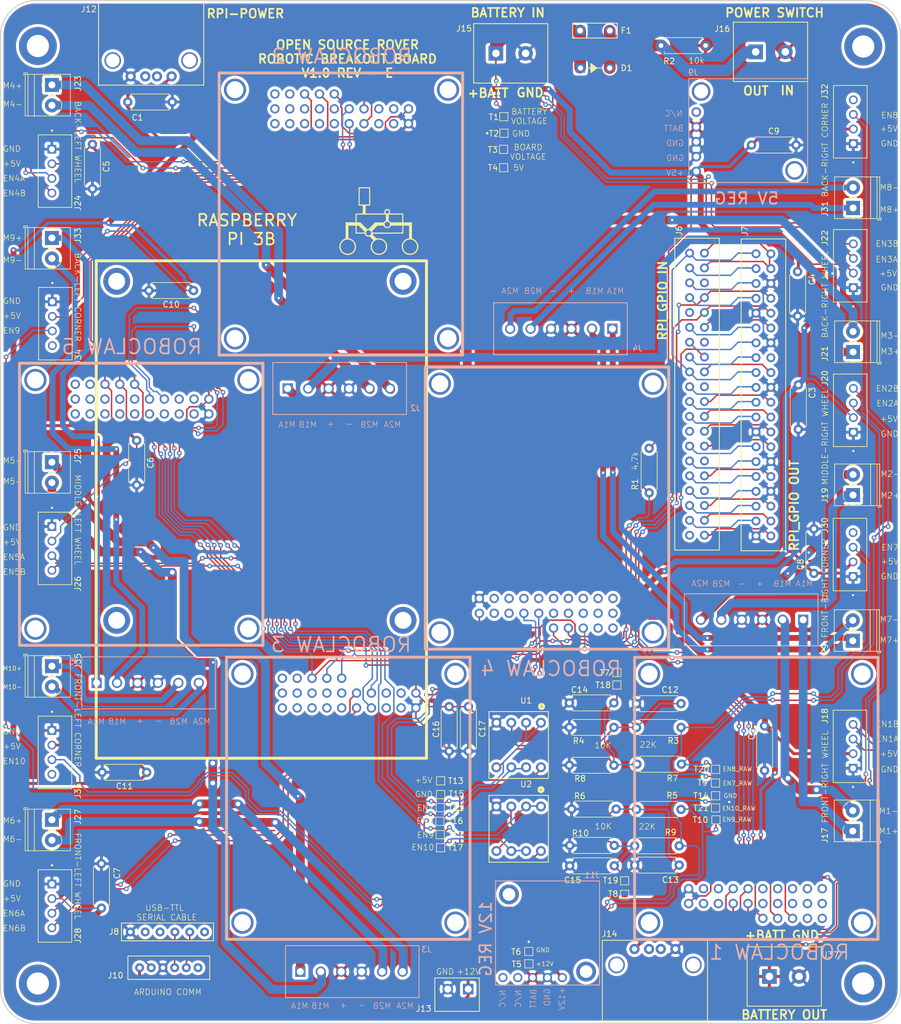
<source format=kicad_pcb>
(kicad_pcb (version 20211014) (generator pcbnew)
  (layers (0 "F.Cu" signal) (31 "B.Cu" signal) (34 "B.Paste" user) (35 "F.Paste" user) (36 "B.SilkS" user "B.Silkscreen") (37 "F.SilkS" user "F.Silkscreen") (38 "B.Mask" user) (39 "F.Mask" user) (44 "Edge.Cuts" user))
  (net 0 "")
  (net 1 "/RC1M1A")
  (net 2 "/RC1M1B")
  (net 3 "/RC1EN1A")
  (net 4 "/RC1EN1B")
  (net 5 "/RC1EN2B")
  (net 6 "/RC1EN2A")
  (net 7 "/RC1M2B")
  (net 8 "/RC1M2A")
  (net 9 "/RC2M2B")
  (net 10 "/RC2M2A")
  (net 11 "/RC2M1B")
  (net 12 "/RC2M1A")
  (net 13 "/RC2EN1A")
  (net 14 "/RC2EN2A")
  (net 15 "/RC2EN2B")
  (net 16 "/RC2EN1B")
  (net 17 "/RC4EN1A_RAW")
  (net 18 "GND")
  (net 19 "/RC5EN1A_RAW")
  (net 20 "/RC4EN2A_RAW")
  (net 21 "/RC5EN2A_RAW")
  (net 22 "/RXD")
  (net 23 "+5V")
  (net 24 "/TXD")
  (net 25 "/5REG_EN")
  (net 26 "+BATT")
  (net 27 "/RC4EN1A")
  (net 28 "/RC4EN2A")
  (net 29 "/RC3EN1B")
  (net 30 "/RC3EN2B")
  (net 31 "/RC3EN2A")
  (net 32 "/RC3EN1A")
  (net 33 "/RC5EN2A")
  (net 34 "/RC5EN1A")
  (net 35 "/RC4M2A")
  (net 36 "/RC4M2B")
  (net 37 "/RC5M1A")
  (net 38 "/RC5M2A")
  (net 39 "/RC5M2B")
  (net 40 "/RC4M1B")
  (net 41 "/RC4M1A")
  (net 42 "/RC3M2A")
  (net 43 "/RC3M2B")
  (net 44 "/RC3M1B")
  (net 45 "/RC3M1A")
  (net 46 "/RC5M1B")
  (net 47 "/3.3V")
  (net 48 "/PI_5V")
  (net 49 "/SDA1")
  (net 50 "/SCL1")
  (net 51 "/GPIO_CLK")
  (net 52 "/GPIO_GEN0")
  (net 53 "/GPIO_GEN1")
  (net 54 "/GPIO_GEN2")
  (net 55 "/GPIO_GEN3")
  (net 56 "/GPIO_GEN5")
  (net 57 "/SPI_MOSI")
  (net 58 "/SPI_MISO")
  (net 59 "/GPIO_GEN6")
  (net 60 "/SPI_CLK")
  (net 61 "/SPI_CEO_N")
  (net 62 "/GPI_CE1_N")
  (net 63 "/I2C_ID1")
  (net 64 "/I2C_ID2")
  (net 65 "/GPIO05")
  (net 66 "/GPIO06")
  (net 67 "/GPIO12")
  (net 68 "/GPIO13")
  (net 69 "/GPIO19")
  (net 70 "/GPIO16")
  (net 71 "/GPIO26")
  (net 72 "/GPIO20")
  (net 73 "/GPIO21")
  (net 74 "Net-(D1-Pad2)")
  (net 75 "Net-(D1-Pad1)")
  (net 76 "Net-(C14-Pad2)")
  (net 77 "Net-(C13-Pad2)")
  (net 78 "Net-(C12-Pad2)")
  (net 79 "/E_STOP")
  (net 80 "+12V")
  (net 81 "/PG")
  (net 82 "/12REG_EN")
  (net 83 "/CTS#")
  (net 84 "/TTL_RXD")
  (net 85 "/TTL_TXD")
  (net 86 "/RTS#")
  (net 88 "Net-(C15-Pad2)")
  (footprint "JPL Robotics:497-2738-5-ND" (layer "F.Cu") (at 98.2345 -162.4584)
    (fp_text reference "D1")
    (fp_text value "D" hide)
  )
  (footprint "JPL Robotics:507-1937-1-ND" (layer "F.Cu") (at 98.171 -168.8719)
    (fp_text reference "F1")
    (fp_text value "Fuse" hide)
  )
  (footprint "JPL Robotics:#6THRU-HOLE" (layer "F.Cu") (at 146.602 -5.8496)
    (fp_text reference "MH4" hide)
    (fp_text value "#6THRU-HOLE" hide)
  )
  (footprint "JPL Robotics:#6THRU-HOLE" (layer "F.Cu") (at 146.6204 -166.1404)
    (fp_text reference "MH3" hide)
    (fp_text value "#6THRU-HOLE" hide)
  )
  (footprint "JPL Robotics:#6THRU-HOLE" (layer "F.Cu") (at 5.3796 -5.8496)
    (fp_text reference "MH1" hide)
    (fp_text value "#6THRU-HOLE" hide)
  )
  (footprint "JPL Robotics:ED2627-ND" (layer "F.Cu") (at 48.133 -107.6325)
    (fp_text reference "J2")
    (fp_text value "ED2627-ND" hide)
  )
  (footprint "Resistor_THT:R_Axial_DIN0207_L6.3mm_D2.5mm_P7.62mm_Horizontal" (layer "F.Cu") (at 104.013 -29.464 180)
    (fp_text reference "R10")
    (fp_text value "10K")
  )
  (footprint "JPL Robotics:ED2580-ND" (layer "F.Cu") (at 128.2065 -165.227)
    (fp_text reference "J16")
    (fp_text value "ED2580-ND" hide)
  )
  (footprint "JPL Robotics:#6THRU-HOLE" (layer "F.Cu") (at 5.3796 -166.2275)
    (fp_text reference "MH2" hide)
    (fp_text value "#6THRU-HOLE" hide)
  )
  (footprint "Resistor_THT:R_Axial_DIN0207_L6.3mm_D2.5mm_P7.62mm_Horizontal" (layer "F.Cu") (at 75.7555 -53.213 -90)
    (fp_text reference "C16")
    (fp_text value "100nf")
  )
  (footprint "Resistor_THT:R_Axial_DIN0207_L6.3mm_D2.5mm_P7.62mm_Horizontal" (layer "F.Cu") (at 96.393 -25.9715)
    (fp_text reference "C15")
    (fp_text value "100nF")
  )
  (footprint "Resistor_THT:R_Axial_DIN0207_L6.3mm_D2.5mm_P7.62mm_Horizontal" (layer "F.Cu") (at 96.3295 -53.848)
    (fp_text reference "C14")
    (fp_text value "100nF")
  )
  (footprint "Resistor_THT:R_Axial_DIN0207_L6.3mm_D2.5mm_P7.62mm_Horizontal" (layer "F.Cu") (at 107.5055 -26.0985)
    (fp_text reference "C13")
    (fp_text value "100nF")
  )
  (footprint "Resistor_THT:R_Axial_DIN0207_L6.3mm_D2.5mm_P7.62mm_Horizontal" (layer "F.Cu") (at 107.823 -53.721)
    (fp_text reference "C12")
    (fp_text value "100nF")
  )
  (footprint "TestPoint:TestPoint_Pad_1.0x1.0mm" (layer "F.Cu") (at 121.3485 -42.4815)
    (fp_text reference "T20")
    (fp_text value "test_point")
  )
  (footprint "TestPoint:TestPoint_Pad_1.0x1.0mm" (layer "F.Cu") (at 85.1154 -154.1399)
    (fp_text reference "T1")
    (fp_text value "test_point")
  )
  (footprint "TestPoint:TestPoint_Pad_1.0x1.0mm" (layer "F.Cu") (at 121.412 -33.8455 180)
    (fp_text reference "T10")
    (fp_text value "test_point")
  )
  (footprint "TestPoint:TestPoint_Pad_1.0x1.0mm" (layer "F.Cu") (at 85.1281 -151.3078)
    (fp_text reference "T2")
    (fp_text value "test_point")
  )
  (footprint "TestPoint:TestPoint_Pad_1.0x1.0mm" (layer "F.Cu") (at 85.09 -145.415)
    (fp_text reference "T4")
    (fp_text value "test_point")
  )
  (footprint "TestPoint:TestPoint_Pad_1.0x1.0mm" (layer "F.Cu") (at 89.408 -9.2075)
    (fp_text reference "T5")
    (fp_text value "test_point")
  )
  (footprint "TestPoint:TestPoint_Pad_1.0x1.0mm" (layer "F.Cu") (at 89.3826 -11.3284)
    (fp_text reference "T6")
    (fp_text value "test_point")
  )
  (footprint "TestPoint:TestPoint_Pad_1.0x1.0mm" (layer "F.Cu") (at 121.3358 -40.1447 180)
    (fp_text reference "T9")
    (fp_text value "test_point")
  )
  (footprint "TestPoint:TestPoint_Pad_1.0x1.0mm" (layer "F.Cu") (at 121.3485 -37.973)
    (fp_text reference "T14")
    (fp_text value "test_point")
  )
  (footprint "TestPoint:TestPoint_Pad_1.0x1.0mm" (layer "F.Cu") (at 74.295 -38.1635)
    (fp_text reference "T15")
    (fp_text value "test_point")
  )
  (footprint "TestPoint:TestPoint_Pad_1.0x1.0mm" (layer "F.Cu") (at 74.168 -33.5915)
    (fp_text reference "T16")
    (fp_text value "test_point")
  )
  (footprint "TestPoint:TestPoint_Pad_1.0x1.0mm" (layer "F.Cu") (at 74.295 -29.083)
    (fp_text reference "T17")
    (fp_text value "test_point")
  )
  (footprint "TestPoint:TestPoint_Pad_1.0x1.0mm" (layer "F.Cu") (at 104.4575 -56.9087)
    (fp_text reference "T18")
    (fp_text value "test_point")
  )
  (footprint "TestPoint:TestPoint_Pad_1.0x1.0mm" (layer "F.Cu") (at 105.791 -23.4188)
    (fp_text reference "T19")
    (fp_text value "test_point")
  )
  (footprint "TestPoint:TestPoint_Pad_1.0x1.0mm" (layer "F.Cu") (at 74.2315 -35.941 180)
    (fp_text reference "T11")
    (fp_text value "test_point")
  )
  (footprint "TestPoint:TestPoint_Pad_1.0x1.0mm" (layer "F.Cu") (at 121.3485 -35.8775)
    (fp_text reference "T21")
    (fp_text value "test_point")
  )
  (footprint "Resistor_THT:R_Axial_DIN0207_L6.3mm_D2.5mm_P7.62mm_Horizontal" (layer "F.Cu") (at 20.7645 -156.6545)
    (fp_text reference "C1")
    (fp_text value "0.1mF")
  )
  (footprint "Resistor_THT:R_Axial_DIN0207_L6.3mm_D2.5mm_P7.62mm_Horizontal" (layer "F.Cu") (at 135.382 -127.635 -90)
    (fp_text reference "C4")
    (fp_text value "100nf")
  )
  (footprint "Resistor_THT:R_Axial_DIN0207_L6.3mm_D2.5mm_P7.62mm_Horizontal" (layer "F.Cu") (at 135.509 -108.2675 -90)
    (fp_text reference "C3")
    (fp_text value "100nf")
  )
  (footprint "JPL Robotics:S9175-ND" (layer "F.Cu") (at 116.9035 -130.8005 -90)
    (fp_text reference "J6")
    (fp_text value "S9175-ND")
  )
  (footprint "JPL Robotics:S9175-ND" (layer "F.Cu") (at 128.27 -130.683 -90)
    (fp_text reference "J7")
    (fp_text value "S9175-ND")
  )
  (footprint "JPL Robotics:Raspberry pi footprint" (layer "F.Cu") (at 15.367 -129.4765 -90)
    (fp_text reference "M1" hide)
    (fp_text value "Mounting_Holes")
  )
  (footprint "JPL Robotics:ED2989-ND USB Conn" (layer "F.Cu") (at 24.765 -161.036 180)
    (fp_text reference "J12")
    (fp_text value "ED2989-ND-USB")
  )
  (footprint "JPL Robotics:ED2627-ND" (layer "F.Cu") (at 103.6955 -117.856 180)
    (fp_text reference "J4")
    (fp_text value "ED2627-ND" hide)
  )
  (footprint "JPL Robotics:ED2627-ND" (layer "F.Cu") (at 15.4305 -57.277)
    (fp_text reference "J5")
    (fp_text value "ED2627-ND" hide)
  )
  (footprint "JPL Robotics:ED2580-ND" (layer "F.Cu") (at 83.7565 -164.973)
    (fp_text reference "J15")
    (fp_text value "ED2580-ND")
  )
  (footprint "JPL Robotics:ED1501-ND" (layer "F.Cu") (at 79.0194 -4.8895 180)
    (fp_text reference "J13")
    (fp_text value "ED1501-ND")
  )
  (footprint "JPL Robotics:6x1 Header Pin 0.1 Pitch" (layer "F.Cu") (at 21.209 -14.6685)
    (fp_text reference "J8")
    (fp_text value "6posheader")
  )
  (footprint "JPL Robotics:ED2627-ND" (layer "F.Cu") (at 136.3345 -68.072 180)
    (fp_text reference "J1")
    (fp_text value "ED2627-ND" hide)
  )
  (footprint "JPL Robotics:S7038-ND" (layer "F.Cu") (at 116.7765 -160.655 -90)
    (fp_text reference "J9")
    (fp_text value "S7038-ND" hide)
  )
  (footprint "Resistor_THT:R_Axial_DIN0207_L6.3mm_D2.5mm_P7.62mm_Horizontal" (layer "F.Cu") (at 129.7305 -49.911 -90)
    (fp_text reference "C2")
    (fp_text value "100nf")
  )
  (footprint "Resistor_THT:R_Axial_DIN0207_L6.3mm_D2.5mm_P7.62mm_Horizontal" (layer "F.Cu") (at 79.0575 -53.213 -90)
    (fp_text reference "C17")
    (fp_text value "100nf")
  )
  (footprint "Resistor_THT:R_Axial_DIN0207_L6.3mm_D2.5mm_P7.62mm_Horizontal" (layer "F.Cu") (at 104.3305 -35.687 180)
    (fp_text reference "R6")
    (fp_text value "10K")
  )
  (footprint "TestPoint:TestPoint_Pad_1.0x1.0mm" (layer "F.Cu") (at 85.0646 -148.5519)
    (fp_text reference "T3")
    (fp_text value "test_point")
  )
  (footprint "TestPoint:TestPoint_Pad_1.0x1.0mm" (layer "F.Cu") (at 105.791 -21.0947)
    (fp_text reference "T8")
    (fp_text value "test_point")
  )
  (footprint "Resistor_THT:R_Axial_DIN0207_L6.3mm_D2.5mm_P7.62mm_Horizontal" (layer "F.Cu") (at 115.5065 -43.3705 180)
    (fp_text reference "R7")
    (fp_text value "22K")
  )
  (footprint "Resistor_THT:R_Axial_DIN0207_L6.3mm_D2.5mm_P7.62mm_Horizontal" (layer "F.Cu") (at 112.014 -166.3065)
    (fp_text reference "R2")
    (fp_text value "10K")
  )
  (footprint "Resistor_THT:R_Axial_DIN0207_L6.3mm_D2.5mm_P7.62mm_Horizontal" (layer "F.Cu") (at 103.9495 -43.18 180)
    (fp_text reference "R8")
    (fp_text value "10K")
  )
  (footprint "Resistor_THT:R_Axial_DIN0207_L6.3mm_D2.5mm_P7.62mm_Horizontal" (layer "F.Cu") (at 103.9495 -49.657 180)
    (fp_text reference "R4")
    (fp_text value "10K")
  )
  (footprint "Resistor_THT:R_Axial_DIN0207_L6.3mm_D2.5mm_P7.62mm_Horizontal" (layer "F.Cu") (at 115.443 -35.6235 180)
    (fp_text reference "R5")
    (fp_text value "22K")
  )
  (footprint "Resistor_THT:R_Axial_DIN0207_L6.3mm_D2.5mm_P7.62mm_Horizontal" (layer "F.Cu") (at 115.1255 -29.4005 180)
    (fp_text reference "R9")
    (fp_text value "22K")
  )
  (footprint "Resistor_THT:R_Axial_DIN0207_L6.3mm_D2.5mm_P7.62mm_Horizontal" (layer "F.Cu") (at 115.443 -49.657 180)
    (fp_text reference "R3")
    (fp_text value "22K")
  )
  (footprint "JPL Robotics:Roboclaw Mount" (layer "F.Cu") (at 76.835 -58.801 180)
    (fp_text reference "RC3" hide)
    (fp_text value "RoboClaw" hide)
  )
  (footprint "JPL Robotics:Roboclaw Mount" (layer "F.Cu") (at 41.402 -109.093 180)
    (fp_text reference "RC5" hide)
    (fp_text value "RoboClaw" hide)
  )
  (footprint "JPL Robotics:Roboclaw Mount" (layer "F.Cu") (at 109.982 -16.256)
    (fp_text reference "RC1" hide)
    (fp_text value "RoboClaw" hide)
  )
  (footprint "JPL Robotics:Roboclaw Mount" (layer "F.Cu") (at 75.565 -158.75 180)
    (fp_text reference "RC2" hide)
    (fp_text value "RoboClaw" hide)
  )
  (footprint "JPL Robotics:ED2627-ND" (layer "F.Cu") (at 50.292 -7.874)
    (fp_text reference "J3")
    (fp_text value "ED2627-ND" hide)
  )
  (footprint "TestPoint:TestPoint_Pad_1.0x1.0mm" (layer "F.Cu") (at 104.4575 -59.055)
    (fp_text reference "T7")
    (fp_text value "test_point")
  )
  (footprint "TestPoint:TestPoint_Pad_1.0x1.0mm" (layer "F.Cu") (at 74.2315 -31.3055)
    (fp_text reference "T12")
    (fp_text value "test_point")
  )
  (footprint "TestPoint:TestPoint_Pad_1.0x1.0mm" (layer "F.Cu") (at 74.295 -40.513)
    (fp_text reference "T13")
    (fp_text value "test_point")
  )
  (footprint "JPL Robotics:D24V22F12 Regulator" (layer "F.Cu") (at 84.963 -6.858)
    (fp_text reference "J11")
    (fp_text value "S7038-ND")
  )
  (footprint "Resistor_THT:R_Axial_DIN0207_L6.3mm_D2.5mm_P7.62mm_Horizontal" (layer "F.Cu") (at 109.982 -97.409 -90)
    (fp_text reference "R1")
    (fp_text value "4.7K")
  )
  (footprint "JPL Robotics:ED2989-ND USB Conn" (layer "F.Cu") (at 110.9726 -11.7475)
    (fp_text reference "J14")
    (fp_text value "ED2989-ND-USB")
  )
  (footprint "JPL Robotics:Roboclaw Mount" (layer "F.Cu") (at 74.168 -65.913)
    (fp_text reference "RC4" hide)
    (fp_text value "RoboClaw" hide)
  )
  (footprint "JPL Robotics:AE9986-ND" (layer "F.Cu") (at 91.4654 -50.4571 180)
    (fp_text reference "U1")
    (fp_text value "LM358-N")
  )
  (footprint "JPL Robotics:AE9986-ND" (layer "F.Cu") (at 91.4654 -36.1315 180)
    (fp_text reference "U2")
    (fp_text value "LM358-N")
  )
  (footprint "JPL Robotics:455-1708-ND" (layer "F.Cu") (at 22.7838 -8.5471)
    (fp_text reference "J10")
    (fp_text value "6posheader")
  )
  (footprint "JPL Robotics:rover_image" (layer "F.Cu") (at 64.1858 -135.7503)
    (fp_text reference "y1" hide)
    (fp_text value "rover_silkscreen" hide)
  )
  (footprint "Resistor_THT:R_Axial_DIN0207_L6.3mm_D2.5mm_P7.62mm_Horizontal" (layer "F.Cu") (at 22.2885 -98.7425 -90)
    (fp_text reference "C6")
    (fp_text value "100nf")
  )
  (footprint "TerminalBlock_Phoenix:TerminalBlock_Phoenix_PT-1,5-2-3.5-H_1x02_P3.50mm_Horizontal" (layer "F.Cu") (at 7.78 -159.5755 -90)
    (fp_text reference "J23")
    (fp_text value "Conn_01x02")
  )
  (footprint "TerminalBlock_Phoenix:TerminalBlock_Phoenix_PT-1,5-2-3.5-H_1x02_P3.50mm_Horizontal" (layer "F.Cu") (at 144.824 -31.9185 90)
    (fp_text reference "J17")
    (fp_text value "Conn_01x02")
  )
  (footprint "Resistor_THT:R_Axial_DIN0207_L6.3mm_D2.5mm_P7.62mm_Horizontal" (layer "F.Cu") (at 138.176 -76.0095 90)
    (fp_text reference "C8")
    (fp_text value "100nf")
  )
  (footprint "Connector_JST:JST_B4B-XH-A(LF)(SN)" (layer "F.Cu") (at 144.399 -153.2715 90)
    (fp_text reference "J32")
    (fp_text value "Conn_01x04")
  )
  (footprint "Resistor_THT:R_Axial_DIN0207_L6.3mm_D2.5mm_P7.62mm_Horizontal" (layer "F.Cu") (at 32.004 -124.3965 180)
    (fp_text reference "C10")
    (fp_text value "100nf")
  )
  (footprint "Connector_JST:JST_B4B-XH-A(LF)(SN)" (layer "F.Cu") (at 8.305 -144.8255 -90)
    (fp_text reference "J24")
    (fp_text value "Conn_01x04")
  )
  (footprint "TerminalBlock_Phoenix:TerminalBlock_Phoenix_PT-1,5-2-3.5-H_1x02_P3.50mm_Horizontal" (layer "F.Cu") (at 144.824 -64.4805 90)
    (fp_text reference "J29")
    (fp_text value "Conn_01x02")
  )
  (footprint "Resistor_THT:R_Axial_DIN0207_L6.3mm_D2.5mm_P7.62mm_Horizontal" (layer "F.Cu") (at 127.508 -149.2885)
    (fp_text reference "C9")
    (fp_text value "100nf")
  )
  (footprint "TerminalBlock_Phoenix:TerminalBlock_Phoenix_PT-1,5-2-3.5-H_1x02_P3.50mm_Horizontal" (layer "F.Cu") (at 144.874 -89.406 90)
    (fp_text reference "J19")
    (fp_text value "Conn_01x02")
  )
  (footprint "Connector_JST:JST_B4B-XH-A(LF)(SN)" (layer "F.Cu") (at 144.349 -79.2305 90)
    (fp_text reference "J30")
    (fp_text value "Conn_01x04")
  )
  (footprint "Resistor_THT:R_Axial_DIN0207_L6.3mm_D2.5mm_P7.62mm_Horizontal" (layer "F.Cu") (at 14.732 -149.4155 -90)
    (fp_text reference "C5")
    (fp_text value "100nf")
  )
  (footprint "TerminalBlock_Phoenix:TerminalBlock_Phoenix_PT-1,5-2-3.5-H_1x02_P3.50mm_Horizontal" (layer "F.Cu") (at 144.874 -138.5215 90)
    (fp_text reference "J31")
    (fp_text value "Conn_01x02")
  )
  (footprint "Resistor_THT:R_Axial_DIN0207_L6.3mm_D2.5mm_P7.62mm_Horizontal" (layer "F.Cu") (at 16.256 -18.7325 90)
    (fp_text reference "C7")
    (fp_text value "100nf")
  )
  (footprint "Connector_JST:JST_B4B-XH-A(LF)(SN)" (layer "F.Cu") (at 8.305 -19.1135 -90)
    (fp_text reference "J28")
    (fp_text value "Conn_01x04")
  )
  (footprint "TerminalBlock_Phoenix:TerminalBlock_Phoenix_PT-1,5-2-3.5-H_1x02_P3.50mm_Horizontal" (layer "F.Cu") (at 7.78 -33.8635 -90)
    (fp_text reference "J27")
    (fp_text value "Conn_01x02")
  )
  (footprint "Connector_JST:JST_B4B-XH-A(LF)(SN)" (layer "F.Cu") (at 8.305 -80.2815 -90)
    (fp_text reference "J26")
    (fp_text value "Conn_01x04")
  )
  (footprint "Connector_JST:JST_B4B-XH-A(LF)(SN)" (layer "F.Cu") (at 8.382 -118.725 -90)
    (fp_text reference "J34")
    (fp_text value "Conn_01x04")
  )
  (footprint "Connector_JST:JST_B4B-XH-A(LF)(SN)" (layer "F.Cu") (at 144.399 -103.906 90)
    (fp_text reference "J20")
    (fp_text value "Conn_01x04")
  )
  (footprint "TerminalBlock_Phoenix:TerminalBlock_Phoenix_PT-1,5-2-3.5-H_1x02_P3.50mm_Horizontal" (layer "F.Cu") (at 144.874 -113.8835 90)
    (fp_text reference "J21")
    (fp_text value "Conn_01x02")
  )
  (footprint "TerminalBlock_Phoenix:TerminalBlock_Phoenix_PT-1,5-2-3.5-H_1x02_P3.50mm_Horizontal" (layer "F.Cu") (at 7.78 -133.3855 -90)
    (fp_text reference "J33")
    (fp_text value "Conn_01x02")
  )
  (footprint "TerminalBlock_Phoenix:TerminalBlock_Phoenix_PT-1,5-2-3.5-H_1x02_P3.50mm_Horizontal" (layer "F.Cu") (at 7.78 -95.0315 -90)
    (fp_text reference "J25")
    (fp_text value "Conn_01x02")
  )
  (footprint "TerminalBlock_Phoenix:TerminalBlock_Phoenix_PT-1,5-2-3.5-H_1x02_P3.50mm_Horizontal" (layer "F.Cu") (at 7.78 -60.1345 -90)
    (fp_text reference "J35")
    (fp_text value "Conn_01x02")
  )
  (footprint "Resistor_THT:R_Axial_DIN0207_L6.3mm_D2.5mm_P7.62mm_Horizontal" (layer "F.Cu") (at 24.003 -41.9735 180)
    (fp_text reference "C11")
    (fp_text value "100nf")
  )
  (footprint "Connector_JST:JST_B4B-XH-A(LF)(SN)" (layer "F.Cu") (at 144.349 -46.4185 90)
    (fp_text reference "J18")
    (fp_text value "Conn_01x04")
  )
  (footprint "JPL Robotics:ED2580-ND" (layer "F.Cu") (at 130.556 -7.0485)
    (fp_text reference "J37")
    (fp_text value "ED2580-ND")
  )
  (footprint "Connector_JST:JST_B4B-XH-A(LF)(SN)" (layer "F.Cu") (at 144.399 -128.6335 90)
    (fp_text reference "J22")
    (fp_text value "Conn_01x04")
  )
  (footprint "Connector_JST:JST_B4B-XH-A(LF)(SN)" (layer "F.Cu") (at 8.305 -45.3845 -90)
    (fp_text reference "J36")
    (fp_text value "Conn_01x04")
  )
  (gr_circle (center 91.4781 -39.0144) (end 91.8281 -39.0144) (layer "F.SilkS") (width 0.5) (fill none))
  (gr_circle (center 91.567 -53.2384) (end 91.917 -53.2384) (layer "F.SilkS") (width 0.5) (fill none))
  (gr_line (start -1 -5) (end -1 -168) (layer "Edge.Cuts") (width 0.2))
  (gr_line (start 153 -5) (end 153 -168) (layer "Edge.Cuts") (width 0.2))
  (gr_arc (start -1 -168) (mid 0.757359 -172.242641) (end 5 -174) (layer "Edge.Cuts") (width 0.2))
  (gr_line (start 5 1) (end 147 1) (layer "Edge.Cuts") (width 0.2))
  (gr_line (start 5 -174) (end 147 -174) (layer "Edge.Cuts") (width 0.2))
  (gr_arc (start 153 -5) (mid 151.242641 -0.757359) (end 147 1) (layer "Edge.Cuts") (width 0.2))
  (gr_arc (start 147 -174) (mid 151.242641 -172.242641) (end 153 -168) (layer "Edge.Cuts") (width 0.2))
  (gr_arc (start 5 1) (mid 0.757359 -0.757359) (end -1 -5) (layer "Edge.Cuts") (width 0.2))
  (gr_text "M1A" (at 136.525 -74.2823) (layer "B.SilkS") (effects (font (size 1 1) (thickness 0.1)) (justify mirror)))
  (gr_text "+5V" (at 114.427 -144.526) (layer "B.SilkS") (effects (font (size 1 1) (thickness 0.1)) (justify mirror)))
  (gr_text "N/C" (at 114.173 -154.686) (layer "B.SilkS") (effects (font (size 1 1) (thickness 0.1)) (justify mirror)))
  (gr_text "ROBOCLAW 2" (at 57.404 -164.465) (layer "B.SilkS") (effects (font (size 2.5 2.5) (thickness 0.3)) (justify mirror)))
  (gr_text "ROBOCLAW 4" (at 93.1926 -59.7027) (layer "B.SilkS") (effects (font (size 2.5 2.5) (thickness 0.3)) (justify mirror)))
  (gr_text "M1A" (at 48.006 -101.473) (layer "B.SilkS") (effects (font (size 1 1) (thickness 0.1)) (justify mirror)))
  (gr_text "+" (at 55.499 -101.6) (layer "B.SilkS") (effects (font (size 1 1) (thickness 0.1)) (justify mirror)))
  (gr_text "-" (at 58.674 -101.6) (layer "B.SilkS") (effects (font (size 1 1) (thickness 0.1)) (justify mirror)))
  (gr_text "M2B" (at 90.1065 -124.333) (layer "B.SilkS") (effects (font (size 1 1) (thickness 0.1)) (justify mirror)))
  (gr_text "-" (at 93.5355 -124.206 180) (layer "B.SilkS") (effects (font (size 1 1) (thickness 0.1)) (justify mirror)))
  (gr_text "+" (at 96.7105 -124.206 180) (layer "B.SilkS") (effects (font (size 1 1) (thickness 0.1)) (justify mirror)))
  (gr_text "M2A" (at 33.401 -50.673) (layer "B.SilkS") (effects (font (size 1 1) (thickness 0.1)) (justify mirror)))
  (gr_text "M1B" (at 100.6475 -124.333) (layer "B.SilkS") (effects (font (size 1 1) (thickness 0.1)) (justify mirror)))
  (gr_text "M1A" (at 104.2035 -124.333) (layer "B.SilkS") (effects (font (size 1 1) (thickness 0.1)) (justify mirror)))
  (gr_text "12V REG" (at 82.0166 -13.4747 90) (layer "B.SilkS") (effects (font (size 2 2) (thickness 0.3)) (justify mirror)))
  (gr_text "BATT" (at 90.17 -3.2385 90) (layer "B.SilkS") (effects (font (size 1 1) (thickness 0.1)) (justify mirror)))
  (gr_text "+12V" (at 95.0595 -3.2385 90) (layer "B.SilkS") (effects (font (size 1 1) (thickness 0.1)) (justify mirror)))
  (gr_text "N/C" (at 84.8995 -3.2385 90) (layer "B.SilkS") (effects (font (size 1 1) (thickness 0.1)) (justify mirror)))
  (gr_text "GND" (at 92.5195 -3.4925 90) (layer "B.SilkS") (effects (font (size 1 1) (thickness 0.1)) (justify mirror)))
  (gr_text "N/C" (at 87.5665 -3.2385 90) (layer "B.SilkS") (effects (font (size 1 1) (thickness 0.1)) (justify mirror)))
  (gr_text "M2A" (at 68.199 -2.032) (layer "B.SilkS") (effects (font (size 1 1) (thickness 0.1)) (justify mirror)))
  (gr_text "M2B" (at 29.464 -50.673) (layer "B.SilkS") (effects (font (size 1 1) (thickness 0.1)) (justify mirror)))
  (gr_text "BATT" (at 114.173 -152.146) (layer "B.SilkS") (effects (font (size 1 1) (thickness 0.1)) (justify mirror)))
  (gr_text "M2B" (at 64.262 -2.032) (layer "B.SilkS") (effects (font (size 1 1) (thickness 0.1)) (justify mirror)))
  (gr_text "ROBOCLAW 5" (at 21.4503 -114.7826) (layer "B.SilkS") (effects (font (size 2.5 2.5) (thickness 0.3)) (justify mirror)))
  (gr_text "5V REG" (at 126.6825 -140.1445) (layer "B.SilkS") (effects (font (size 2 2) (thickness 0.3)) (justify mirror)))
  (gr_text "M1B" (at 53.721 -2.032) (layer "B.SilkS") (effects (font (size 1 1) (thickness 0.1)) (justify mirror)))
  (gr_text "+" (at 57.658 -2.159) (layer "B.SilkS") (effects (font (size 1 1) (thickness 0.1)) (justify mirror)))
  (gr_text "GND" (at 114.427 -147.066) (layer "B.SilkS") (effects (font (size 1 1) (thickness 0.1)) (justify mirror)))
  (gr_text "M2B" (at 62.103 -101.473) (layer "B.SilkS") (effects (font (size 1 1) (thickness 0.1)) (justify mirror)))
  (gr_text "-" (at 26.035 -50.8) (layer "B.SilkS") (effects (font (size 1 1) (thickness 0.1)) (justify mirror)))
  (gr_text "M1A" (at 50.165 -2.032) (layer "B.SilkS") (effects (font (size 1 1) (thickness 0.1)) (justify mirror)))
  (gr_text "ROBOCLAW 3" (at 57.277 -63.8175) (layer "B.SilkS") (effects (font (size 2.5 2.5) (thickness 0.3)) (justify mirror)))
  (gr_text "M1B" (at 132.7658 -74.2315) (layer "B.SilkS") (effects (font (size 1 1) (thickness 0.1)) (justify mirror)))
  (gr_text "-" (at 125.73 -74.1045 180) (layer "B.SilkS") (effects (font (size 1 1) (thickness 0.1)) (justify mirror)))
  (gr_text "M1B" (at 18.923 -50.673) (layer "B.SilkS") (effects (font (size 1 1) (thickness 0.1)) (justify mirror)))
  (gr_text "M2A" (at 66.04 -101.473) (layer "B.SilkS") (effects (font (size 1 1) (thickness 0.1)) (justify mirror)))
  (gr_text "+" (at 22.86 -50.8) (layer "B.SilkS") (effects (font (size 1 1) (thickness 0.1)) (justify mirror)))
  (gr_text "M2A" (at 118.6815 -74.295) (layer "B.SilkS") (effects (font (size 1 1) (thickness 0.1)) (justify mirror)))
  (gr_text "M1B" (at 51.562 -101.473) (layer "B.SilkS") (effects (font (size 1 1) (thickness 0.1)) (justify mirror)))
  (gr_text "-" (at 60.833 -2.159) (layer "B.SilkS") (effects (font (size 1 1) (thickness 0.1)) (justify mirror)))
  (gr_text "GND" (at 114.427 -149.606) (layer "B.SilkS") (effects (font (size 1 1) (thickness 0.1)) (justify mirror)))
  (gr_text "M2B" (at 122.301 -74.2315) (layer "B.SilkS") (effects (font (size 1 1) (thickness 0.1)) (justify mirror)))
  (gr_text "M2A" (at 86.1695 -124.333) (layer "B.SilkS") (effects (font (size 1 1) (thickness 0.1)) (justify mirror)))
  (gr_text "ROBOCLAW 1" (at 132.2578 -11.1887) (layer "B.SilkS") (effects (font (size 2.5 2.5) (thickness 0.3)) (justify mirror)))
  (gr_text "+" (at 128.905 -74.1045 180) (layer "B.SilkS") (effects (font (size 1 1) (thickness 0.1)) (justify mirror)))
  (gr_text "M1A" (at 15.367 -50.673) (layer "B.SilkS") (effects (font (size 1 1) (thickness 0.1)) (justify mirror)))
  (gr_text "GND" (at 89.5985 -158.242) (layer "F.SilkS") (effects (font (size 1.5 1.5) (thickness 0.3))))
  (gr_text "GND" (at 0.9398 -148.6535) (layer "F.SilkS") (effects (font (size 1 1) (thickness 0.1))))
  (gr_text "+5V" (at 0.9398 -146.1135) (layer "F.SilkS") (effects (font (size 1 1) (thickness 0.1))))
  (gr_text "M4-" (at 1.082657 -156.2735) (layer "F.SilkS") (effects (font (size 1 1) (thickness 0.1))))
  (gr_text "EN4B" (at 1.368372 -141.0335) (layer "F.SilkS") (effects (font (size 1 1) (thickness 0.1))))
  (gr_text "M4+" (at 1.082657 -159.4485) (layer "F.SilkS") (effects (font (size 1 1) (thickness 0.1))))
  (gr_text "EN8" (at 151.13 -154.3685) (layer "F.SilkS") (effects (font (size 1 1) (thickness 0.1))))
  (gr_text "GND" (at 0.9398 -48.9585) (layer "F.SilkS") (effects (font (size 1 1) (thickness 0.1))))
  (gr_text "+5V" (at 0.9398 -46.4185) (layer "F.SilkS") (effects (font (size 1 1) (thickness 0.1))))
  (gr_text "M10+" (at 1.023134 -59.7535) (layer "F.SilkS") (effects (font (size 0.75 0.75) (thickness 0.1))))
  (gr_text "M10-" (at 1.023134 -56.5785) (layer "F.SilkS") (effects (font (size 0.75 0.75) (thickness 0.1))))
  (gr_text "EN10" (at 1.344562 -43.8785) (layer "F.SilkS") (effects (font (size 1 1) (thickness 0.1))))
  (gr_text "EN6B" (at 1.368372 -15.3035) (layer "F.SilkS") (effects (font (size 1 1) (thickness 0.1))))
  (gr_text "BACK-RIGHT CORNER" (at 140.082343 -148.463 90) (layer "F.SilkS") (effects (font (size 1 1) (thickness 0.1))))
  (gr_text "RPI_GPIO OUT" (at 134.8105 -87.63 90) (layer "F.SilkS") (effects (font (size 1.5 1.5) (thickness 0.3))))
  (gr_text "BACK-LEFT WHEEL" (at 12.192 -149.7965 270) (layer "F.SilkS") (effects (font (size 1 1) (thickness 0.1))))
  (gr_text "FRONT-LEFT WHEEL" (at 12.192 -24.1935 270) (layer "F.SilkS") (effects (font (size 1 1) (thickness 0.1))))
  (gr_text "4.7k" (at 107.569 -95.2627 90) (layer "F.SilkS") (effects (font (size 1 1) (thickness 0.1))))
  (gr_text "GND" (at 88.0618 -151.2443) (layer "F.SilkS") (effects (font (size 1 1) (thickness 0.1))))
  (gr_text "5V" (at 87.6554 -145.4023) (layer "F.SilkS") (effects (font (size 1 1) (thickness 0.1))))
  (gr_text "EN4A" (at 1.296943 -143.5735) (layer "F.SilkS") (effects (font (size 1 1) (thickness 0.1))))
  (gr_text "22K" (at 109.6518 -32.6771) (layer "F.SilkS") (effects (font (size 1 1) (thickness 0.1))))
  (gr_text "10K" (at 102.1334 -32.7279) (layer "F.SilkS") (effects (font (size 1 1) (thickness 0.1))))
  (gr_text "10K" (at 102.0826 -46.5963) (layer "F.SilkS") (effects (font (size 1 1) (thickness 0.1))))
  (gr_text "GND" (at 151.13 -124.9045) (layer "F.SilkS") (effects (font (size 1 1) (thickness 0.1))))
  (gr_text "M1-" (at 150.987143 -35.3695) (layer "F.SilkS") (effects (font (size 1 1) (thickness 0.1))))
  (gr_text "+5V" (at 151.003 -45.1485) (layer "F.SilkS") (effects (font (size 1 1) (thickness 0.1))))
  (gr_text "GND" (at 151.13 -42.4815) (layer "F.SilkS") (effects (font (size 1 1) (thickness 0.1))))
  (gr_text "EN1A" (at 150.772857 -47.6885) (layer "F.SilkS") (effects (font (size 1 1) (thickness 0.1))))
  (gr_text "M9+" (at 1.082657 -133.4135) (layer "F.SilkS") (effects (font (size 1 1) (thickness 0.1))))
  (gr_text "+5V" (at 0.9398 -120.0785) (layer "F.SilkS") (effects (font (size 1 1) (thickness 0.1))))
  (gr_text "EN9" (at 0.868372 -117.5385) (layer "F.SilkS") (effects (font (size 1 1) (thickness 0.1))))
  (gr_text "M9-" (at 1.082657 -129.6035) (layer "F.SilkS") (effects (font (size 1 1) (thickness 0.1))))
  (gr_text "GND" (at 0.9398 -122.6185) (layer "F.SilkS") (effects (font (size 1 1) (thickness 0.1))))
  (gr_text "BACK-LEFT CORNER" (at 12.192 -123.2535 270) (layer "F.SilkS") (effects (font (size 1 1) (thickness 0.1))))
  (gr_text "+BATT" (at 129.8575 -14.097) (layer "F.SilkS") (effects (font (size 1.5 1.5) (thickness 0.3))))
  (gr_text "BATTERY OUT" (at 133.096 -0.508) (layer "F.SilkS") (effects (font (size 1.5 1.5) (thickness 0.3))))
  (gr_text "GND" (at 136.7282 -14.0843) (layer "F.SilkS") (effects (font (size 1.5 1.5) (thickness 0.3))))
  (gr_text "+12V" (at 79.0702 -7.8867) (layer "F.SilkS") (effects (font (size 1 1) (thickness 0.1))))
  (gr_text "GND" (at 75.057 -7.8867) (layer "F.SilkS") (effects (font (size 1 1) (thickness 0.1))))
  (gr_text "EN7" (at 71.6915 -35.8775) (layer "F.SilkS") (effects (font (size 1 1) (thickness 0.1))))
  (gr_text "EN7_RAW" (at 125.095 -40.0939) (layer "F.SilkS") (effects (font (size 0.75 0.75) (thickness 0.1))))
  (gr_text "+12V" (at 92.1385 -9.2075) (layer "F.SilkS") (effects (font (size 0.75 0.75) (thickness 0.1))))
  (gr_text "22K" (at 109.8042 -46.6979) (layer "F.SilkS") (effects (font (size 1 1) (thickness 0.1))))
  (gr_text "10k" (at 118.0846 -163.7411) (layer "F.SilkS") (effects (font (size 1 1) (thickness 0.1))))
  (gr_text "EN3A" (at 150.622 -129.7305) (layer "F.SilkS") (effects (font (size 1 1) (thickness 0.1))))
  (gr_text "+5V" (at 71.374 -40.64) (layer "F.SilkS") (effects (font (size 1 1) (thickness 0.1))))
  (gr_text "ARDUINO COMM" (at 27.6098 -4.3815) (layer "F.SilkS") (effects (font (size 1 1) (thickness 0.1))))
  (gr_text "GND" (at 0.9398 -22.9235) (layer "F.SilkS") (effects (font (size 1 1) (thickness 0.1))))
  (gr_text "M2+" (at 151.257 -89.3445) (layer "F.SilkS") (effects (font (size 1 1) (thickness 0.1))))
  (gr_text "+BATT" (at 82.423 -158.1785) (layer "F.SilkS") (effects (font (size 1.5 1.5) (thickness 0.3))))
  (gr_text "EN7" (at 151.201429 -80.4545) (layer "F.SilkS") (effects (font (size 1 1) (thickness 0.1))))
  (gr_text "+5V" (at 0.9398 -81.3435) (layer "F.SilkS") (effects (font (size 1 1) (thickness 0.1))))
  (gr_text "EN5A" (at 1.296943 -78.8035) (layer "F.SilkS") (effects (font (size 1 1) (thickness 0.1))))
  (gr_text "GND" (at 91.7956 -11.5824) (layer "F.SilkS") (effects (font (size 0.75 0.75) (thickness 0.1))))
  (gr_text "+5V" (at 151.003 -152.0825) (layer "F.SilkS") (effects (font (size 1 1) (thickness 0.1))))
  (gr_text "FRONT-RIGHT WHEEL" (at 140.082343 -41.2115 90) (layer "F.SilkS") (effects (font (size 1 1) (thickness 0.1))))
  (gr_text "M3+" (at 151.257 -113.9825) (layer "F.SilkS") (effects (font (size 1 1) (thickness 0.1))))
  (gr_text "RPI_GPIO IN" (at 112.268 -122.682 90) (layer "F.SilkS") (effects (font (size 1.5 1.5) (thickness 0.3))))
  (gr_text "GND" (at 151.13 -75.5015) (layer "F.SilkS") (effects (font (size 1 1) (thickness 0.1))))
  (gr_text "USB-TTL \nSERIAL CABLE" (at 27.432 -17.9705) (layer "F.SilkS") (effects (font (size 1 1) (thickness 0.1))))
  (gr_text "GND" (at 151.13 -99.8855) (layer "F.SilkS") (effects (font (size 1 1) (thickness 0.1))))
  (gr_text "M7-" (at 151.13 -68.1355) (layer "F.SilkS") (effects (font (size 1 1) (thickness 0.1))))
  (gr_text "M6+" (at 1.082657 -33.7185) (layer "F.SilkS") (effects (font (size 1 1) (thickness 0.1))))
  (gr_text "+5V" (at 151.003 -102.4255) (layer "F.SilkS") (effects (font (size 1 1) (thickness 0.1))))
  (gr_text "GND" (at 71.4375 -38.227) (layer "F.SilkS") (effects (font (size 1 1) (thickness 0.1))))
  (gr_text "RASPBERRY \nPI 3B" (at 41.91 -134.8105) (layer "F.SilkS") (effects (font (size 2 2) (thickness 0.3))))
  (gr_text "EN3B" (at 150.701429 -132.3975) (layer "F.SilkS") (effects (font (size 1 1) (thickness 0.1))))
  (gr_text "GND" (at 0.9398 -83.8835) (layer "F.SilkS") (effects (font (size 1 1) (thickness 0.1))))
  (gr_text "+5V" (at 151.13 -78.0415) (layer "F.SilkS") (effects (font (size 1 1) (thickness 0.1))))
  (gr_text "POWER SWITCH" (at 131.445 -171.9199) (layer "F.SilkS") (effects (font (size 1.5 1.5) (thickness 0.3))))
  (gr_text "FRONT-RIGHT CORNER" (at 140.082343 -73.4695 90) (layer "F.SilkS") (effects (font (size 1 1) (thickness 0.1))))
  (gr_text "BATTERY\nVOLTAGE" (at 89.4842 -154.1907) (layer "F.SilkS") (effects (font (size 1 1) (thickness 0.1))))
  (gr_text "BOARD\nVOLTAGE" (at 89.281 -148.0947) (layer "F.SilkS") (effects (font (size 1 1) (thickness 0.1))))
  (gr_text "EN9" (at 71.6915 -31.242) (layer "F.SilkS") (effects (font (size 1 1) (thickness 0.1))))
  (gr_text "M8-" (at 151.13 -142.0495) (layer "F.SilkS") (effects (font (size 1 1) (thickness 0.1))))
  (gr_text "EN8_RAW" (at 125.095 -42.545) (layer "F.SilkS") (effects (font (size 0.75 0.75) (thickness 0.1))))
  (gr_text "EN5B" (at 1.368372 -76.2635) (layer "F.SilkS") (effects (font (size 1 1) (thickness 0.1))))
  (gr_text "GND" (at 151.13 -149.5425) (layer "F.SilkS") (effects (font (size 1 1) (thickness 0.1))))
  (gr_text "IN" (at 133.6294 -158.6103) (layer "F.SilkS") (effects (font (size 1.5 1.5) (thickness 0.3))))
  (gr_text "M2-" (at 151.257 -93.0275) (layer "F.SilkS") (effects (font (size 1 1) (thickness 0.1))))
  (gr_text "EN10_RAW" (at 125.349 -35.814) (layer "F.SilkS") (effects (font (size 0.75 0.75) (thickness 0.1))))
  (gr_text "GND" (at 123.8885 -37.973) (layer "F.SilkS") (effects (font (size 0.75 0.75) (thickness 0.1))))
  (gr_text "OPEN SOURCE ROVER\nROBOTIC BREAKOUT BOARD\nV1.0 REV - E" (at 58.3565 -164.0205) (layer "F.SilkS") (effects (font (size 1.5 1.5) (thickness 0.3))))
  (gr_text "M8+" (at 151.13 -138.2395) (layer "F.SilkS") (effects (font (size 1 1) (thickness 0.1))))
  (gr_text "EN2A" (at 150.772857 -105.0925) (layer "F.SilkS") (effects (font (size 1 1) (thickness 0.1))))
  (gr_text "M1+" (at 150.987143 -31.9405) (layer "F.SilkS") (effects (font (size 1 1) (thickness 0.1))))
  (gr_text "M3-" (at 151.257 -116.6876) (layer "F.SilkS") (effects (font (size 1 1) (thickness 0.1))))
  (gr_text "M5-" (at 1.082657 -91.7575) (layer "F.SilkS") (effects (font (size 1 1) (thickness 0.1))))
  (gr_text "M6-" (at 1.082657 -30.5435) (layer "F.SilkS") (effects (font (size 1 1) (thickness 0.1))))
  (gr_text "MIDDLE-LEFT WHEEL" (at 12.192 -85.1535 270) (layer "F.SilkS") (effects (font (size 1 1) (thickness 0.1))))
  (gr_text "EN6A" (at 1.296943 -17.8435) (layer "F.SilkS") (effects (font (size 1 1) (thickness 0.1))))
  (gr_text "BATTERY IN" (at 85.7885 -171.9199) (layer "F.SilkS") (effects (font (size 1.5 1.5) (thickness 0.3))))
  (gr_text "RPI-POWER" (at 40.894 -171.7675) (layer "F.SilkS") (effects (font (size 1.5 1.5) (thickness 0.3))))
  (gr_text "EN10" (at 71.247 -29.1465) (layer "F.SilkS") (effects (font (size 1 1) (thickness 0.1))))
  (gr_text "EN8" (at 71.628 -33.655) (layer "F.SilkS") (effects (font (size 1 1) (thickness 0.1))))
  (gr_text "EN1B" (at 150.749 -50.2285) (layer "F.SilkS") (effects (font (size 1 1) (thickness 0.1))))
  (gr_text "BACK-RIGHT WHEEL" (at 140.082343 -123.7615 90) (layer "F.SilkS") (effects (font (size 1 1) (thickness 0.1))))
  (gr_text "+5V" (at 0.9398 -20.3835) (layer "F.SilkS") (effects (font (size 1 1) (thickness 0.1))))
  (gr_text "EN9_RAW" (at 125.0315 -33.909) (layer "F.SilkS") (effects (font (size 0.75 0.75) (thickness 0.1))))
  (gr_text "+5V" (at 150.876 -127.3175) (layer "F.SilkS") (effects (font (size 1 1) (thickness 0.1))))
  (gr_text "MIDDLE-RIGHT WHEEL" (at 140.082343 -99.3775 90) (layer "F.SilkS") (effects (font (size 1 1) (thickness 0.1))))
  (gr_text "EN2B" (at 150.749 -107.6325) (layer "F.SilkS") (effects (font (size 1 1) (thickness 0.1))))
  (gr_text "FRONT-LEFT CORNER" (at 12.192 -50.8635 270) (layer "F.SilkS") (effects (font (size 1 1) (thickness 0.1))))
  (gr_text "M7+" (at 151.13 -64.5795) (layer "F.SilkS") (effects (font (size 1 1) (thickness 0.1))))
  (gr_text "M5+" (at 1.082657 -95.3135) (layer "F.SilkS") (effects (font (size 1 1) (thickness 0.1))))
  (gr_text "OUT" (at 128.2446 -158.5595) (layer "F.SilkS") (effects (font (size 1.5 1.5) (thickness 0.3))))
  (segment (start 136.3345 -68.0085) (end 136.3345 -36.8935) (width 1.5) (layer "B.Cu") (net 1))
  (segment (start 139.018944 -36.8935) (end 143.993944 -31.9185) (width 1.5) (layer "B.Cu") (net 1))
  (segment (start 136.3345 -36.8935) (end 139.018944 -36.8935) (width 1.5) (layer "B.Cu") (net 1))
  (segment (start 143.993944 -31.9185) (end 144.824 -31.9185) (width 1.5) (layer "B.Cu") (net 1))
  (segment (start 135.6995 -38.989) (end 138.6205 -38.989) (width 1.5) (layer "F.Cu") (net 2))
  (segment (start 133.731 -40.9575) (end 135.6995 -38.989) (width 1.5) (layer "F.Cu") (net 2))
  (via (at 138.6205 -38.989) (size 1.25) (drill 0.8) (layers "F.Cu" "B.Cu") (net 2))
  (via (at 133.731 -40.9575) (size 1.25) (drill 0.8) (layers "F.Cu" "B.Cu") (net 2))
  (segment (start 133.731 -40.9575) (end 133.223 -41.4655) (width 1.5) (layer "B.Cu") (net 2))
  (segment (start 133.223 -41.4655) (end 133.223 -67.62) (width 1.5) (layer "B.Cu") (net 2))
  (segment (start 133.223 -67.62) (end 132.8345 -68.0085) (width 1.5) (layer "B.Cu") (net 2))
  (segment (start 141.2535 -38.989) (end 144.824 -35.4185) (width 1.5) (layer "B.Cu") (net 2))
  (segment (start 138.6205 -38.989) (end 141.2535 -38.989) (width 1.5) (layer "B.Cu") (net 2))
  (segment (start 142.505018 -15.502198) (end 142.505018 -22.617018) (width 0.25) (layer "F.Cu") (net 3))
  (segment (start 142.505018 -22.617018) (end 148.463 -28.575) (width 0.25) (layer "F.Cu") (net 3))
  (segment (start 146.759 -45.7835) (end 144.874 -47.6685) (width 0.25) (layer "F.Cu") (net 3))
  (segment (start 148.463 -45.7835) (end 146.759 -45.7835) (width 0.25) (layer "F.Cu") (net 3))
  (segment (start 148.463 -28.575) (end 148.463 -45.7835) (width 0.25) (layer "F.Cu") (net 3))
  (segment (start 124.362 -17.624) (end 128.016 -13.97) (width 0.25) (layer "F.Cu") (net 3))
  (segment (start 128.016 -13.97) (end 140.97282 -13.97) (width 0.25) (layer "F.Cu") (net 3))
  (segment (start 124.362 -19.526) (end 124.362 -17.624) (width 0.25) (layer "F.Cu") (net 3))
  (segment (start 140.97282 -13.97) (end 142.505018 -15.502198) (width 0.25) (layer "F.Cu") (net 3))
  (segment (start 127.88759 -13.462) (end 123.1265 -18.22309) (width 0.25) (layer "F.Cu") (net 4))
  (segment (start 142.955028 -22.368528) (end 142.955028 -15.315798) (width 0.25) (layer "F.Cu") (net 4))
  (segment (start 149.0345 -28.448) (end 142.955028 -22.368528) (width 0.25) (layer "F.Cu") (net 4))
  (segment (start 149.0345 -46.008) (end 149.0345 -28.448) (width 0.25) (layer "F.Cu") (net 4))
  (segment (start 141.10123 -13.462) (end 127.88759 -13.462) (width 0.25) (layer "F.Cu") (net 4))
  (segment (start 123.1265 -20.8305) (end 124.362 -22.066) (width 0.25) (layer "F.Cu") (net 4))
  (segment (start 142.955028 -15.315798) (end 141.10123 -13.462) (width 0.25) (layer "F.Cu") (net 4))
  (segment (start 123.1265 -18.22309) (end 123.1265 -20.8305) (width 0.25) (layer "F.Cu") (net 4))
  (segment (start 144.874 -50.1685) (end 149.0345 -46.008) (width 0.25) (layer "F.Cu") (net 4))
  (segment (start 128.143 -14.5415) (end 125.603 -17.0815) (width 0.25) (layer "F.Cu") (net 5))
  (segment (start 125.603 -20.767) (end 126.902 -22.066) (width 0.25) (layer "F.Cu") (net 5))
  (segment (start 142.055009 -15.688599) (end 140.90791 -14.5415) (width 0.25) (layer "F.Cu") (net 5))
  (segment (start 142.05501 -22.86551) (end 142.055009 -15.688599) (width 0.25) (layer "F.Cu") (net 5))
  (segment (start 147.701 -40.5765) (end 147.701 -40.010815) (width 0.25) (layer "F.Cu") (net 5))
  (segment (start 140.90791 -14.5415) (end 128.143 -14.5415) (width 0.25) (layer "F.Cu") (net 5))
  (segment (start 147.701 -40.010815) (end 147.955 -39.756815) (width 0.25) (layer "F.Cu") (net 5))
  (segment (start 147.955 -39.756815) (end 147.955 -28.7655) (width 0.25) (layer "F.Cu") (net 5))
  (segment (start 147.955 -28.7655) (end 142.05501 -22.86551) (width 0.25) (layer "F.Cu") (net 5))
  (segment (start 125.603 -17.0815) (end 125.603 -20.767) (width 0.25) (layer "F.Cu") (net 5))
  (via (at 147.701 -40.5765) (size 0.8) (drill 0.4) (layers "F.Cu" "B.Cu") (net 5))
  (segment (start 149.987 -56.5785) (end 149.987 -99.949) (width 0.25) (layer "B.Cu") (net 5))
  (segment (start 147.8915 -42.164) (end 147.574 -42.4815) (width 0.25) (layer "B.Cu") (net 5))
  (segment (start 149.987 -99.949) (end 146.431 -103.505) (width 0.25) (layer "B.Cu") (net 5))
  (segment (start 146.431 -103.505) (end 146.431 -106.149) (width 0.25) (layer "B.Cu") (net 5))
  (segment (start 146.431 -106.149) (end 144.924 -107.656) (width 0.25) (layer "B.Cu") (net 5))
  (segment (start 147.8915 -40.767) (end 147.8915 -42.164) (width 0.25) (layer "B.Cu") (net 5))
  (segment (start 147.701 -40.5765) (end 147.8915 -40.767) (width 0.25) (layer "B.Cu") (net 5))
  (segment (start 147.574 -42.4815) (end 147.574 -54.1655) (width 0.25) (layer "B.Cu") (net 5))
  (segment (start 147.574 -54.1655) (end 149.987 -56.5785) (width 0.25) (layer "B.Cu") (net 5))
  (segment (start 147.447 -28.956) (end 141.605 -23.114) (width 0.25) (layer "F.Cu") (net 6))
  (segment (start 141.605 -23.114) (end 141.605 -15.875) (width 0.25) (layer "F.Cu") (net 6))
  (segment (start 147.066 -41.656) (end 147.066 -41.090315) (width 0.25) (layer "F.Cu") (net 6))
  (segment (start 141.605 -15.875) (end 140.843 -15.113) (width 0.25) (layer "F.Cu") (net 6))
  (segment (start 126.902 -16.608) (end 126.902 -19.526) (width 0.25) (layer "F.Cu") (net 6))
  (segment (start 146.975999 -41.000314) (end 146.975999 -39.904501) (width 0.25) (layer "F.Cu") (net 6))
  (segment (start 147.066 -41.090315) (end 146.975999 -41.000314) (width 0.25) (layer "F.Cu") (net 6))
  (segment (start 140.843 -15.113) (end 128.397 -15.113) (width 0.25) (layer "F.Cu") (net 6))
  (segment (start 147.447 -39.4335) (end 147.447 -28.956) (width 0.25) (layer "F.Cu") (net 6))
  (segment (start 146.975999 -39.904501) (end 147.447 -39.4335) (width 0.25) (layer "F.Cu") (net 6))
  (segment (start 128.397 -15.113) (end 126.902 -16.608) (width 0.25) (layer "F.Cu") (net 6))
  (via (at 147.066 -41.656) (size 0.8) (drill 0.4) (layers "F.Cu" "B.Cu") (net 6))
  (segment (start 149.352 -99.947604) (end 146.196667 -103.102937) (width 0.25) (layer "B.Cu") (net 6))
  (segment (start 144.924 -104.181937) (end 144.924 -105.156) (width 0.25) (layer "B.Cu") (net 6))
  (segment (start 147.066 -54.4195) (end 149.352 -56.7055) (width 0.25) (layer "B.Cu") (net 6))
  (segment (start 146.196667 -103.102937) (end 146.003 -103.102937) (width 0.25) (layer "B.Cu") (net 6))
  (segment (start 146.003 -103.102937) (end 144.924 -104.181937) (width 0.25) (layer "B.Cu") (net 6))
  (segment (start 149.352 -56.7055) (end 149.352 -99.947604) (width 0.25) (layer "B.Cu") (net 6))
  (segment (start 147.066 -41.656) (end 147.066 -54.4195) (width 0.25) (layer "B.Cu") (net 6))
  (segment (start 141.9915 -92.906) (end 144.874 -92.906) (width 1.5) (layer "F.Cu") (net 7))
  (segment (start 140.843 -91.7575) (end 141.9915 -92.906) (width 1.5) (layer "F.Cu") (net 7))
  (segment (start 137.287 -79.5655) (end 140.843 -83.1215) (width 1.5) (layer "F.Cu") (net 7))
  (segment (start 124.232 -73.4695) (end 124.587 -73.4695) (width 1.5) (layer "F.Cu") (net 7))
  (segment (start 131.191 -73.4695) (end 133.731 -76.0095) (width 1.5) (layer "F.Cu") (net 7))
  (segment (start 124.587 -73.4695) (end 131.191 -73.4695) (width 1.5) (layer "F.Cu") (net 7))
  (segment (start 118.8345 -68.072) (end 124.232 -73.4695) (width 1.5) (layer "F.Cu") (net 7))
  (segment (start 140.843 -83.1215) (end 140.843 -91.7575) (width 1.5) (layer "F.Cu") (net 7))
  (via (at 137.287 -79.5655) (size 0.8) (drill 0.4) (layers "F.Cu" "B.Cu") (net 7))
  (via (at 133.731 -76.0095) (size 0.8) (drill 0.4) (layers "F.Cu" "B.Cu") (net 7))
  (segment (start 133.731 -76.0095) (end 137.287 -79.5655) (width 1.5) (layer "B.Cu") (net 7))
  (segment (start 143.5715 -89.406) (end 144.874 -89.406) (width 1.5) (layer "B.Cu") (net 8))
  (segment (start 141.351 -87.1855) (end 143.5715 -89.406) (width 1.5) (layer "B.Cu") (net 8))
  (segment (start 124.079 -70.9295) (end 140.335 -70.9295) (width 1.5) (layer "B.Cu") (net 8))
  (segment (start 122.3345 -69.185) (end 124.079 -70.9295) (width 1.5) (layer "B.Cu") (net 8))
  (segment (start 140.335 -70.9295) (end 141.351 -71.9455) (width 1.5) (layer "B.Cu") (net 8))
  (segment (start 141.351 -71.9455) (end 141.351 -87.1855) (width 1.5) (layer "B.Cu") (net 8))
  (segment (start 122.3345 -68.072) (end 122.3345 -69.185) (width 1.5) (layer "B.Cu") (net 8))
  (segment (start 44.424 -128.778) (end 65.76 -107.442) (width 1.5) (layer "F.Cu") (net 9))
  (via (at 44.424 -128.778) (size 0.8) (drill 0.4) (layers "F.Cu" "B.Cu") (net 9))
  (segment (start 22.225 -148.0185) (end 14.168 -156.0755) (width 1.5) (layer "B.Cu") (net 9))
  (segment (start 14.168 -156.0755) (end 7.78 -156.0755) (width 1.5) (layer "B.Cu") (net 9))
  (segment (start 44.424 -134.205689) (end 30.611189 -148.0185) (width 1.5) (layer "B.Cu") (net 9))
  (segment (start 44.424 -128.778) (end 44.424 -134.205689) (width 1.5) (layer "B.Cu") (net 9))
  (segment (start 30.611189 -148.0185) (end 22.225 -148.0185) (width 1.5) (layer "B.Cu") (net 9))
  (segment (start 61.355001 -108.316999) (end 46.57725 -123.09475) (width 1.5) (layer "F.Cu") (net 10))
  (segment (start 61.385001 -108.316999) (end 61.355001 -108.316999) (width 1.5) (layer "F.Cu") (net 10))
  (segment (start 62.26 -107.442) (end 61.385001 -108.316999) (width 1.5) (layer "F.Cu") (net 10))
  (via (at 46.57725 -123.09475) (size 0.8) (drill 0.4) (layers "F.Cu" "B.Cu") (net 10))
  (segment (start 13.335 -159.5755) (end 7.78 -159.5755) (width 1.5) (layer "B.Cu") (net 10))
  (segment (start 46.57725 -123.09475) (end 46.57725 -134.456603) (width 1.5) (layer "B.Cu") (net 10))
  (segment (start 22.86 -150.0505) (end 13.335 -159.5755) (width 1.5) (layer "B.Cu") (net 10))
  (segment (start 30.983353 -150.0505) (end 22.86 -150.0505) (width 1.5) (layer "B.Cu") (net 10))
  (segment (start 46.57725 -134.456603) (end 30.983353 -150.0505) (width 1.5) (layer "B.Cu") (net 10))
  (segment (start 144.874 -120.878) (end 144.874 -117.3835) (width 1.5) (layer "B.Cu") (net 11))
  (segment (start 116.750366 -133.0685) (end 132.6835 -133.0685) (width 1.5) (layer "B.Cu") (net 11))
  (segment (start 132.6835 -133.0685) (end 144.874 -120.878) (width 1.5) (layer "B.Cu") (net 11))
  (segment (start 51.633 -107.6325) (end 56.96622 -112.96572) (width 1.5) (layer "B.Cu") (net 11))
  (segment (start 56.96622 -112.96572) (end 112.26722 -112.96572) (width 1.5) (layer "B.Cu") (net 11))
  (segment (start 112.26722 -112.96572) (end 112.26722 -128.585354) (width 1.5) (layer "B.Cu") (net 11))
  (segment (start 112.26722 -128.585354) (end 116.750366 -133.0685) (width 1.5) (layer "B.Cu") (net 11))
  (segment (start 142.085 -113.8835) (end 144.874 -113.8835) (width 1.5) (layer "F.Cu") (net 12))
  (segment (start 78.867 -102.9335) (end 78.867 -119.1895) (width 1.5) (layer "F.Cu") (net 12))
  (segment (start 78.867 -119.1895) (end 96.139 -136.4615) (width 1.5) (layer "F.Cu") (net 12))
  (segment (start 52.832 -102.9335) (end 78.867 -102.9335) (width 1.5) (layer "F.Cu") (net 12))
  (segment (start 48.133 -107.6325) (end 52.832 -102.9335) (width 1.5) (layer "F.Cu") (net 12))
  (segment (start 141.351 -114.6175) (end 142.085 -113.8835) (width 1.5) (layer "F.Cu") (net 12))
  (segment (start 96.139 -136.4615) (end 113.919 -136.4615) (width 1.5) (layer "F.Cu") (net 12))
  (segment (start 141.351 -127.3175) (end 141.351 -114.6175) (width 1.5) (layer "F.Cu") (net 12))
  (via (at 113.919 -136.4615) (size 0.8) (drill 0.4) (layers "F.Cu" "B.Cu") (net 12))
  (via (at 141.351 -127.3175) (size 0.8) (drill 0.4) (layers "F.Cu" "B.Cu") (net 12))
  (segment (start 141.351 -127.8255) (end 141.351 -127.3175) (width 1.5) (layer "B.Cu") (net 12))
  (segment (start 113.919 -136.4615) (end 132.715 -136.4615) (width 1.5) (layer "B.Cu") (net 12))
  (segment (start 132.715 -136.4615) (end 141.351 -127.8255) (width 1.5) (layer "B.Cu") (net 12))
  (segment (start 92.5195 -157.353) (end 92.119501 -157.752999) (width 0.25) (layer "F.Cu") (net 13))
  (segment (start 121.158 -135.255) (end 139.5525 -135.255) (width 0.25) (layer "F.Cu") (net 13))
  (segment (start 66.75263 -162.179) (end 77.47 -162.179) (width 0.25) (layer "F.Cu") (net 13))
  (segment (start 90.315999 -157.752999) (end 90.297 -157.734) (width 0.25) (layer "F.Cu") (net 13))
  (segment (start 61.185 -155.48) (end 61.185 -156.61137) (width 0.25) (layer "F.Cu") (net 13))
  (segment (start 120.142 -143.891) (end 119.742001 -143.491001) (width 0.25) (layer "F.Cu") (net 13))
  (segment (start 81.915 -157.734) (end 90.297 -157.734) (width 0.25) (layer "F.Cu") (net 13))
  (segment (start 119.742001 -143.491001) (end 119.742001 -136.670999) (width 0.25) (layer "F.Cu") (net 13))
  (segment (start 139.5525 -135.255) (end 144.924 -129.8835) (width 0.25) (layer "F.Cu") (net 13))
  (segment (start 119.742001 -136.670999) (end 121.158 -135.255) (width 0.25) (layer "F.Cu") (net 13))
  (segment (start 77.47 -162.179) (end 81.915 -157.734) (width 0.25) (layer "F.Cu") (net 13))
  (segment (start 92.119501 -157.752999) (end 90.315999 -157.752999) (width 0.25) (layer "F.Cu") (net 13))
  (segment (start 61.185 -156.61137) (end 66.75263 -162.179) (width 0.25) (layer "F.Cu") (net 13))
  (via (at 92.5195 -157.353) (size 0.8) (drill 0.4) (layers "F.Cu" "B.Cu") (net 13))
  (via (at 120.142 -143.891) (size 0.8) (drill 0.4) (layers "F.Cu" "B.Cu") (net 13))
  (segment (start 117.052501 -143.424499) (end 116.989001 -143.424499) (width 0.25) (layer "B.Cu") (net 13))
  (segment (start 102.8065 -143.5735) (end 95.4405 -150.9395) (width 0.25) (layer "B.Cu") (net 13))
  (segment (start 95.4405 -150.9395) (end 95.4405 -154.432) (width 0.25) (layer "B.Cu") (net 13))
  (segment (start 95.4405 -154.432) (end 92.5195 -157.353) (width 0.25) (layer "B.Cu") (net 13))
  (segment (start 116.989001 -143.424499) (end 116.84 -143.5735) (width 0.25) (layer "B.Cu") (net 13))
  (segment (start 116.84 -143.5735) (end 102.8065 -143.5735) (width 0.25) (layer "B.Cu") (net 13))
  (segment (start 119.675499 -143.424499) (end 117.052501 -143.424499) (width 0.25) (layer "B.Cu") (net 13))
  (segment (start 119.675499 -143.424499) (end 120.142 -143.891) (width 0.25) (layer "B.Cu") (net 13))
  (segment (start 30.2895 -146.431) (end 57.277 -146.431) (width 0.25) (layer "F.Cu") (net 14))
  (segment (start 12.7 -151.7015) (end 3.302 -151.7015) (width 0.25) (layer "F.Cu") (net 14))
  (segment (start 57.5945 -146.7485) (end 57.5945 -149.352) (width 0.25) (layer "F.Cu") (net 14))
  (segment (start 12.827 -151.5745) (end 12.7 -151.7015) (width 0.25) (layer "F.Cu") (net 14))
  (segment (start 57.277 -146.431) (end 57.5945 -146.7485) (width 0.25) (layer "F.Cu") (net 14))
  (segment (start 3.302 -151.7015) (end 3.302 -144.547063) (width 0.25) (layer "F.Cu") (net 14))
  (via (at 30.2895 -146.431) (size 0.8) (drill 0.4) (layers "F.Cu" "B.Cu") (net 14))
  (via (at 12.827 -151.5745) (size 0.8) (drill 0.4) (layers "F.Cu" "B.Cu") (net 14))
  (via (at 57.5945 -149.352) (size 0.8) (drill 0.4) (layers "F.Cu" "B.Cu") (net 14))
  (via (at 3.302 -144.547063) (size 0.8) (drill 0.4) (layers "F.Cu" "B.Cu") (net 14))
  (segment (start 12.827 -151.5745) (end 12.954 -151.7015) (width 0.25) (layer "B.Cu") (net 14))
  (segment (start 57.5945 -149.917685) (end 57.519999 -149.992186) (width 0.25) (layer "B.Cu") (net 14))
  (segment (start 15.367 -151.7015) (end 20.6375 -146.431) (width 0.25) (layer "B.Cu") (net 14))
  (segment (start 57.519999 -154.354999) (end 58.645 -155.48) (width 0.25) (layer "B.Cu") (net 14))
  (segment (start 3.302 -144.547063) (end 6.808437 -144.547063) (width 0.25) (layer "B.Cu") (net 14))
  (segment (start 57.5945 -149.352) (end 57.5945 -149.917685) (width 0.25) (layer "B.Cu") (net 14))
  (segment (start 12.954 -151.7015) (end 15.367 -151.7015) (width 0.25) (layer "B.Cu") (net 14))
  (segment (start 57.519999 -149.992186) (end 57.519999 -154.354999) (width 0.25) (layer "B.Cu") (net 14))
  (segment (start 20.6375 -146.431) (end 30.2895 -146.431) (width 0.25) (layer "B.Cu") (net 14))
  (segment (start 6.808437 -144.547063) (end 7.78 -143.5755) (width 0.25) (layer "B.Cu") (net 14))
  (segment (start 28.956 -145.3515) (end 58.039 -145.3515) (width 0.25) (layer "F.Cu") (net 15))
  (segment (start 23.368 -145.3515) (end 18.179 -150.5405) (width 0.25) (layer "F.Cu") (net 15))
  (segment (start 18.179 -150.5405) (end 4.209 -150.5405) (width 0.25) (layer "F.Cu") (net 15))
  (segment (start 58.7375 -146.05) (end 58.7375 -149.4155) (width 0.25) (layer "F.Cu") (net 15))
  (segment (start 4.209 -144.6465) (end 7.78 -141.0755) (width 0.25) (layer "F.Cu") (net 15))
  (segment (start 58.039 -145.3515) (end 58.7375 -146.05) (width 0.25) (layer "F.Cu") (net 15))
  (segment (start 4.209 -150.5405) (end 4.209 -144.6465) (width 0.25) (layer "F.Cu") (net 15))
  (via (at 28.956 -145.3515) (size 0.8) (drill 0.4) (layers "F.Cu" "B.Cu") (net 15))
  (via (at 23.368 -145.3515) (size 0.8) (drill 0.4) (layers "F.Cu" "B.Cu") (net 15))
  (via (at 58.7375 -149.4155) (size 0.8) (drill 0.4) (layers "F.Cu" "B.Cu") (net 15))
  (segment (start 58.7375 -152.8475) (end 58.645 -152.94) (width 0.25) (layer "B.Cu") (net 15))
  (segment (start 28.956 -145.3515) (end 23.368 -145.3515) (width 0.25) (layer "B.Cu") (net 15))
  (segment (start 58.7375 -149.4155) (end 58.7375 -152.8475) (width 0.25) (layer "B.Cu") (net 15))
  (segment (start 120.65 -136.7155) (end 121.412 -135.9535) (width 0.25) (layer "F.Cu") (net 16))
  (segment (start 91.313 -157.1625) (end 92.2655 -156.21) (width 0.25) (layer "F.Cu") (net 16))
  (segment (start 62.484 -157.226) (end 62.484 -154.239) (width 0.25) (layer "F.Cu") (net 16))
  (segment (start 62.484 -154.239) (end 61.185 -152.94) (width 0.25) (layer "F.Cu") (net 16))
  (segment (start 121.412 -135.9535) (end 139.787 -135.9535) (width 0.25) (layer "F.Cu") (net 16))
  (segment (start 143.357 -132.3835) (end 144.924 -132.3835) (width 0.25) (layer "F.Cu") (net 16))
  (segment (start 139.787 -135.9535) (end 143.357 -132.3835) (width 0.25) (layer "F.Cu") (net 16))
  (segment (start 120.65 -142.748) (end 120.65 -136.7155) (width 0.25) (layer "F.Cu") (net 16))
  (segment (start 81.7245 -157.1625) (end 77.216 -161.671) (width 0.25) (layer "F.Cu") (net 16))
  (segment (start 66.929 -161.671) (end 62.484 -157.226) (width 0.25) (layer "F.Cu") (net 16))
  (segment (start 77.216 -161.671) (end 66.929 -161.671) (width 0.25) (layer "F.Cu") (net 16))
  (segment (start 81.7245 -157.1625) (end 91.313 -157.1625) (width 0.25) (layer "F.Cu") (net 16))
  (via (at 92.2655 -156.21) (size 0.8) (drill 0.4) (layers "F.Cu" "B.Cu") (net 16))
  (via (at 120.65 -142.748) (size 0.8) (drill 0.4) (layers "F.Cu" "B.Cu") (net 16))
  (segment (start 94.9325 -150.749) (end 94.9325 -154.2415) (width 0.25) (layer "B.Cu") (net 16))
  (segment (start 94.9325 -154.2415) (end 92.964 -156.21) (width 0.25) (layer "B.Cu") (net 16))
  (segment (start 92.964 -156.21) (end 92.2655 -156.21) (width 0.25) (layer "B.Cu") (net 16))
  (segment (start 102.707011 -142.974489) (end 94.9325 -150.749) (width 0.25) (layer "B.Cu") (net 16))
  (segment (start 120.65 -142.748) (end 116.9035 -142.748) (width 0.25) (layer "B.Cu") (net 16))
  (segment (start 116.9035 -142.748) (end 116.677011 -142.974489) (width 0.25) (layer "B.Cu") (net 16))
  (segment (start 116.677011 -142.974489) (end 102.707011 -142.974489) (width 0.25) (layer "B.Cu") (net 16))
  (segment (start 121.019 -41.275) (end 121.412 -40.882) (width 0.25) (layer "F.Cu") (net 17))
  (segment (start 119.6975 -41.275) (end 121.019 -41.275) (width 0.25) (layer "F.Cu") (net 17))
  (segment (start 138.1125 -55.4355) (end 131.1275 -55.4355) (width 0.25) (layer "F.Cu") (net 17))
  (segment (start 121.412 -40.882) (end 121.412 -40.132) (width 0.25) (layer "F.Cu") (net 17))
  (via (at 119.6975 -41.275) (size 0.8) (drill 0.4) (layers "F.Cu" "B.Cu") (net 17))
  (via (at 131.1275 -55.4355) (size 0.8) (drill 0.4) (layers "F.Cu" "B.Cu") (net 17))
  (via (at 138.1125 -55.4355) (size 0.8) (drill 0.4) (layers "F.Cu" "B.Cu") (net 17))
  (segment (start 114.173 -43.8785) (end 114.173 -42.4815) (width 0.25) (layer "B.Cu") (net 17))
  (segment (start 144.907 -62.2935) (end 142.367 -59.7535) (width 0.25) (layer "B.Cu") (net 17))
  (segment (start 115.482927 -49.647565) (end 115.482927 -45.188427) (width 0.25) (layer "B.Cu") (net 17))
  (segment (start 119.3165 -41.656) (end 119.6975 -41.275) (width 0.25) (layer "B.Cu") (net 17))
  (segment (start 115.482927 -45.188427) (end 114.173 -43.8785) (width 0.25) (layer "B.Cu") (net 17))
  (segment (start 145.8595 -62.2935) (end 144.907 -62.2935) (width 0.25) (layer "B.Cu") (net 17))
  (segment (start 138.684 -54.864) (end 138.1125 -55.4355) (width 0.25) (layer "B.Cu") (net 17))
  (segment (start 144.874 -80.4805) (end 147.6375 -77.717) (width 0.25) (layer "B.Cu") (net 17))
  (segment (start 114.173 -42.4815) (end 114.9985 -41.656) (width 0.25) (layer "B.Cu") (net 17))
  (segment (start 126.3015 -54.864) (end 130.556 -54.864) (width 0.25) (layer "B.Cu") (net 17))
  (segment (start 142.367 -59.7535) (end 142.367 -56.1975) (width 0.25) (layer "B.Cu") (net 17))
  (segment (start 115.482927 -49.647565) (end 121.085065 -49.647565) (width 0.25) (layer "B.Cu") (net 17))
  (segment (start 114.9985 -41.656) (end 119.3165 -41.656) (width 0.25) (layer "B.Cu") (net 17))
  (segment (start 130.556 -54.864) (end 131.1275 -55.4355) (width 0.25) (layer "B.Cu") (net 17))
  (segment (start 147.6375 -77.717) (end 147.6375 -64.0715) (width 0.25) (layer "B.Cu") (net 17))
  (segment (start 147.6375 -64.0715) (end 145.8595 -62.2935) (width 0.25) (layer "B.Cu") (net 17))
  (segment (start 121.085065 -49.647565) (end 126.3015 -54.864) (width 0.25) (layer "B.Cu") (net 17))
  (segment (start 141.0335 -54.864) (end 138.684 -54.864) (width 0.25) (layer "B.Cu") (net 17))
  (segment (start 142.367 -56.1975) (end 141.0335 -54.864) (width 0.25) (layer "B.Cu") (net 17))
  (segment (start 72.5805 -41.402) (end 73.3425 -42.164) (width 0.25) (layer "F.Cu") (net 18))
  (segment (start 122.6185 -37.973) (end 123.698 -36.8935) (width 0.25) (layer "F.Cu") (net 18))
  (segment (start 121.3485 -37.973) (end 122.6185 -37.973) (width 0.25) (layer "F.Cu") (net 18))
  (segment (start 73.545 -38.1635) (end 72.5805 -39.128) (width 0.25) (layer "F.Cu") (net 18))
  (segment (start 85.1281 -151.3078) (end 82.2706 -151.3078) (width 0.25) (layer "F.Cu") (net 18))
  (segment (start 70.075 -51.2735) (end 75.7555 -45.593) (width 0.25) (layer "F.Cu") (net 18))
  (segment (start 74.295 -38.1635) (end 73.545 -38.1635) (width 0.25) (layer "F.Cu") (net 18))
  (segment (start 73.3425 -42.164) (end 74.9935 -42.164) (width 0.25) (layer "F.Cu") (net 18))
  (segment (start 75.7555 -42.926) (end 75.7555 -45.593) (width 0.25) (layer "F.Cu") (net 18))
  (segment (start 72.5805 -39.128) (end 72.5805 -41.402) (width 0.25) (layer "F.Cu") (net 18))
  (segment (start 74.9935 -42.164) (end 75.7555 -42.926) (width 0.25) (layer "F.Cu") (net 18))
  (segment (start 70.075 -52.991) (end 70.075 -51.2735) (width 0.25) (layer "F.Cu") (net 18))
  (segment (start 89.3826 -11.3284) (end 89.3826 -12.9794) (width 0.25) (layer "F.Cu") (net 18))
  (via (at 123.698 -36.8935) (size 0.8) (drill 0.4) (layers "F.Cu" "B.Cu") (net 18))
  (via (at 89.3826 -12.9794) (size 0.8) (drill 0.4) (layers "F.Cu" "B.Cu") (net 18))
  (via (at 82.2706 -151.3078) (size 0.8) (drill 0.4) (layers "F.Cu" "B.Cu") (net 18))
  (segment (start 129.507099 -122.090299) (end 129.507099 -124.630299) (width 0.25) (layer "B.Cu") (net 18))
  (segment (start 129.54 -98.8314) (end 129.141101 -99.230299) (width 0.25) (layer "B.Cu") (net 18))
  (segment (start 129.54 -119.1514) (end 128.0541 -120.6373) (width 0.25) (layer "B.Cu") (net 18))
  (segment (start 129.832101 -95.999299) (end 130.5941 -95.2373) (width 0.25) (layer "B.Cu") (net 18))
  (segment (start 129.806701 -116.319299) (end 129.54 -116.586) (width 0.25) (layer "B.Cu") (net 18))
  (segment (start 129.832101 -95.999299) (end 129.806701 -95.999299) (width 0.25) (layer "B.Cu") (net 18))
  (segment (start 129.54 -116.586) (end 129.54 -119.1514) (width 0.25) (layer "B.Cu") (net 18))
  (segment (start 129.806701 -95.999299) (end 129.54 -96.266) (width 0.25) (layer "B.Cu") (net 18))
  (segment (start 129.507099 -124.630299) (end 130.5941 -125.7173) (width 0.25) (layer "B.Cu") (net 18))
  (segment (start 129.832101 -116.319299) (end 129.806701 -116.319299) (width 0.25) (layer "B.Cu") (net 18))
  (segment (start 128.0541 -120.6373) (end 129.507099 -122.090299) (width 0.25) (layer "B.Cu") (net 18))
  (segment (start 128.0541 -100.3173) (end 129.141101 -99.230299) (width 0.25) (layer "B.Cu") (net 18))
  (segment (start 130.5941 -115.5573) (end 129.832101 -116.319299) (width 0.25) (layer "B.Cu") (net 18))
  (segment (start 129.54 -96.266) (end 129.54 -98.8314) (width 0.25) (layer "B.Cu") (net 18))
  (segment (start 82.17451 -18.40949) (end 80.899 -19.685) (width 0.25) (layer "F.Cu") (net 19))
  (segment (start 64.002185 -19.1135) (end 63.4365 -19.1135) (width 0.25) (layer "F.Cu") (net 19))
  (segment (start -0.0635 -113.03) (end -0.0635 -49.911) (width 0.25) (layer "F.Cu") (net 19))
  (segment (start 121.412 -32.1945) (end 121.412 -33.5915) (width 0.25) (layer "F.Cu") (net 19))
  (segment (start 80.899 -19.685) (end 64.573685 -19.685) (width 0.25) (layer "F.Cu") (net 19))
  (segment (start 64.573685 -19.685) (end 64.002185 -19.1135) (width 0.25) (layer "F.Cu") (net 19))
  (segment (start 103.526229 -19.093787) (end 102.841932 -18.40949) (width 0.25) (layer "F.Cu") (net 19))
  (segment (start -0.0635 -49.911) (end -0.127 -49.8475) (width 0.25) (layer "F.Cu") (net 19))
  (segment (start 102.841932 -18.40949) (end 82.17451 -18.40949) (width 0.25) (layer "F.Cu") (net 19))
  (segment (start 121.412 -33.5915) (end 121.4755 -33.655) (width 0.25) (layer "F.Cu") (net 19))
  (segment (start 63.754 -19.1135) (end 63.4365 -19.1135) (width 0.25) (layer "F.Cu") (net 19))
  (via (at 121.412 -32.1945) (size 0.8) (drill 0.4) (layers "F.Cu" "B.Cu") (net 19))
  (via (at -0.0635 -113.03) (size 0.8) (drill 0.4) (layers "F.Cu" "B.Cu") (net 19))
  (via (at 103.526229 -19.093787) (size 0.8) (drill 0.4) (layers "F.Cu" "B.Cu") (net 19))
  (via (at -0.127 -49.8475) (size 0.8) (drill 0.4) (layers "F.Cu" "B.Cu") (net 19))
  (via (at 63.4365 -19.1135) (size 0.8) (drill 0.4) (layers "F.Cu" "B.Cu") (net 19))
  (segment (start 114.173 -20.8915) (end 114.173 -22.225) (width 0.25) (layer "B.Cu") (net 19))
  (segment (start 116.849435 -35.677565) (end 115.482927 -35.677565) (width 0.25) (layer "B.Cu") (net 19))
  (segment (start 114.173 -22.225) (end 115.6335 -23.6855) (width 0.25) (layer "B.Cu") (net 19))
  (segment (start 1.479499 -49.447501) (end 1.479499 -48.917064) (width 0.25) (layer "B.Cu") (net 19))
  (segment (start 0.272999 -49.447501) (end 1.479499 -49.447501) (width 0.25) (layer "B.Cu") (net 19))
  (segment (start 63.4365 -19.1135) (end 62.870815 -19.1135) (width 0.25) (layer "B.Cu") (net 19))
  (segment (start 119.126 -24.4475) (end 119.126 -31.8135) (width 0.25) (layer "B.Cu") (net 19))
  (segment (start 115.6335 -23.6855) (end 118.364 -23.6855) (width 0.25) (layer "B.Cu") (net 19))
  (segment (start 11.43 -39.1795) (end 12.573 -38.0365) (width 0.25) (layer "B.Cu") (net 19))
  (segment (start 34.4805 -41.402) (end 38.354 -41.402) (width 0.25) (layer "B.Cu") (net 19))
  (segment (start 38.354 -41.402) (end 40.894 -38.862) (width 0.25) (layer "B.Cu") (net 19))
  (segment (start 4.572 -39.1795) (end 11.43 -39.1795) (width 0.25) (layer "B.Cu") (net 19))
  (segment (start 62.870815 -19.1135) (end 62.299315 -19.685) (width 0.25) (layer "B.Cu") (net 19))
  (segment (start 40.894 -37.0205) (end 43.053 -34.8615) (width 0.25) (layer "B.Cu") (net 19))
  (segment (start 119.126 -31.8135) (end 121.031 -31.8135) (width 0.25) (layer "B.Cu") (net 19))
  (segment (start 118.364 -23.6855) (end 119.126 -24.4475) (width 0.25) (layer "B.Cu") (net 19))
  (segment (start 12.573 -38.0365) (end 31.5595 -38.0365) (width 0.25) (layer "B.Cu") (net 19))
  (segment (start 1.479499 -48.917064) (end 4.572 -45.824563) (width 0.25) (layer "B.Cu") (net 19))
  (segment (start 43.053 -34.8615) (end 46.736 -34.8615) (width 0.25) (layer "B.Cu") (net 19))
  (segment (start -0.0635 -113.03) (end 4.465 -117.5585) (width 0.25) (layer "B.Cu") (net 19))
  (segment (start 103.526229 -19.093787) (end 104.009441 -19.576999) (width 0.25) (layer "B.Cu") (net 19))
  (segment (start 4.465 -117.5585) (end 7.607 -117.5585) (width 0.25) (layer "B.Cu") (net 19))
  (segment (start 112.858499 -19.576999) (end 114.173 -20.8915) (width 0.25) (layer "B.Cu") (net 19))
  (segment (start 40.894 -38.862) (end 40.894 -37.0205) (width 0.25) (layer "B.Cu") (net 19))
  (segment (start 119.126 -31.8135) (end 119.126 -33.401) (width 0.25) (layer "B.Cu") (net 19))
  (segment (start 121.031 -31.8135) (end 121.412 -32.1945) (width 0.25) (layer "B.Cu") (net 19))
  (segment (start 7.607 -117.5585) (end 7.78 -117.3855) (width 0.25) (layer "B.Cu") (net 19))
  (segment (start 33.3375 -39.8145) (end 33.3375 -40.259) (width 0.25) (layer "B.Cu") (net 19))
  (segment (start -0.127 -49.8475) (end 0.272999 -49.447501) (width 0.25) (layer "B.Cu") (net 19))
  (segment (start 33.3375 -40.259) (end 34.4805 -41.402) (width 0.25) (layer "B.Cu") (net 19))
  (segment (start 62.299315 -19.685) (end 61.9125 -19.685) (width 0.25) (layer "B.Cu") (net 19))
  (segment (start 4.572 -45.824563) (end 4.572 -39.1795) (width 0.25) (layer "B.Cu") (net 19))
  (segment (start 119.126 -33.401) (end 116.849435 -35.677565) (width 0.25) (layer "B.Cu") (net 19))
  (segment (start 104.009441 -19.576999) (end 112.858499 -19.576999) (width 0.25) (layer "B.Cu") (net 19))
  (segment (start 31.5595 -38.0365) (end 33.3375 -39.8145) (width 0.25) (layer "B.Cu") (net 19))
  (segment (start 46.736 -34.8615) (end 61.9125 -19.685) (width 0.25) (layer "B.Cu") (net 19))
  (segment (start 148.5265 -82.226685) (end 148.5265 -82.169) (width 0.25) (layer "F.Cu") (net 20))
  (segment (start 131.191 -54.2925) (end 131.1275 -54.356) (width 0.25) (layer "F.Cu") (net 20))
  (segment (start 150.310315 -84.0105) (end 148.5265 -82.226685) (width 0.25) (layer "F.Cu") (net 20))
  (segment (start 150.876 -84.0105) (end 150.310315 -84.0105) (width 0.25) (layer "F.Cu") (net 20))
  (segment (start 148.5265 -82.169) (end 148.463 -82.1055) (width 0.25) (layer "F.Cu") (net 20))
  (segment (start 120.015 -43.688) (end 121.412 -42.291) (width 0.25) (layer "F.Cu") (net 20))
  (segment (start 119.761 -43.688) (end 120.015 -43.688) (width 0.25) (layer "F.Cu") (net 20))
  (segment (start 138.1125 -54.2925) (end 131.191 -54.2925) (width 0.25) (layer "F.Cu") (net 20))
  (via (at 119.761 -43.688) (size 0.8) (drill 0.4) (layers "F.Cu" "B.Cu") (net 20))
  (via (at 138.1125 -54.2925) (size 0.8) (drill 0.4) (layers "F.Cu" "B.Cu") (net 20))
  (via (at 131.1275 -54.356) (size 0.8) (drill 0.4) (layers "F.Cu" "B.Cu") (net 20))
  (via (at 148.463 -82.1055) (size 0.8) (drill 0.4) (layers "F.Cu" "B.Cu") (net 20))
  (via (at 150.876 -84.0105) (size 0.8) (drill 0.4) (layers "F.Cu" "B.Cu") (net 20))
  (segment (start 147.1295 -104.0765) (end 147.1295 -152.316) (width 0.25) (layer "B.Cu") (net 20))
  (segment (start 150.876 -84.0105) (end 150.876 -100.33) (width 0.25) (layer "B.Cu") (net 20))
  (segment (start 148.463 -81.539815) (end 148.3995 -81.476315) (width 0.25) (layer "B.Cu") (net 20))
  (segment (start 148.3995 -81.476315) (end 148.3995 -63.881) (width 0.25) (layer "B.Cu") (net 20))
  (segment (start 142.9385 -55.88) (end 141.351 -54.2925) (width 0.25) (layer "B.Cu") (net 20))
  (segment (start 146.2405 -61.722) (end 145.2245 -61.722) (width 0.25) (layer "B.Cu") (net 20))
  (segment (start 142.9385 -59.436) (end 142.9385 -55.88) (width 0.25) (layer "B.Cu") (net 20))
  (segment (start 147.1295 -152.316) (end 144.924 -154.5215) (width 0.25) (layer "B.Cu") (net 20))
  (segment (start 150.876 -100.33) (end 147.1295 -104.0765) (width 0.25) (layer "B.Cu") (net 20))
  (segment (start 141.351 -54.2925) (end 138.1125 -54.2925) (width 0.25) (layer "B.Cu") (net 20))
  (segment (start 115.482927 -43.297565) (end 119.370565 -43.297565) (width 0.25) (layer "B.Cu") (net 20))
  (segment (start 145.2245 -61.722) (end 142.9385 -59.436) (width 0.25) (layer "B.Cu") (net 20))
  (segment (start 148.3995 -63.881) (end 146.2405 -61.722) (width 0.25) (layer "B.Cu") (net 20))
  (segment (start 148.463 -82.1055) (end 148.463 -81.539815) (width 0.25) (layer "B.Cu") (net 20))
  (segment (start 131.1275 -54.356) (end 126.541362 -54.356) (width 0.25) (layer "B.Cu") (net 20))
  (segment (start 119.370565 -43.297565) (end 119.761 -43.688) (width 0.25) (layer "B.Cu") (net 20))
  (segment (start 126.541362 -54.356) (end 115.482927 -43.297565) (width 0.25) (layer "B.Cu") (net 20))
  (segment (start 119.634 -36.957) (end 121.019 -36.957) (width 0.25) (layer "F.Cu") (net 21))
  (segment (start 102.304315 -18.8595) (end 82.4865 -18.8595) (width 0.25) (layer "F.Cu") (net 21))
  (segment (start 121.3485 -36.6275) (end 121.3485 -35.8775) (width 0.25) (layer "F.Cu") (net 21))
  (segment (start 81.0895 -20.2565) (end 63.373 -20.2565) (width 0.25) (layer "F.Cu") (net 21))
  (segment (start 102.7938 -19.348985) (end 102.304315 -18.8595) (width 0.25) (layer "F.Cu") (net 21))
  (segment (start 121.019 -36.957) (end 121.3485 -36.6275) (width 0.25) (layer "F.Cu") (net 21))
  (segment (start 102.7938 -19.7739) (end 102.7938 -19.348985) (width 0.25) (layer "F.Cu") (net 21))
  (segment (start 82.4865 -18.8595) (end 81.0895 -20.2565) (width 0.25) (layer "F.Cu") (net 21))
  (via (at 119.634 -36.957) (size 0.8) (drill 0.4) (layers "F.Cu" "B.Cu") (net 21))
  (via (at 63.373 -20.2565) (size 0.8) (drill 0.4) (layers "F.Cu" "B.Cu") (net 21))
  (via (at 102.7938 -19.7739) (size 0.8) (drill 0.4) (layers "F.Cu" "B.Cu") (net 21))
  (segment (start 113.6015 -21.1455) (end 113.6015 -22.479) (width 0.25) (layer "B.Cu") (net 21))
  (segment (start 47.5615 -34.798) (end 62.103 -20.2565) (width 0.25) (layer "B.Cu") (net 21))
  (segment (start 113.6015 -22.479) (end 115.482927 -24.360427) (width 0.25) (layer "B.Cu") (net 21))
  (segment (start 119.4435 -37.1475) (end 119.634 -36.957) (width 0.25) (layer "B.Cu") (net 21))
  (segment (start 62.103 -20.2565) (end 63.373 -20.2565) (width 0.25) (layer "B.Cu") (net 21))
  (segment (start 31.369 -38.608) (end 32.8295 -40.0685) (width 0.25) (layer "B.Cu") (net 21))
  (segment (start 43.434 -35.3695) (end 46.86441 -35.3695) (width 0.25) (layer "B.Cu") (net 21))
  (segment (start 114.7445 -37.1475) (end 119.4435 -37.1475) (width 0.25) (layer "B.Cu") (net 21))
  (segment (start 117.133927 -24.360427) (end 117.1575 -24.384) (width 0.25) (layer "B.Cu") (net 21))
  (segment (start 38.6715 -41.91) (end 41.402 -39.1795) (width 0.25) (layer "B.Cu") (net 21))
  (segment (start 118.0465 -29.4005) (end 115.1255 -29.4005) (width 0.25) (layer "B.Cu") (net 21))
  (segment (start 118.5545 -24.638) (end 118.5545 -28.8925) (width 0.25) (layer "B.Cu") (net 21))
  (segment (start 41.402 -37.4015) (end 43.434 -35.3695) (width 0.25) (layer "B.Cu") (net 21))
  (segment (start 32.8295 -40.0685) (end 32.8295 -40.38741) (width 0.25) (layer "B.Cu") (net 21))
  (segment (start 115.443 -30.498862) (end 115.443 -33.274) (width 0.25) (layer "B.Cu") (net 21))
  (segment (start 12.573 -40.005) (end 13.97 -38.608) (width 0.25) (layer "B.Cu") (net 21))
  (segment (start 112.7125 -20.2565) (end 113.6015 -21.1455) (width 0.25) (layer "B.Cu") (net 21))
  (segment (start 115.482927 -30.458935) (end 115.443 -30.498862) (width 0.25) (layer "B.Cu") (net 21))
  (segment (start 41.402 -39.1795) (end 41.402 -37.4015) (width 0.25) (layer "B.Cu") (net 21))
  (segment (start 115.443 -33.274) (end 113.919 -34.798) (width 0.25) (layer "B.Cu") (net 21))
  (segment (start 103.2764 -20.2565) (end 112.7125 -20.2565) (width 0.25) (layer "B.Cu") (net 21))
  (segment (start 47.43591 -34.798) (end 47.5615 -34.798) (width 0.25) (layer "B.Cu") (net 21))
  (segment (start 32.8295 -40.38741) (end 34.35209 -41.91) (width 0.25) (layer "B.Cu") (net 21))
  (segment (start 102.7938 -19.7739) (end 103.2764 -20.2565) (width 0.25) (layer "B.Cu") (net 21))
  (segment (start 12.573 -41.402) (end 12.573 -40.005) (width 0.25) (layer "B.Cu") (net 21))
  (segment (start 13.97 -38.608) (end 31.369 -38.608) (width 0.25) (layer "B.Cu") (net 21))
  (segment (start 7.78 -44.1345) (end 9.8405 -44.1345) (width 0.25) (layer "B.Cu") (net 21))
  (segment (start 113.919 -36.322) (end 114.7445 -37.1475) (width 0.25) (layer "B.Cu") (net 21))
  (segment (start 34.35209 -41.91) (end 38.6715 -41.91) (width 0.25) (layer "B.Cu") (net 21))
  (segment (start 9.8405 -44.1345) (end 12.573 -41.402) (width 0.25) (layer "B.Cu") (net 21))
  (segment (start 115.482927 -29.327565) (end 115.482927 -30.458935) (width 0.25) (layer "B.Cu") (net 21))
  (segment (start 46.86441 -35.3695) (end 47.43591 -34.798) (width 0.25) (layer "B.Cu") (net 21))
  (segment (start 117.1575 -24.384) (end 118.3005 -24.384) (width 0.25) (layer "B.Cu") (net 21))
  (segment (start 118.5545 -28.8925) (end 118.0465 -29.4005) (width 0.25) (layer "B.Cu") (net 21))
  (segment (start 113.919 -34.798) (end 113.919 -36.322) (width 0.25) (layer "B.Cu") (net 21))
  (segment (start 118.3005 -24.384) (end 118.5545 -24.638) (width 0.25) (layer "B.Cu") (net 21))
  (segment (start 115.482927 -24.360427) (end 117.133927 -24.360427) (width 0.25) (layer "B.Cu") (net 21))
  (segment (start 34.885649 -80.484545) (end 34.885649 -79.161761) (width 0.25) (layer "F.Cu") (net 22))
  (segment (start 19.402 -108.363) (end 20.527001 -107.237999) (width 0.25) (layer "F.Cu") (net 22))
  (segment (start 20.527001 -102.599499) (end 21.13999 -101.98651) (width 0.25) (layer "F.Cu") (net 22))
  (segment (start 114.046 -117.856) (end 114.046 -101.473) (width 0.25) (layer "F.Cu") (net 22))
  (segment (start 127 -30.5435) (end 127 -29.718) (width 0.25) (layer "F.Cu") (net 22))
  (segment (start 59.2455 -144.018) (end 28.956 -144.018) (width 0.25) (layer "F.Cu") (net 22))
  (segment (start 129.494399 -121.737001) (end 130.5941 -120.6373) (width 0.25) (layer "F.Cu") (net 22))
  (segment (start 120.467001 -121.737001) (end 129.494399 -121.737001) (width 0.25) (layer "F.Cu") (net 22))
  (segment (start 26.035 -96.869071) (end 26.453 -96.451071) (width 0.25) (layer "F.Cu") (net 22))
  (segment (start 21.13999 -101.98651) (end 22.28299 -101.98651) (width 0.25) (layer "F.Cu") (net 22))
  (segment (start 60.1345 -150.6855) (end 62.5475 -148.2725) (width 0.25) (layer "F.Cu") (net 22))
  (segment (start 127 -29.718) (end 130.7465 -25.9715) (width 0.25) (layer "F.Cu") (net 22))
  (segment (start 131.182001 -17.788999) (end 131.182001 -17.785999) (width 0.25) (layer "F.Cu") (net 22))
  (segment (start 20.527001 -107.237999) (end 20.527001 -102.599499) (width 0.25) (layer "F.Cu") (net 22))
  (segment (start 14.478 -115.824) (end 19.402 -110.9) (width 0.25) (layer "F.Cu") (net 22))
  (segment (start 96.0755 -64.643) (end 95.885 -64.4525) (width 0.25) (layer "F.Cu") (net 22))
  (segment (start 34.48565 -80.884544) (end 34.885649 -80.484545) (width 0.25) (layer "F.Cu") (net 22))
  (segment (start 106.8705 -83.3755) (end 107.696 -84.201) (width 0.25) (layer "F.Cu") (net 22))
  (segment (start 39.973955 -74.008545) (end 44.815 -69.1675) (width 0.25) (layer "F.Cu") (net 22))
  (segment (start 127 -51.562) (end 116.078 -62.484) (width 0.25) (layer "F.Cu") (net 22))
  (segment (start 74.3585 -63.246) (end 73.914 -62.8015) (width 0.25) (layer "F.Cu") (net 22))
  (segment (start 119.38 -120.65) (end 118.11 -119.38) (width 0.25) (layer "F.Cu") (net 22))
  (segment (start 91.44 -64.4525) (end 93.472 -64.4525) (width 0.25) (layer "F.Cu") (net 22))
  (segment (start 14.478 -129.54) (end 14.478 -115.824) (width 0.25) (layer "F.Cu") (net 22))
  (segment (start 114.046 -101.473) (end 109.982 -97.409) (width 0.25) (layer "F.Cu") (net 22))
  (segment (start 26.035 -98.2345) (end 26.035 -96.869071) (width 0.25) (layer "F.Cu") (net 22))
  (segment (start 91.44 -64.4525) (end 90.2335 -63.246) (width 0.25) (layer "F.Cu") (net 22))
  (segment (start 62.5475 -148.2725) (end 62.5475 -147.32) (width 0.25) (layer "F.Cu") (net 22))
  (segment (start 54.979999 -156.605001) (end 54.979999 -152.093501) (width 0.25) (layer "F.Cu") (net 22))
  (segment (start 19.402 -110.9) (end 19.402 -108.363) (width 0.25) (layer "F.Cu") (net 22))
  (segment (start 105.791 -64.262) (end 99.5045 -64.262) (width 0.25) (layer "F.Cu") (net 22))
  (segment (start 22.28299 -101.98651) (end 26.035 -98.2345) (width 0.25) (layer "F.Cu") (net 22))
  (segment (start 130.7465 -18.2245) (end 131.182001 -17.788999) (width 0.25) (layer "F.Cu") (net 22))
  (segment (start 56.388 -150.6855) (end 60.1345 -150.6855) (width 0.25) (layer "F.Cu") (net 22))
  (segment (start 34.885649 -79.161761) (end 39.973955 -74.073455) (width 0.25) (layer "F.Cu") (net 22))
  (segment (start 62.5475 -147.32) (end 59.2455 -144.018) (width 0.25) (layer "F.Cu") (net 22))
  (segment (start 115.57 -119.38) (end 114.046 -117.856) (width 0.25) (layer "F.Cu") (net 22))
  (segment (start 96.168 -66.643) (end 96.168 -65.51163) (width 0.25) (layer "F.Cu") (net 22))
  (segment (start 119.38 -120.65) (end 120.467001 -121.737001) (width 0.25) (layer "F.Cu") (net 22))
  (segment (start 99.5045 -64.262) (end 99.1235 -64.643) (width 0.25) (layer "F.Cu") (net 22))
  (segment (start 73.914 -62.8015) (end 58.547 -62.8015) (width 0.25) (layer "F.Cu") (net 22))
  (segment (start 99.1235 -64.643) (end 97.03663 -64.643) (width 0.25) (layer "F.Cu") (net 22))
  (segment (start 116.078 -62.484) (end 114.7445 -62.484) (width 0.25) (layer "F.Cu") (net 22))
  (segment (start 90.2335 -63.246) (end 74.422 -63.246) (width 0.25) (layer "F.Cu") (net 22))
  (segment (start 113.919 -88.773) (end 113.919 -89.338685) (width 0.25) (layer "F.Cu") (net 22))
  (segment (start 130.7465 -25.9715) (end 130.7465 -18.2245) (width 0.25) (layer "F.Cu") (net 22))
  (segment (start 39.973955 -74.073455) (end 39.973955 -74.008545) (width 0.25) (layer "F.Cu") (net 22))
  (segment (start 28.956 -144.018) (end 14.478 -129.54) (width 0.25) (layer "F.Cu") (net 22))
  (segment (start 113.919 -89.338685) (end 114.046 -89.465685) (width 0.25) (layer "F.Cu") (net 22))
  (segment (start 106.8705 -65.3415) (end 105.791 -64.262) (width 0.25) (layer "F.Cu") (net 22))
  (segment (start 106.8705 -83.3755) (end 106.8705 -65.3415) (width 0.25) (layer "F.Cu") (net 22))
  (segment (start 53.565 -158.02) (end 54.979999 -156.605001) (width 0.25) (layer "F.Cu") (net 22))
  (segment (start 54.979999 -152.093501) (end 56.388 -150.6855) (width 0.25) (layer "F.Cu") (net 22))
  (segment (start 96.168 -65.51163) (end 97.03663 -64.643) (width 0.25) (layer "F.Cu") (net 22))
  (segment (start 131.182001 -17.785999) (end 131.982 -16.986) (width 0.25) (layer "F.Cu") (net 22))
  (segment (start 114.046 -101.473) (end 114.046 -89.535) (width 0.25) (layer "F.Cu") (net 22))
  (segment (start 127 -51.562) (end 127 -49.8475) (width 0.25) (layer "F.Cu") (net 22))
  (segment (start 118.11 -119.38) (end 115.57 -119.38) (width 0.25) (layer "F.Cu") (net 22))
  (segment (start 44.815 -69.1675) (end 44.815 -67.437) (width 0.25) (layer "F.Cu") (net 22))
  (segment (start 74.422 -63.246) (end 74.3585 -63.246) (width 0.25) (layer "F.Cu") (net 22))
  (segment (start 114.046 -89.465685) (end 114.046 -89.535) (width 0.25) (layer "F.Cu") (net 22))
  (segment (start 97.03663 -64.643) (end 96.0755 -64.643) (width 0.25) (layer "F.Cu") (net 22))
  (via (at 34.48565 -80.884544) (size 0.8) (drill 0.4) (layers "F.Cu" "B.Cu") (net 22))
  (via (at 95.885 -64.4525) (size 0.8) (drill 0.4) (layers "F.Cu" "B.Cu") (net 22))
  (via (at 93.472 -64.4525) (size 0.8) (drill 0.4) (layers "F.Cu" "B.Cu") (net 22))
  (via (at 106.8705 -65.3415) (size 0.8) (drill 0.4) (layers "F.Cu" "B.Cu") (net 22))
  (via (at 113.919 -88.773) (size 0.8) (drill 0.4) (layers "F.Cu" "B.Cu") (net 22))
  (via (at 58.547 -62.8015) (size 0.8) (drill 0.4) (layers "F.Cu" "B.Cu") (net 22))
  (via (at 107.696 -84.201) (size 0.8) (drill 0.4) (layers "F.Cu" "B.Cu") (net 22))
  (via (at 44.815 -67.437) (size 0.8) (drill 0.4) (layers "F.Cu" "B.Cu") (net 22))
  (via (at 127 -49.8475) (size 0.8) (drill 0.4) (layers "F.Cu" "B.Cu") (net 22))
  (via (at 114.7445 -62.484) (size 0.8) (drill 0.4) (layers "F.Cu" "B.Cu") (net 22))
  (via (at 26.453 -96.451071) (size 0.8) (drill 0.4) (layers "F.Cu" "B.Cu") (net 22))
  (via (at 127 -30.5435) (size 0.8) (drill 0.4) (layers "F.Cu" "B.Cu") (net 22))
  (segment (start 44.815 -67.437) (end 44.815 -66.871315) (width 0.25) (layer "B.Cu") (net 22))
  (segment (start 26.453 -95.885386) (end 26.67 -95.668386) (width 0.25) (layer "B.Cu") (net 22))
  (segment (start 44.7675 -66.823815) (end 44.7675 -66.1035) (width 0.25) (layer "B.Cu") (net 22))
  (segment (start 108.458 -84.963) (end 110.617 -84.963) (width 0.25) (layer "B.Cu") (net 22))
  (segment (start 46.482 -64.7065) (end 48.133 -63.0555) (width 0.25) (layer "B.Cu") (net 22))
  (segment (start 44.7675 -66.1035) (end 46.1645 -64.7065) (width 0.25) (layer "B.Cu") (net 22))
  (segment (start 95.885 -64.4525) (end 93.472 -64.4525) (width 0.25) (layer "B.Cu") (net 22))
  (segment (start 54.835 -59.655185) (end 54.835 -58.071) (width 0.25) (layer "B.Cu") (net 22))
  (segment (start 110.617 -84.963) (end 113.919 -88.265) (width 0.25) (layer "B.Cu") (net 22))
  (segment (start 127 -49.8475) (end 127 -30.5435) (width 0.25) (layer "B.Cu") (net 22))
  (segment (start 48.133 -63.0555) (end 58.293 -63.0555) (width 0.25) (layer "B.Cu") (net 22))
  (segment (start 106.8705 -65.3415) (end 107.823 -65.3415) (width 0.25) (layer "B.Cu") (net 22))
  (segment (start 46.1645 -64.7065) (end 46.482 -64.7065) (width 0.25) (layer "B.Cu") (net 22))
  (segment (start 44.815 -66.871315) (end 44.7675 -66.823815) (width 0.25) (layer "B.Cu") (net 22))
  (segment (start 26.67 -95.668386) (end 26.67 -86.1695) (width 0.25) (layer "B.Cu") (net 22))
  (segment (start 110.6805 -62.484) (end 114.7445 -62.484) (width 0.25) (layer "B.Cu") (net 22))
  (segment (start 26.453 -96.451071) (end 26.453 -95.885386) (width 0.25) (layer "B.Cu") (net 22))
  (segment (start 58.293 -63.0555) (end 58.547 -62.8015) (width 0.25) (layer "B.Cu") (net 22))
  (segment (start 57.981315 -62.8015) (end 54.835 -59.655185) (width 0.25) (layer "B.Cu") (net 22))
  (segment (start 113.919 -88.265) (end 113.919 -88.773) (width 0.25) (layer "B.Cu") (net 22))
  (segment (start 29.7815 -83.058) (end 32.312194 -83.058) (width 0.25) (layer "B.Cu") (net 22))
  (segment (start 107.823 -65.3415) (end 110.6805 -62.484) (width 0.25) (layer "B.Cu") (net 22))
  (segment (start 58.547 -62.8015) (end 57.981315 -62.8015) (width 0.25) (layer "B.Cu") (net 22))
  (segment (start 26.67 -86.1695) (end 29.7815 -83.058) (width 0.25) (layer "B.Cu") (net 22))
  (segment (start 107.696 -84.201) (end 108.458 -84.963) (width 0.25) (layer "B.Cu") (net 22))
  (segment (start 32.312194 -83.058) (end 34.48565 -80.884544) (width 0.25) (layer "B.Cu") (net 22))
  (segment (start 130.241 -152.0215) (end 127.508 -149.2885) (width 0.5) (layer "F.Cu") (net 23))
  (segment (start 20.7645 -157.78587) (end 21.60163 -158.623) (width 0.5) (layer "F.Cu") (net 23))
  (segment (start 11.3285 -146.0755) (end 7.78 -146.0755) (width 0.25) (layer "F.Cu") (net 23))
  (segment (start 93.000999 -155.484999) (end 91.911001 -155.484999) (width 0.25) (layer "F.Cu") (net 23))
  (segment (start 72.393 -53.213) (end 70.075 -55.531) (width 0.25) (layer "F.Cu") (net 23))
  (segment (start 91.911001 -155.484999) (end 90.8685 -156.5275) (width 0.25) (layer "F.Cu") (net 23))
  (segment (start 92.7735 -158.877) (end 93.472 -158.1785) (width 0.25) (layer "F.Cu") (net 23))
  (segment (start 119.709002 -20.828) (end 118.044 -20.828) (width 0.25) (layer "F.Cu") (net 23))
  (segment (start 1.2065 -40.0685) (end 22.2885 -40.0685) (width 0.5) (layer "F.Cu") (net 23))
  (segment (start 106.045 -66.421) (end 105.645001 -66.021001) (width 0.25) (layer "F.Cu") (net 23))
  (segment (start 117.983 -144.5745) (end 118.807999 -143.749501) (width 1) (layer "F.Cu") (net 23))
  (segment (start 142.9538 -76.0603) (end 144.874 -77.9805) (width 0.5) (layer "F.Cu") (net 23))
  (segment (start 134.4041 -79.756) (end 138.0998 -76.0603) (width 0.5) (layer "F.Cu") (net 23))
  (segment (start 81.9785 -66.7385) (end 80.928 -67.789) (width 0.25) (layer "F.Cu") (net 23))
  (segment (start 118.807999 -135.954001) (end 120.5865 -134.1755) (width 1) (layer "F.Cu") (net 23))
  (segment (start 97.293001 -67.298999) (end 96.5835 -68.0085) (width 0.25) (layer "F.Cu") (net 23))
  (segment (start 106.045 -83.6295) (end 106.6165 -84.201) (width 0.25) (layer "F.Cu") (net 23))
  (segment (start 116.44737 -64.5795) (end 129.794 -51.23287) (width 1) (layer "F.Cu") (net 23))
  (segment (start 91.313 -66.7385) (end 81.9785 -66.7385) (width 0.25) (layer "F.Cu") (net 23))
  (segment (start 80.928 -67.789) (end 80.928 -69.183) (width 0.25) (layer "F.Cu") (net 23))
  (segment (start 137.414 -128.905) (end 143.4025 -128.905) (width 0.25) (layer "F.Cu") (net 23))
  (segment (start 99.5045 -65.2145) (end 97.79 -65.2145) (width 0.25) (layer "F.Cu") (net 23))
  (segment (start 22.2885 -98.7425) (end 22.2885 -96.647) (width 0.25) (layer "F.Cu") (net 23))
  (segment (start 30.861 -101.5365) (end 30.861 -103.997) (width 0.25) (layer "F.Cu") (net 23))
  (segment (start 75.7555 -53.213) (end 72.393 -53.213) (width 0.25) (layer "F.Cu") (net 23))
  (segment (start 22.2885 -40.0685) (end 24.13 -41.91) (width 0.5) (layer "F.Cu") (net 23))
  (segment (start 29.77287 -111.8235) (end 20.0025 -111.8235) (width 0.25) (layer "F.Cu") (net 23))
  (segment (start 137.414 -118.872) (end 136.525 -117.983) (width 1) (layer "F.Cu") (net 23))
  (segment (start 64.850001 -148.035001) (end 64.850001 -153.190003) (width 0.25) (layer "F.Cu") (net 23))
  (segment (start 120.523 -21.641998) (end 119.709002 -20.828) (width 0.25) (layer "F.Cu") (net 23))
  (segment (start 135.509 -130.81) (end 135.509 -127.6985) (width 0.5) (layer "F.Cu") (net 23))
  (segment (start 18.186501 -99.986999) (end 16.891 -101.2825) (width 0.5) (layer "F.Cu") (net 23))
  (segment (start 89.2048 -26.3525) (end 91.4273 -28.575) (width 0.25) (layer "F.Cu") (net 23))
  (segment (start 2.921 -101.2825) (end 1.2065 -102.997) (width 0.5) (layer "F.Cu") (net 23))
  (segment (start 36.661629 -78.908371) (end 36.661629 -80.799097) (width 0.25) (layer "F.Cu") (net 23))
  (segment (start 77.978 -163.2585) (end 37.4015 -163.2585) (width 1) (layer "F.Cu") (net 23))
  (segment (start 6.8199 -12.6111) (end 10.3251 -12.6111) (width 1) (layer "F.Cu") (net 23))
  (segment (start 75.045 -40.513) (end 77.1405 -38.4175) (width 0.25) (layer "F.Cu") (net 23))
  (segment (start 129.794 -51.23287) (end 129.794 -50.1015) (width 1) (layer "F.Cu") (net 23))
  (segment (start 112.019815 -76.3905) (end 110.9345 -75.305185) (width 1) (layer "F.Cu") (net 23))
  (segment (start 125.4125 -30.5435) (end 125.4125 -29.7815) (width 0.25) (layer "F.Cu") (net 23))
  (segment (start 144.924 -152.0215) (end 130.241 -152.0215) (width 0.5) (layer "F.Cu") (net 23))
  (segment (start 31.385 -104.521) (end 33.34 -104.521) (width 0.25) (layer "F.Cu") (net 23))
  (segment (start 29.4005 -142.9385) (end 59.7535 -142.9385) (width 0.25) (layer "F.Cu") (net 23))
  (segment (start 113.284 -102.6795) (end 108.458 -97.8535) (width 0.25) (layer "F.Cu") (net 23))
  (segment (start 23.5585 -142.0495) (end 21.6535 -142.0495) (width 0.5) (layer "F.Cu") (net 23))
  (segment (start 30.861 -101.5365) (end 28.0035 -98.679) (width 0.25) (layer "F.Cu") (net 23))
  (segment (start 91.313 -66.7385) (end 91.313 -65.405) (width 0.25) (layer "F.Cu") (net 23))
  (segment (start 105.645001 -66.021001) (end 105.645001 -65.005001) (width 0.25) (layer "F.Cu") (net 23))
  (segment (start 71.3105 -60.325) (end 70.075 -59.0895) (width 0.25) (layer "F.Cu") (net 23))
  (segment (start 87.3125 -61.4415) (end 86.746815 -61.4415) (width 0.25) (layer "F.Cu") (net 23))
  (segment (start 77.1405 -38.4175) (end 77.6605 -38.4175) (width 0.25) (layer "F.Cu") (net 23))
  (segment (start 106.045 -66.421) (end 106.045 -83.6295) (width 0.25) (layer "F.Cu") (net 23))
  (segment (start 123.444 -23.876) (end 121.7295 -23.876) (width 0.25) (layer "F.Cu") (net 23))
  (segment (start 75.1205 -61.595) (end 73.8505 -60.325) (width 0.25) (layer "F.Cu") (net 23))
  (segment (start 81.0895 -51.181) (end 81.0895 -41.7195) (width 0.25) (layer "F.Cu") (net 23))
  (segment (start 92.583 -68.0085) (end 91.313 -66.7385) (width 0.25) (layer "F.Cu") (net 23))
  (segment (start 15.4686 -11.3919) (end 21.939 -11.3919) (width 0.25) (layer "F.Cu") (net 23))
  (segment (start 19.469 -46.6345) (end 7.78 -46.6345) (width 0.5) (layer "F.Cu") (net 23))
  (segment (start 118.807999 -143.749501) (end 118.807999 -135.954001) (width 1) (layer "F.Cu") (net 23))
  (segment (start 114.8715 -60.8065) (end 115.787 -60.8065) (width 0.25) (layer "F.Cu") (net 23))
  (segment (start 21.60163 -158.623) (end 25.852 -158.623) (width 0.5) (layer "F.Cu") (net 23))
  (segment (start 111.9505 -68.58) (end 113.538 -66.9925) (width 1) (layer "F.Cu") (net 23))
  (segment (start 99.8855 -64.8335) (end 99.5045 -65.2145) (width 0.25) (layer "F.Cu") (net 23))
  (segment (start 87.122 -156.5275) (end 86.614 -156.0195) (width 0.25) (layer "F.Cu") (net 23))
  (segment (start 131.5085 -48.387) (end 131.5085 -41.91) (width 1) (layer "F.Cu") (net 23))
  (segment (start 65.774498 -154.1145) (end 67.4395 -154.1145) (width 0.25) (layer "F.Cu") (net 23))
  (segment (start 26.07203 -150.4315) (end 31.9405 -150.4315) (width 0.5) (layer "F.Cu") (net 23))
  (segment (start 77.597 -38.354) (end 77.597 -26.924) (width 0.25) (layer "F.Cu") (net 23))
  (segment (start 105.645001 -65.005001) (end 105.4735 -64.8335) (width 0.25) (layer "F.Cu") (net 23))
  (segment (start 1.2065 -102.997) (end 1.2065 -40.0685) (width 1) (layer "F.Cu") (net 23))
  (segment (start 20.701 -156.9339) (end 20.701 -155.80253) (width 0.5) (layer "F.Cu") (net 23))
  (segment (start 110.9345 -75.305185) (end 110.9345 -75.184) (width 0.25) (layer "F.Cu") (net 23))
  (segment (start 75.7555 -53.213) (end 79.0575 -53.213) (width 0.25) (layer "F.Cu") (net 23))
  (segment (start 117.158001 -135.001501) (end 113.284 -131.1275) (width 0.25) (layer "F.Cu") (net 23))
  (segment (start 13.208 -130.4925) (end 13.208 -123.3805) (width 0.25) (layer "F.Cu") (net 23))
  (segment (start 109.1946 -13.5255) (end 126.4666 -13.5255) (width 0.5) (layer "F.Cu") (net 23))
  (segment (start 117.983 -144.5745) (end 117.158001 -143.749501) (width 0.25) (layer "F.Cu") (net 23))
  (segment (start 110.9345 -75.184) (end 109.22 -73.4695) (width 1) (layer "F.Cu") (net 23))
  (segment (start 24.0665 -42.037) (end 19.469 -46.6345) (width 0.5) (layer "F.Cu") (net 23))
  (segment (start 70.075 -59.0895) (end 70.075 -55.531) (width 0.25) (layer "F.Cu") (net 23))
  (segment (start 28.0035 -98.679) (end 28.0035 -96.4565) (width 0.25) (layer "F.Cu") (net 23))
  (segment (start 97.293001 -65.711499) (end 97.293001 -67.298999) (width 0.25) (layer "F.Cu") (net 23))
  (segment (start 21.6535 -142.0495) (end 14.732 -148.971) (width 0.5) (layer "F.Cu") (net 23))
  (segment (start 82.3595 -158.877) (end 92.7735 -158.877) (width 1) (layer "F.Cu") (net 23))
  (segment (start 82.3595 -158.877) (end 77.978 -163.2585) (width 1) (layer "F.Cu") (net 23))
  (segment (start 22.2885 -96.647) (end 20.3835 -94.742) (width 0.25) (layer "F.Cu") (net 23))
  (segment (start 144.874 -45.1685) (end 134.727 -45.1685) (width 0.5) (layer "F.Cu") (net 23))
  (segment (start 34.642 -105.823) (end 34.642 -106.95437) (width 0.25) (layer "F.Cu") (net 23))
  (segment (start 21.044001 -99.986999) (end 18.186501 -99.986999) (width 0.5) (layer "F.Cu") (net 23))
  (segment (start 46.239019 -69.330981) (end 36.661629 -78.908371) (width 0.25) (layer "F.Cu") (net 23))
  (segment (start 96.5835 -68.0085) (end 92.583 -68.0085) (width 0.25) (layer "F.Cu") (net 23))
  (segment (start 67.4395 -154.1145) (end 68.805 -155.48) (width 0.25) (layer "F.Cu") (net 23))
  (segment (start 137.414 -128.905) (end 137.414 -118.872) (width 1) (layer "F.Cu") (net 23))
  (segment (start 46.239019 -69.330981) (end 46.239019 -67.399481) (width 0.25) (layer "F.Cu") (net 23))
  (segment (start 37.4015 -163.2585) (end 31.9405 -157.7975) (width 1) (layer "F.Cu") (net 23))
  (segment (start 86.614 -146.054) (end 86.0385 -145.4785) (width 0.25) (layer "F.Cu") (net 23))
  (segment (start 121.7295 -23.876) (end 120.523 -22.6695) (width 0.25) (layer "F.Cu") (net 23))
  (segment (start 93.472 -158.1785) (end 93.472 -155.956) (width 0.25) (layer "F.Cu") (net 23))
  (segment (start 86.746815 -61.4415) (end 86.593315 -61.595) (width 0.25) (layer "F.Cu") (net 23))
  (segment (start 12.2555 -14.5415) (end 16.256 -18.542) (width 1) (layer "F.Cu") (net 23))
  (segment (start 126.492 -28.702) (end 126.492 -26.924) (width 0.25) (layer "F.Cu") (net 23))
  (segment (start 109.22 -69.4055) (end 110.0455 -68.58) (width 1) (layer "F.Cu") (net 23))
  (segment (start 108.347599 -12.622499) (end 108.347599 -12.678499) (width 0.5) (layer "F.Cu") (net 23))
  (segment (start 127.4826 -12.5095) (end 136.779 -12.5095) (width 0.5) (layer "F.Cu") (net 23))
  (segment (start 134.8105 -24.003) (end 140.5255 -24.003) (width 0.5) (layer "F.Cu") (net 23))
  (segment (start 120.523 -22.6695) (end 120.523 -21.641998) (width 0.25) (layer "F.Cu") (net 23))
  (segment (start 33.34 -104.521) (end 34.642 -105.823) (width 0.25) (layer "F.Cu") (net 23))
  (segment (start 77.6605 -51.308) (end 77.6605 -38.4175) (width 0.25) (layer "F.Cu") (net 23))
  (segment (start 82.169 -40.64) (end 89.5985 -40.64) (width 0.25) (layer "F.Cu") (net 23))
  (segment (start 14.732 -149.479) (end 11.3285 -146.0755) (width 0.25) (layer "F.Cu") (net 23))
  (segment (start 77.597 -26.924) (end 78.1685 -26.3525) (width 0.25) (layer "F.Cu") (net 23))
  (segment (start 86.614 -156.0195) (end 86.614 -146.054) (width 0.25) (layer "F.Cu") (net 23))
  (segment (start 75.7555 -53.213) (end 77.6605 -51.308) (width 0.25) (layer "F.Cu") (net 23))
  (segment (start 78.1685 -26.3525) (end 89.2048 -26.3525) (width 0.25) (layer "F.Cu") (net 23))
  (segment (start 110.0455 -68.58) (end 111.9505 -68.58) (width 1) (layer "F.Cu") (net 23))
  (segment (start 15.494 -116.332) (end 15.494 -129.032) (width 0.25) (layer "F.Cu") (net 23))
  (segment (start 113.538 -66.9925) (end 113.538 -65.0875) (width 1) (layer "F.Cu") (net 23))
  (segment (start 81.0895 -41.7195) (end 82.169 -40.64) (width 0.25) (layer "F.Cu") (net 23))
  (segment (start 132.1435 -134.1755) (end 135.509 -130.81) (width 1) (layer "F.Cu") (net 23))
  (segment (start 1.2065 -40.0685) (end 1.2065 -18.2245) (width 1) (layer "F.Cu") (net 23))
  (segment (start 46.239019 -67.399481) (end 46.265 -67.3735) (width 0.25) (layer "F.Cu") (net 23))
  (segment (start 93.472 -155.956) (end 93.000999 -155.484999) (width 0.25) (layer "F.Cu") (net 23))
  (segment (start 13.208 -123.3805) (end 9.713 -119.8855) (width 0.25) (layer "F.Cu") (net 23))
  (segment (start 23.5585 -142.0495) (end 17.4625 -135.9535) (width 1) (layer "F.Cu") (net 23))
  (segment (start 16.891 -101.2825) (end 2.921 -101.2825) (width 0.5) (layer "F.Cu") (net 23))
  (segment (start 109.22 -73.4695) (end 109.22 -69.4055) (width 1) (layer "F.Cu") (net 23))
  (segment (start 120.5865 -134.1755) (end 132.1435 -134.1755) (width 1) (layer "F.Cu") (net 23))
  (segment (start 17.272 -134.5565) (end 13.208 -130.4925) (width 0.25) (layer "F.Cu") (net 23))
  (segment (start 105.4735 -64.8335) (end 99.8855 -64.8335) (width 0.25) (layer "F.Cu") (net 23))
  (segment (start 12.319 -14.5415) (end 15.4686 -11.3919) (width 0.25) (layer "F.Cu") (net 23))
  (segment (start 86.593315 -61.595) (end 75.1205 -61.595) (width 0.25) (layer "F.Cu") (net 23))
  (segment (start 71.3105 -60.325) (end 61.595 -60.325) (width 0.25) (layer "F.Cu") (net 23))
  (segment (start 64.850001 -153.190003) (end 65.774498 -154.1145) (width 0.25) (layer "F.Cu") (net 23))
  (segment (start 90.8685 -156.5275) (end 87.122 -156.5275) (width 0.25) (layer "F.Cu") (net 23))
  (segment (start 125.4125 -29.7815) (end 126.492 -28.702) (width 0.25) (layer "F.Cu") (net 23))
  (segment (start 30.861 -103.997) (end 31.385 -104.521) (width 0.25) (layer "F.Cu") (net 23))
  (segment (start 143.4025 -128.905) (end 144.924 -127.3835) (width 0.25) (layer "F.Cu") (net 23))
  (segment (start 126.492 -26.924) (end 123.444 -23.876) (width 0.25) (layer "F.Cu") (net 23))
  (segment (start 61.595 -60.325) (end 61.5315 -60.2615) (width 0.25) (layer "F.Cu") (net 23))
  (segment (start 108.458 -91.313) (end 109.982 -89.789) (width 0.25) (layer "F.Cu") (net 23))
  (segment (start 15.494 -129.032) (end 29.4005 -142.9385) (width 0.25) (layer "F.Cu") (net 23))
  (segment (start 117.983 -144.5745) (end 117.983 -144.907) (width 0.25) (layer "F.Cu") (net 23))
  (segment (start 20.0025 -111.8235) (end 15.494 -116.332) (width 0.25) (layer "F.Cu") (net 23))
  (segment (start 113.284 -131.1275) (end 113.284 -102.6795) (width 0.25) (layer "F.Cu") (net 23))
  (segment (start 126.4666 -13.5255) (end 127.4826 -12.5095) (width 0.5) (layer "F.Cu") (net 23))
  (segment (start 135.509 -130.81) (end 137.414 -128.905) (width 1) (layer "F.Cu") (net 23))
  (segment (start 129.794 -50.1015) (end 131.5085 -48.387) (width 1) (layer "F.Cu") (net 23))
  (segment (start 108.347599 -12.678499) (end 109.1946 -13.5255) (width 0.5) (layer "F.Cu") (net 23))
  (segment (start 89.5985 -40.64) (end 91.5543 -42.5958) (width 0.25) (layer "F.Cu") (net 23))
  (segment (start 77.6605 -38.4175) (end 77.597 -38.354) (width 0.25) (layer "F.Cu") (net 23))
  (segment (start 112.5855 -76.3905) (end 112.019815 -76.3905) (width 1) (layer "F.Cu") (net 23))
  (segment (start 73.8505 -60.325) (end 71.3105 -60.325) (width 0.25) (layer "F.Cu") (net 23))
  (segment (start 10.3251 -12.6111) (end 12.2555 -14.5415) (width 1) (layer "F.Cu") (net 23))
  (segment (start 9.713 -119.8855) (end 7.78 -119.8855) (width 0.25) (layer "F.Cu") (net 23))
  (segment (start 21.844 -99.187) (end 21.044001 -99.986999) (width 0.5) (layer "F.Cu") (net 23))
  (segment (start 59.7535 -142.9385) (end 64.850001 -148.035001) (width 0.25) (layer "F.Cu") (net 23))
  (segment (start 1.2065 -131.318) (end 1.2065 -102.997) (width 1) (layer "F.Cu") (net 23))
  (segment (start 133.35 -79.756) (end 134.4041 -79.756) (width 0.5) (layer "F.Cu") (net 23))
  (segment (start 20.701 -155.80253) (end 26.07203 -150.4315) (width 0.5) (layer "F.Cu") (net 23))
  (segment (start 91.313 -65.405) (end 89.916 -64.008) (width 0.25) (layer "F.Cu") (net 23))
  (segment (start 138.0998 -76.0603) (end 142.9538 -76.0603) (width 0.5) (layer "F.Cu") (net 23))
  (segment (start 113.9825 -64.5795) (end 116.44737 -64.5795) (width 1) (layer "F.Cu") (net 23))
  (segment (start 107.4726 -11.7475) (end 108.347599 -12.622499) (width 0.5) (layer "F.Cu") (net 23))
  (segment (start 14.732 -148.971) (end 14.732 -149.7965) (width 0.25) (layer "F.Cu") (net 23))
  (segment (start 1.2065 -18.2245) (end 6.8199 -12.6111) (width 1) (layer "F.Cu") (net 23))
  (segment (start 79.0575 -53.213) (end 81.0895 -51.181) (width 0.25) (layer "F.Cu") (net 23))
  (segment (start 129.0955 -31.3055) (end 129.0955 -29.718) (width 0.5) (layer "F.Cu") (net 23))
  (segment (start 117.158001 -143.749501) (end 117.158001 -135.001501) (width 0.25) (layer "F.Cu") (net 23))
  (segment (start 21.939 -11.3919) (end 24.7838 -8.5471) (width 0.25) (layer "F.Cu") (net 23))
  (segment (start 115.787 -60.8065) (end 125.349 -51.2445) (width 0.25) (layer "F.Cu") (net 23))
  (segment (start 134.727 -45.1685) (end 131.5085 -48.387) (width 0.5) (layer "F.Cu") (net 23))
  (segment (start 97.79 -65.2145) (end 97.293001 -65.711499) (width 0.25) (layer "F.Cu") (net 23))
  (segment (start 12.2555 -14.5415) (end 12.319 -14.5415) (width 0.25) (layer "F.Cu") (net 23))
  (segment (start 113.538 -65.0875) (end 113.538 -65.024) (width 0.25) (layer "F.Cu") (net 23))
  (segment (start 20.7645 -156.6545) (end 20.7645 -157.78587) (width 0.5) (layer "F.Cu") (net 23))
  (segment (start 129.0955 -29.718) (end 134.8105 -24.003) (width 0.5) (layer "F.Cu") (net 23))
  (segment (start 31.9405 -150.4315) (end 23.5585 -142.0495) (width 1) (layer "F.Cu") (net 23))
  (segment (start 113.538 -65.024) (end 113.9825 -64.5795) (width 1) (layer "F.Cu") (net 23))
  (segment (start 125.349 -51.2445) (end 125.349 -49.8475) (width 0.25) (layer "F.Cu") (net 23))
  (segment (start 118.044 -20.828) (end 116.742 -19.526) (width 0.25) (layer "F.Cu") (net 23))
  (segment (start 74.295 -40.513) (end 75.045 -40.513) (width 0.25) (layer "F.Cu") (net 23))
  (segment (start 34.642 -106.95437) (end 29.77287 -111.8235) (width 0.25) (layer "F.Cu") (net 23))
  (segment (start 86.0385 -145.4785) (end 85.0265 -145.4785) (width 0.25) (layer "F.Cu") (net 23))
  (segment (start 25.852 -158.623) (end 28.265 -161.036) (width 0.5) (layer "F.Cu") (net 23))
  (segment (start 108.458 -97.8535) (end 108.458 -91.313) (width 0.25) (layer "F.Cu") (net 23))
  (segment (start 31.9405 -157.7975) (end 31.9405 -150.4315) (width 1) (layer "F.Cu") (net 23))
  (via (at 125.349 -49.8475) (size 0.8) (drill 0.4) (layers "F.Cu" "B.Cu") (net 23))
  (via (at 112.5855 -76.3905) (size 0.8) (drill 0.4) (layers "F.Cu" "B.Cu") (net 23))
  (via (at 1.2065 -131.318) (size 0.8) (drill 0.4) (layers "F.Cu" "B.Cu") (net 23))
  (via (at 46.265 -67.3735) (size 0.8) (drill 0.4) (layers "F.Cu" "B.Cu") (net 23))
  (via (at 131.5085 -41.91) (size 0.8) (drill 0.4) (layers "F.Cu" "B.Cu") (net 23))
  (via (at 20.3835 -94.742) (size 0.8) (drill 0.4) (layers "F.Cu" "B.Cu") (net 23))
  (via (at 136.779 -12.5095) (size 0.8) (drill 0.4) (layers "F.Cu" "B.Cu") (net 23))
  (via (at 125.4125 -30.5435) (size 0.8) (drill 0.4) (layers "F.Cu" "B.Cu") (net 23))
  (via (at 28.0035 -96.4565) (size 0.8) (drill 0.4) (layers "F.Cu" "B.Cu") (net 23))
  (via (at 133.35 -79.756) (size 0.8) (drill 0.4) (layers "F.Cu" "B.Cu") (net 23))
  (via (at 129.0955 -31.3055) (size 0.8) (drill 0.4) (layers "F.Cu" "B.Cu") (net 23))
  (via (at 136.525 -117.983) (size 0.8) (drill 0.4) (layers "F.Cu" "B.Cu") (net 23))
  (via (at 61.5315 -60.2615) (size 0.8) (drill 0.4) (layers "F.Cu" "B.Cu") (net 23))
  (via (at 36.661629 -80.799097) (size 0.8) (drill 0.4) (layers "F.Cu" "B.Cu") (net 23))
  (via (at 106.045 -66.421) (size 0.8) (drill 0.4) (layers "F.Cu" "B.Cu") (net 23))
  (via (at 140.5255 -24.003) (size 0.8) (drill 0.4) (layers "F.Cu" "B.Cu") (net 23))
  (via (at 89.916 -64.008) (size 0.8) (drill 0.4) (layers "F.Cu" "B.Cu") (net 23))
  (via (at 114.8715 -60.8065) (size 0.8) (drill 0.4) (layers "F.Cu" "B.Cu") (net 23))
  (via (at 106.6165 -84.201) (size 0.8) (drill 0.4) (layers "F.Cu" "B.Cu") (net 23))
  (via (at 17.272 -134.5565) (size 0.8) (drill 0.4) (layers "F.Cu" "B.Cu") (net 23))
  (via (at 17.4625 -135.9535) (size 0.8) (drill 0.4) (layers "F.Cu" "B.Cu") (net 23))
  (via (at 92.7735 -158.877) (size 0.8) (drill 0.4) (layers "F.Cu" "B.Cu") (net 23))
  (via (at 87.3125 -61.4415) (size 0.8) (drill 0.4) (layers "F.Cu" "B.Cu") (net 23))
  (segment (start 112.776 -76.3905) (end 114.427 -78.0415) (width 1) (layer "B.Cu") (net 23))
  (segment (start 136.525 -117.983) (end 136.525 -109.2835) (width 1) (layer "B.Cu") (net 23))
  (segment (start 27.686 -95.573315) (end 27.686 -86.5505) (width 0.25) (layer "B.Cu") (net 23))
  (segment (start 112.5855 -76.3905) (end 112.776 -76.3905) (width 1) (layer "B.Cu") (net 23))
  (segment (start 11.171 -18.7325) (end 9.54 -20.3635) (width 0.25) (layer "B.Cu") (net 23))
  (segment (start 30.48 -126.238) (end 32.0675 -124.6505) (width 0.5) (layer "B.Cu") (net 23))
  (segment (start 110.1725 -61.341) (end 112.7125 -61.341) (width 0.25) (layer "B.Cu") (net 23))
  (segment (start 29.13487 -126.12263) (end 20.701 -134.5565) (width 0.25) (layer "B.Cu") (net 23))
  (segment (start 30.1625 -84.074) (end 33.386726 -84.074) (width 0.25) (layer "B.Cu") (net 23))
  (segment (start 108.077 -63.4365) (end 110.1725 -61.341) (width 0.25) (layer "B.Cu") (net 23))
  (segment (start 61.5315 -60.2615) (end 61.5315 -63.119) (width 0.25) (layer "B.Cu") (net 23))
  (segment (start 113.247 -60.8065) (end 114.8715 -60.8065) (width 0.25) (layer "B.Cu") (net 23))
  (segment (start 108.2675 -85.5345) (end 109.474 -85.5345) (width 0.25) (layer "B.Cu") (net 23))
  (segment (start 27.686 -86.5505) (end 30.1625 -84.074) (width 0.25) (layer "B.Cu") (net 23))
  (segment (start 131.108501 -41.002001) (end 129.0955 -38.989) (width 0.5) (layer "B.Cu") (net 23))
  (segment (start 46.678998 -65.659) (end 46.99 -65.659) (width 0.25) (layer "B.Cu") (net 23))
  (segment (start 144.924 -102.656) (end 144.797 -102.656) (width 0.25) (layer "B.Cu") (net 23))
  (segment (start 117.983 -144.907) (end 118.6815 -145.6055) (width 0.5) (layer "B.Cu") (net 23))
  (segment (start 107.442 -85.0265) (end 107.7595 -85.0265) (width 0.25) (layer "B.Cu") (net 23))
  (segment (start 114.427 -78.0415) (end 131.6355 -78.0415) (width 1) (layer "B.Cu") (net 23))
  (segment (start 20.3835 -94.742) (end 19.915274 -94.742) (width 0.25) (layer "B.Cu") (net 23))
  (segment (start 30.87263 -124.3965) (end 29.1465 -126.12263) (width 0.25) (layer "B.Cu") (net 23))
  (segment (start 140.925499 -23.603001) (end 141.5415 -22.987) (width 0.5) (layer "B.Cu") (net 23))
  (segment (start 96.393 -155.2575) (end 92.7735 -158.877) (width 1) (layer "B.Cu") (net 23))
  (segment (start 131.108501 -41.510001) (end 131.108501 -41.002001) (width 0.5) (layer "B.Cu") (net 23))
  (segment (start 106.045 -64.643) (end 107.2515 -63.4365) (width 0.25) (layer "B.Cu") (net 23))
  (segment (start 17.862499 -135.553501) (end 21.608999 -135.553501) (width 0.5) (layer "B.Cu") (net 23))
  (segment (start 87.3495 -61.4415) (end 87.3125 -61.4415) (width 0.25) (layer "B.Cu") (net 23))
  (segment (start 107.7595 -85.0265) (end 108.2675 -85.5345) (width 0.25) (layer "B.Cu") (net 23))
  (segment (start 129.0955 -38.989) (end 129.0955 -31.3055) (width 0.5) (layer "B.Cu") (net 23))
  (segment (start 117.983 -144.5745) (end 103.393 -144.5745) (width 1) (layer "B.Cu") (net 23))
  (segment (start 140.5255 -24.003) (end 140.925499 -23.603001) (width 0.5) (layer "B.Cu") (net 23))
  (segment (start 29.1465 -126.12263) (end 29.13487 -126.12263) (width 0.25) (layer "B.Cu") (net 23))
  (segment (start 138.1695 -109.2835) (end 136.525 -109.2835) (width 0.25) (layer "B.Cu") (net 23))
  (segment (start 32.004 -124.3965) (end 30.87263 -124.3965) (width 0.25) (layer "B.Cu") (net 23))
  (segment (start 7.048 -135.9535) (end 2.4125 -131.318) (width 0.5) (layer "B.Cu") (net 23))
  (segment (start 112.7125 -61.341) (end 113.247 -60.8065) (width 0.25) (layer "B.Cu") (net 23))
  (segment (start 30.48 -126.6825) (end 30.48 -126.238) (width 0.5) (layer "B.Cu") (net 23))
  (segment (start 17.4625 -135.9535) (end 17.862499 -135.553501) (width 0.5) (layer "B.Cu") (net 23))
  (segment (start 96.393 -151.5745) (end 103.393 -144.5745) (width 1) (layer "B.Cu") (net 23))
  (segment (start 141.5415 -15.9385) (end 138.1125 -12.5095) (width 0.5) (layer "B.Cu") (net 23))
  (segment (start 131.5085 -41.91) (end 131.108501 -41.510001) (width 0.5) (layer "B.Cu") (net 23))
  (segment (start 123.7615 -145.669) (end 127.508 -149.4155) (width 0.5) (layer "B.Cu") (net 23))
  (segment (start 9.271 -83.0199) (end 9.2684 -83.0199) (width 0.25) (layer "B.Cu") (net 23))
  (segment (start 17.4625 -135.9535) (end 7.048 -135.9535) (width 0.5) (layer "B.Cu") (net 23))
  (segment (start 133.35 -79.756) (end 133.35 -106.1085) (width 1) (layer "B.Cu") (net 23))
  (segment (start 106.045 -66.421) (end 106.045 -64.643) (width 0.25) (layer "B.Cu") (net 23))
  (segment (start 141.5415 -22.987) (end 141.5415 -15.9385) (width 0.5) (layer "B.Cu") (net 23))
  (segment (start 48.51951 -64.12949) (end 60.52101 -64.12949) (width 0.25) (layer "B.Cu") (net 23))
  (segment (start 144.797 -102.656) (end 138.1695 -109.2835) (width 0.25) (layer "B.Cu") (net 23))
  (segment (start 9.54 -20.3635) (end 7.78 -20.3635) (width 0.25) (layer "B.Cu") (net 23))
  (segment (start 21.608999 -135.553501) (end 30.48 -126.6825) (width 0.5) (layer "B.Cu") (net 23))
  (segment (start 9.271 -84.097726) (end 9.271 -83.0199) (width 0.25) (layer "B.Cu") (net 23))
  (segment (start 46.265 -67.3735) (end 46.265 -66.072998) (width 0.25) (layer "B.Cu") (net 23))
  (segment (start 125.349 -30.607) (end 125.4125 -30.5435) (width 0.25) (layer "B.Cu") (net 23))
  (segment (start 131.6355 -78.0415) (end 133.35 -79.756) (width 1) (layer "B.Cu") (net 23))
  (segment (start 109.474 -85.5345) (end 109.982 -86.0425) (width 0.25) (layer "B.Cu") (net 23))
  (segment (start 107.2515 -63.4365) (end 108.077 -63.4365) (width 0.25) (layer "B.Cu") (net 23))
  (segment (start 96.393 -151.5745) (end 96.393 -155.2575) (width 1) (layer "B.Cu") (net 23))
  (segment (start 46.265 -66.072998) (end 46.678998 -65.659) (width 0.25) (layer "B.Cu") (net 23))
  (segment (start 16.256 -18.7325) (end 11.171 -18.7325) (width 0.25) (layer "B.Cu") (net 23))
  (segment (start 20.701 -134.5565) (end 17.272 -134.5565) (width 0.25) (layer "B.Cu") (net 23))
  (segment (start 19.915274 -94.742) (end 9.271 -84.097726) (width 0.25) (layer "B.Cu") (net 23))
  (segment (start 89.916 -64.008) (end 87.3495 -61.4415) (width 0.25) (layer "B.Cu") (net 23))
  (segment (start 2.4125 -131.318) (end 1.2065 -131.318) (width 0.5) (layer "B.Cu") (net 23))
  (segment (start 28.0035 -96.4565) (end 28.0035 -95.890815) (width 0.25) (layer "B.Cu") (net 23))
  (segment (start 133.35 -106.1085) (end 135.509 -108.2675) (width 1) (layer "B.Cu") (net 23))
  (segment (start 33.386726 -84.074) (end 36.661629 -80.799097) (width 0.25) (layer "B.Cu") (net 23))
  (segment (start 106.6165 -84.201) (end 107.442 -85.0265) (width 0.25) (layer "B.Cu") (net 23))
  (segment (start 28.0035 -95.890815) (end 27.686 -95.573315) (width 0.25) (layer "B.Cu") (net 23))
  (segment (start 138.1125 -12.5095) (end 136.779 -12.5095) (width 0.5) (layer "B.Cu") (net 23))
  (segment (start 60.52101 -64.12949) (end 61.5315 -63.119) (width 0.25) (layer "B.Cu") (net 23))
  (segment (start 46.99 -65.659) (end 48.51951 -64.12949) (width 0.25) (layer "B.Cu") (net 23))
  (segment (start 125.349 -49.8475) (end 125.349 -30.607) (width 0.25) (layer "B.Cu") (net 23))
  (segment (start 9.2684 -83.0199) (end 7.78 -81.5315) (width 0.25) (layer "B.Cu") (net 23))
  (segment (start 136.525 -109.2835) (end 135.509 -108.2675) (width 1) (layer "B.Cu") (net 23))
  (segment (start 109.982 -86.0425) (end 109.982 -89.789) (width 0.25) (layer "B.Cu") (net 23))
  (segment (start 118.6815 -145.6055) (end 123.7615 -145.6055) (width 0.5) (layer "B.Cu") (net 23))
  (segment (start 107.696 -82.9945) (end 107.823 -83.1215) (width 0.25) (layer "F.Cu") (net 24))
  (segment (start 63.1825 -148.463) (end 60.3885 -151.257) (width 0.25) (layer "F.Cu") (net 24))
  (segment (start 126.1745 -49.0855) (end 126.1745 -51.435) (width 0.25) (layer "F.Cu") (net 24))
  (segment (start 115.062 -121.92) (end 118.11 -121.92) (width 0.25) (layer "F.Cu") (net 24))
  (segment (start 114.681 -117.094) (end 114.935 -117.348) (width 0.25) (layer "F.Cu") (net 24))
  (segment (start 128.14441 -27.87509) (end 126.1745 -29.845) (width 0.25) (layer "F.Cu") (net 24))
  (segment (start 107.078404 -63.898404) (end 106.8705 -63.6905) (width 0.25) (layer "F.Cu") (net 24))
  (segment (start 57.230001 -155.812499) (end 57.230001 -156.894999) (width 0.25) (layer "F.Cu") (net 24))
  (segment (start 128.14441 -18.28359) (end 128.2065 -18.2215) (width 0.25) (layer "F.Cu") (net 24))
  (segment (start 21.942 -108.363) (end 21.942 -109.49437) (width 0.25) (layer "F.Cu") (net 24))
  (segment (start 58.662998 -151.257) (end 57.404 -152.515998) (width 0.25) (layer "F.Cu") (net 24))
  (segment (start 73.84909 -61.9125) (end 59.6265 -61.9125) (width 0.25) (layer "F.Cu") (net 24))
  (segment (start 21.942 -109.49437) (end 20.31137 -111.125) (width 0.25) (layer "F.Cu") (net 24))
  (segment (start 107.696 -64.515403) (end 107.479 -64.298403) (width 0.25) (layer "F.Cu") (net 24))
  (segment (start 91.62909 -63.627) (end 90.67659 -62.6745) (width 0.25) (layer "F.Cu") (net 24))
  (segment (start 128.14441 -27.87509) (end 128.14441 -18.28359) (width 0.25) (layer "F.Cu") (net 24))
  (segment (start 120.467001 -124.277001) (end 129.494399 -124.277001) (width 0.25) (layer "F.Cu") (net 24))
  (segment (start 107.479 -64.298403) (end 107.079001 -63.898404) (width 0.25) (layer "F.Cu") (net 24))
  (segment (start 74.61109 -62.6745) (end 73.84909 -61.9125) (width 0.25) (layer "F.Cu") (net 24))
  (segment (start 116.07941 -61.5315) (end 116.078 -61.5315) (width 0.25) (layer "F.Cu") (net 24))
  (segment (start 23.356999 -106.948001) (end 23.356999 -101.548911) (width 0.25) (layer "F.Cu") (net 24))
  (segment (start 29.1465 -143.4465) (end 59.436 -143.4465) (width 0.25) (layer "F.Cu") (net 24))
  (segment (start 125.6665 -51.94441) (end 116.07941 -61.5315) (width 0.25) (layer "F.Cu") (net 24))
  (segment (start 19.939 -111.125) (end 14.986 -116.078) (width 0.25) (layer "F.Cu") (net 24))
  (segment (start 97.8535 -63.627) (end 95.377 -63.627) (width 0.25) (layer "F.Cu") (net 24))
  (segment (start 118.11 -121.92) (end 119.38 -123.19) (width 0.25) (layer "F.Cu") (net 24))
  (segment (start 57.404 -155.6385) (end 57.230001 -155.812499) (width 0.25) (layer "F.Cu") (net 24))
  (segment (start 35.56 -79.18591) (end 35.56 -80.8355) (width 0.25) (layer "F.Cu") (net 24))
  (segment (start 27.12552 -97.78039) (end 27.12552 -97.39798) (width 0.25) (layer "F.Cu") (net 24))
  (segment (start 128.2065 -18.2215) (end 129.442 -16.986) (width 0.25) (layer "F.Cu") (net 24))
  (segment (start 14.986 -129.16041) (end 16.1925 -130.36691) (width 0.25) (layer "F.Cu") (net 24))
  (segment (start 57.404 -152.515998) (end 57.404 -155.6385) (width 0.25) (layer "F.Cu") (net 24))
  (segment (start 14.986 -116.078) (end 14.986 -129.16041) (width 0.25) (layer "F.Cu") (net 24))
  (segment (start 21.942 -108.363) (end 23.356999 -106.948001) (width 0.25) (layer "F.Cu") (net 24))
  (segment (start 119.38 -123.19) (end 120.467001 -124.277001) (width 0.25) (layer "F.Cu") (net 24))
  (segment (start 113.919 -61.5315) (end 116.078 -61.5315) (width 0.25) (layer "F.Cu") (net 24))
  (segment (start 45.54 -69.268) (end 35.62209 -79.18591) (width 0.25) (layer "F.Cu") (net 24))
  (segment (start 114.681 -88.0745) (end 114.681 -117.094) (width 0.25) (layer "F.Cu") (net 24))
  (segment (start 45.54 -66.548) (end 45.54 -69.268) (width 0.25) (layer "F.Cu") (net 24))
  (segment (start 125.6665 -51.943) (end 125.6665 -51.94441) (width 0.25) (layer "F.Cu") (net 24))
  (segment (start 107.079001 -63.898404) (end 107.078404 -63.898404) (width 0.25) (layer "F.Cu") (net 24))
  (segment (start 107.696 -64.515403) (end 107.696 -82.9945) (width 0.25) (layer "F.Cu") (net 24))
  (segment (start 126.1745 -29.845) (end 126.1745 -31.242) (width 0.25) (layer "F.Cu") (net 24))
  (segment (start 63.1825 -147.193) (end 63.1825 -148.463) (width 0.25) (layer "F.Cu") (net 24))
  (segment (start 27.12552 -97.39798) (end 27.178 -97.3455) (width 0.25) (layer "F.Cu") (net 24))
  (segment (start 59.6265 -61.9125) (end 59.563 -61.849) (width 0.25) (layer "F.Cu") (net 24))
  (segment (start 16.1925 -130.4925) (end 29.1465 -143.4465) (width 0.25) (layer "F.Cu") (net 24))
  (segment (start 99.434502 -63.6905) (end 99.117002 -64.008) (width 0.25) (layer "F.Cu") (net 24))
  (segment (start 98.2345 -64.008) (end 97.8535 -63.627) (width 0.25) (layer "F.Cu") (net 24))
  (segment (start 23.356999 -101.548911) (end 27.12552 -97.78039) (width 0.25) (layer "F.Cu") (net 24))
  (segment (start 59.436 -143.4465) (end 63.1825 -147.193) (width 0.25) (layer "F.Cu") (net 24))
  (segment (start 35.62209 -79.18591) (end 35.56 -79.18591) (width 0.25) (layer "F.Cu") (net 24))
  (segment (start 99.117002 -64.008) (end 98.2345 -64.008) (width 0.25) (layer "F.Cu") (net 24))
  (segment (start 93.628 -65.376) (end 93.628 -66.643) (width 0.25) (layer "F.Cu") (net 24))
  (segment (start 56.105 -158.02) (end 57.230001 -156.894999) (width 0.25) (layer "F.Cu") (net 24))
  (segment (start 90.67659 -62.6745) (end 74.61109 -62.6745) (width 0.25) (layer "F.Cu") (net 24))
  (segment (start 60.3885 -151.257) (end 58.662998 -151.257) (width 0.25) (layer "F.Cu") (net 24))
  (segment (start 106.8705 -63.6905) (end 99.434502 -63.6905) (width 0.25) (layer "F.Cu") (net 24))
  (segment (start 129.494399 -124.277001) (end 130.5941 -123.1773) (width 0.25) (layer "F.Cu") (net 24))
  (segment (start 20.31137 -111.125) (end 19.939 -111.125) (width 0.25) (layer "F.Cu") (net 24))
  (segment (start 95.377 -63.627) (end 91.62909 -63.627) (width 0.25) (layer "F.Cu") (net 24))
  (segment (start 95.377 -63.627) (end 93.628 -65.376) (width 0.25) (layer "F.Cu") (net 24))
  (segment (start 16.1925 -130.36691) (end 16.1925 -130.4925) (width 0.25) (layer "F.Cu") (net 24))
  (segment (start 126.1745 -51.435) (end 125.6665 -51.943) (width 0.25) (layer "F.Cu") (net 24))
  (via (at 35.56 -80.8355) (size 0.8) (drill 0.4) (layers "F.Cu" "B.Cu") (net 24))
  (via (at 126.1745 -49.0855) (size 0.8) (drill 0.4) (layers "F.Cu" "B.Cu") (net 24))
  (via (at 27.178 -97.3455) (size 0.8) (drill 0.4) (layers "F.Cu" "B.Cu") (net 24))
  (via (at 115.062 -121.92) (size 0.8) (drill 0.4) (layers "F.Cu" "B.Cu") (net 24))
  (via (at 107.479 -64.298403) (size 0.8) (drill 0.4) (layers "F.Cu" "B.Cu") (net 24))
  (via (at 107.823 -83.1215) (size 0.8) (drill 0.4) (layers "F.Cu" "B.Cu") (net 24))
  (via (at 45.54 -66.548) (size 0.8) (drill 0.4) (layers "F.Cu" "B.Cu") (net 24))
  (via (at 114.681 -88.0745) (size 0.8) (drill 0.4) (layers "F.Cu" "B.Cu") (net 24))
  (via (at 59.563 -61.849) (size 0.8) (drill 0.4) (layers "F.Cu" "B.Cu") (net 24))
  (via (at 113.919 -61.5315) (size 0.8) (drill 0.4) (layers "F.Cu" "B.Cu") (net 24))
  (via (at 114.935 -117.348) (size 0.8) (drill 0.4) (layers "F.Cu" "B.Cu") (net 24))
  (via (at 126.1745 -31.242) (size 0.8) (drill 0.4) (layers "F.Cu" "B.Cu") (net 24))
  (segment (start 109.0295 -84.328) (end 110.9345 -84.328) (width 0.25) (layer "B.Cu") (net 24))
  (segment (start 108.167597 -64.298403) (end 107.479 -64.298403) (width 0.25) (layer "B.Cu") (net 24))
  (segment (start 110.49 -61.976) (end 108.167597 -64.298403) (width 0.25) (layer "B.Cu") (net 24))
  (segment (start 113.919 -61.5315) (end 113.519001 -61.931499) (width 0.25) (layer "B.Cu") (net 24))
  (segment (start 46.678009 -65.208991) (end 48.26 -63.627) (width 0.25) (layer "B.Cu") (net 24))
  (segment (start 57.9755 -61.849) (end 59.563 -61.849) (width 0.25) (layer "B.Cu") (net 24))
  (segment (start 57.375 -58.071) (end 57.375 -61.2485) (width 0.25) (layer "B.Cu") (net 24))
  (segment (start 59.1185 -63.627) (end 59.563 -63.1825) (width 0.25) (layer "B.Cu") (net 24))
  (segment (start 107.823 -83.1215) (end 109.0295 -84.328) (width 0.25) (layer "B.Cu") (net 24))
  (segment (start 29.972 -83.566) (end 27.178 -86.36) (width 0.25) (layer "B.Cu") (net 24))
  (segment (start 110.9345 -84.328) (end 114.681 -88.0745) (width 0.25) (layer "B.Cu") (net 24))
  (segment (start 57.375 -61.2485) (end 57.9755 -61.849) (width 0.25) (layer "B.Cu") (net 24))
  (segment (start 35.56 -80.8355) (end 32.8295 -83.566) (width 0.25) (layer "B.Cu") (net 24))
  (segment (start 113.429999 -61.931499) (end 113.385498 -61.976) (width 0.25) (layer "B.Cu") (net 24))
  (segment (start 45.54 -65.982315) (end 46.313324 -65.208991) (width 0.25) (layer "B.Cu") (net 24))
  (segment (start 113.385498 -61.976) (end 110.49 -61.976) (width 0.25) (layer "B.Cu") (net 24))
  (segment (start 113.519001 -61.931499) (end 113.429999 -61.931499) (width 0.25) (layer "B.Cu") (net 24))
  (segment (start 45.54 -66.548) (end 45.54 -65.982315) (width 0.25) (layer "B.Cu") (net 24))
  (segment (start 46.313324 -65.208991) (end 46.678009 -65.208991) (width 0.25) (layer "B.Cu") (net 24))
  (segment (start 115.062 -117.475) (end 114.935 -117.348) (width 0.25) (layer "B.Cu") (net 24))
  (segment (start 59.563 -63.1825) (end 59.563 -61.849) (width 0.25) (layer "B.Cu") (net 24))
  (segment (start 27.178 -86.36) (end 27.178 -97.3455) (width 0.25) (layer "B.Cu") (net 24))
  (segment (start 32.8295 -83.566) (end 29.972 -83.566) (width 0.25) (layer "B.Cu") (net 24))
  (segment (start 115.062 -121.92) (end 115.062 -117.475) (width 0.25) (layer "B.Cu") (net 24))
  (segment (start 126.1745 -31.242) (end 126.1745 -49.0855) (width 0.25) (layer "B.Cu") (net 24))
  (segment (start 48.26 -63.627) (end 59.1185 -63.627) (width 0.25) (layer "B.Cu") (net 24))
  (segment (start 123.2281 -169.8625) (end 128.6764 -169.8625) (width 2) (layer "F.Cu") (net 26))
  (segment (start 119.6975 -166.3319) (end 123.2281 -169.8625) (width 2) (layer "F.Cu") (net 26))
  (segment (start 128.6764 -169.8625) (end 133.35 -165.1889) (width 2) (layer "F.Cu") (net 26))
  (segment (start 81.3435 -56.1975) (end 83.7565 -58.6105) (width 0.25) (layer "F.Cu") (net 27))
  (segment (start 90.17 -58.7375) (end 90.043 -58.6105) (width 0.25) (layer "F.Cu") (net 27))
  (segment (start 90.4875 -59.441815) (end 90.17 -59.124315) (width 0.25) (layer "F.Cu") (net 27))
  (segment (start 72.898 -56.1975) (end 81.3435 -56.1975) (width 0.25) (layer "F.Cu") (net 27))
  (segment (start 75.438 -37.084) (end 74.2315 -35.8775) (width 0.25) (layer "F.Cu") (net 27))
  (segment (start 90.043 -58.6105) (end 83.7565 -58.6105) (width 0.25) (layer "F.Cu") (net 27))
  (segment (start 73.0885 -37.0205) (end 74.2315 -35.8775) (width 0.25) (layer "F.Cu") (net 27))
  (segment (start 90.4875 -60.0075) (end 90.4875 -59.441815) (width 0.25) (layer "F.Cu") (net 27))
  (segment (start 72.7075 -37.0205) (end 73.0885 -37.0205) (width 0.25) (layer "F.Cu") (net 27))
  (segment (start 90.17 -59.124315) (end 90.17 -58.7375) (width 0.25) (layer "F.Cu") (net 27))
  (segment (start 75.7555 -37.084) (end 75.438 -37.084) (width 0.25) (layer "F.Cu") (net 27))
  (via (at 72.7075 -37.0205) (size 0.8) (drill 0.4) (layers "F.Cu" "B.Cu") (net 27))
  (via (at 75.7555 -37.084) (size 0.8) (drill 0.4) (layers "F.Cu" "B.Cu") (net 27))
  (via (at 72.898 -56.1975) (size 0.8) (drill 0.4) (layers "F.Cu" "B.Cu") (net 27))
  (via (at 90.4875 -60.0075) (size 0.8) (drill 0.4) (layers "F.Cu" "B.Cu") (net 27))
  (segment (start 90.551 -65.0875) (end 90.551 -67.6275) (width 0.25) (layer "B.Cu") (net 27))
  (segment (start 72.33201 -54.36151) (end 72.898 -54.9275) (width 0.25) (layer "B.Cu") (net 27))
  (segment (start 65.9765 -41.4655) (end 70.4215 -37.0205) (width 0.25) (layer "B.Cu") (net 27))
  (segment (start 88.9635 -47.625) (end 91.5543 -50.2158) (width 0.25) (layer "B.Cu") (net 27))
  (segment (start 90.678 -64.9605) (end 90.678 -60.198) (width 0.25) (layer "B.Cu") (net 27))
  (segment (start 90.551 -67.6275) (end 90.2335 -67.945) (width 0.25) (layer "B.Cu") (net 27))
  (segment (start 90.678 -60.198) (end 90.4875 -60.0075) (width 0.25) (layer "B.Cu") (net 27))
  (segment (start 70.866 -50.546) (end 72.33201 -52.01201) (width 0.25) (layer "B.Cu") (net 27))
  (segment (start 66.8655 -50.546) (end 70.8025 -50.546) (width 0.25) (layer "B.Cu") (net 27))
  (segment (start 80.645 -39.8145) (end 82.892002 -39.8145) (width 0.25) (layer "B.Cu") (net 27))
  (segment (start 72.898 -54.9275) (end 72.898 -56.1975) (width 0.25) (layer "B.Cu") (net 27))
  (segment (start 82.892002 -39.8145) (end 85.0204 -41.942898) (width 0.25) (layer "B.Cu") (net 27))
  (segment (start 85.0204 -43.6819) (end 88.9635 -47.625) (width 0.25) (layer "B.Cu") (net 27))
  (segment (start 65.913 -41.4655) (end 65.9765 -41.4655) (width 0.25) (layer "B.Cu") (net 27))
  (segment (start 70.8025 -50.546) (end 70.866 -50.546) (width 0.25) (layer "B.Cu") (net 27))
  (segment (start 88.9254 -50.4571) (end 88.9254 -47.6631) (width 0.25) (layer "B.Cu") (net 27))
  (segment (start 70.4215 -37.0205) (end 72.7075 -37.0205) (width 0.25) (layer "B.Cu") (net 27))
  (segment (start 65.913 -49.5935) (end 66.8655 -50.546) (width 0.25) (layer "B.Cu") (net 27))
  (segment (start 75.7555 -37.084) (end 77.9145 -37.084) (width 0.25) (layer "B.Cu") (net 27))
  (segment (start 88.9254 -47.6631) (end 88.9635 -47.625) (width 0.25) (layer "B.Cu") (net 27))
  (segment (start 88.548 -68.05163) (end 88.548 -69.183) (width 0.25) (layer "B.Cu") (net 27))
  (segment (start 77.9145 -37.084) (end 80.645 -39.8145) (width 0.25) (layer "B.Cu") (net 27))
  (segment (start 90.2335 -67.945) (end 88.65463 -67.945) (width 0.25) (layer "B.Cu") (net 27))
  (segment (start 65.913 -41.4655) (end 65.913 -49.5935) (width 0.25) (layer "B.Cu") (net 27))
  (segment (start 85.0204 -41.942898) (end 85.0204 -43.6819) (width 0.25) (layer "B.Cu") (net 27))
  (segment (start 72.33201 -52.01201) (end 72.33201 -54.36151) (width 0.25) (layer "B.Cu") (net 27))
  (segment (start 90.678 -64.9605) (end 90.551 -65.0875) (width 0.25) (layer "B.Cu") (net 27))
  (segment (start 88.65463 -67.945) (end 88.548 -68.05163) (width 0.25) (layer "B.Cu") (net 27))
  (segment (start 72.5805 -34.8615) (end 73.025 -34.8615) (width 0.25) (layer "F.Cu") (net 28))
  (segment (start 84.0105 -58.1025) (end 90.424 -58.1025) (width 0.25) (layer "F.Cu") (net 28))
  (segment (start 90.424 -58.1025) (end 91.2495 -58.928) (width 0.25) (layer "F.Cu") (net 28))
  (segment (start 75.7555 -34.7345) (end 75.311 -34.7345) (width 0.25) (layer "F.Cu") (net 28))
  (segment (start 73.025 -34.8615) (end 74.2315 -33.655) (width 0.25) (layer "F.Cu") (net 28))
  (segment (start 75.311 -34.7345) (end 74.2315 -33.655) (width 0.25) (layer "F.Cu") (net 28))
  (segment (start 73.279 -55.245) (end 73.78149 -55.74749) (width 0.25) (layer "F.Cu") (net 28))
  (segment (start 81.65549 -55.74749) (end 84.0105 -58.1025) (width 0.25) (layer "F.Cu") (net 28))
  (segment (start 73.78149 -55.74749) (end 81.65549 -55.74749) (width 0.25) (layer "F.Cu") (net 28))
  (segment (start 71.882 -55.245) (end 73.279 -55.245) (width 0.25) (layer "F.Cu") (net 28))
  (via (at 91.2495 -58.928) (size 0.8) (drill 0.4) (layers "F.Cu" "B.Cu") (net 28))
  (via (at 72.5805 -34.8615) (size 0.8) (drill 0.4) (layers "F.Cu" "B.Cu") (net 28))
  (via (at 71.882 -55.245) (size 0.8) (drill 0.4) (layers "F.Cu" "B.Cu") (net 28))
  (via (at 75.7555 -34.7345) (size 0.8) (drill 0.4) (layers "F.Cu" "B.Cu") (net 28))
  (segment (start 91.088 -65.1855) (end 91.088 -69.183) (width 0.25) (layer "B.Cu") (net 28))
  (segment (start 80.8315 -39.239) (end 76.327 -34.7345) (width 0.25) (layer "B.Cu") (net 28))
  (segment (start 66.1035 -40.386) (end 65.2145 -41.275) (width 0.25) (layer "B.Cu") (net 28))
  (segment (start 89.0143 -42.5958) (end 86.4743 -42.5958) (width 0.25) (layer "B.Cu") (net 28))
  (segment (start 91.2495 -58.928) (end 91.2495 -65.024) (width 0.25) (layer "B.Cu") (net 28))
  (segment (start 71.882 -52.3875) (end 71.882 -55.245) (width 0.25) (layer "B.Cu") (net 28))
  (segment (start 65.2145 -41.275) (end 65.2145 -49.784) (width 0.25) (layer "B.Cu") (net 28))
  (segment (start 66.6115 -51.181) (end 70.6755 -51.181) (width 0.25) (layer "B.Cu") (net 28))
  (segment (start 80.8315 -39.243) (end 83.1215 -39.243) (width 0.25) (layer "B.Cu") (net 28))
  (segment (start 65.2145 -49.784) (end 66.6115 -51.181) (width 0.25) (layer "B.Cu") (net 28))
  (segment (start 66.167 -40.386) (end 66.1035 -40.386) (width 0.25) (layer "B.Cu") (net 28))
  (segment (start 70.6755 -51.181) (end 71.882 -52.3875) (width 0.25) (layer "B.Cu") (net 28))
  (segment (start 71.755 -34.8615) (end 72.5805 -34.8615) (width 0.25) (layer "B.Cu") (net 28))
  (segment (start 83.1215 -39.243) (end 86.4743 -42.5958) (width 0.25) (layer "B.Cu") (net 28))
  (segment (start 66.2305 -40.386) (end 71.755 -34.8615) (width 0.25) (layer "B.Cu") (net 28))
  (segment (start 66.167 -40.386) (end 66.2305 -40.386) (width 0.25) (layer "B.Cu") (net 28))
  (segment (start 91.2495 -65.024) (end 91.088 -65.1855) (width 0.25) (layer "B.Cu") (net 28))
  (segment (start 80.8315 -39.243) (end 80.8315 -39.239) (width 0.25) (layer "B.Cu") (net 28))
  (segment (start 76.327 -34.7345) (end 75.7555 -34.7345) (width 0.25) (layer "B.Cu") (net 28))
  (segment (start 8.528 -77.2795) (end 7.78 -76.5315) (width 0.25) (layer "F.Cu") (net 29))
  (segment (start 46.99 -69.21641) (end 40.767 -75.43941) (width 0.25) (layer "F.Cu") (net 29))
  (segment (start 34.798 -77.2795) (end 8.528 -77.2795) (width 0.25) (layer "F.Cu") (net 29))
  (segment (start 46.99 -69.21641) (end 46.99 -66.421) (width 0.25) (layer "F.Cu") (net 29))
  (segment (start 40.767 -76.073) (end 39.5605 -77.2795) (width 0.25) (layer "F.Cu") (net 29))
  (segment (start 40.767 -75.43941) (end 40.767 -76.073) (width 0.25) (layer "F.Cu") (net 29))
  (via (at 46.99 -66.421) (size 0.8) (drill 0.4) (layers "F.Cu" "B.Cu") (net 29))
  (via (at 39.5605 -77.2795) (size 0.8) (drill 0.4) (layers "F.Cu" "B.Cu") (net 29))
  (via (at 34.798 -77.2795) (size 0.8) (drill 0.4) (layers "F.Cu" "B.Cu") (net 29))
  (segment (start 61.087 -64.5795) (end 62.611 -63.0555) (width 0.25) (layer "B.Cu") (net 29))
  (segment (start 61.040001 -54.405999) (end 62.455 -52.991) (width 0.25) (layer "B.Cu") (net 29))
  (segment (start 61.040001 -56.468001) (end 61.040001 -54.405999) (width 0.25) (layer "B.Cu") (net 29))
  (segment (start 39.5605 -77.2795) (end 34.798 -77.2795) (width 0.25) (layer "B.Cu") (net 29))
  (segment (start 62.611 -58.039) (end 61.040001 -56.468001) (width 0.25) (layer "B.Cu") (net 29))
  (segment (start 46.99 -66.421) (end 48.8315 -64.5795) (width 0.25) (layer "B.Cu") (net 29))
  (segment (start 62.611 -63.0555) (end 62.611 -58.039) (width 0.25) (layer "B.Cu") (net 29))
  (segment (start 48.8315 -64.5795) (end 61.087 -64.5795) (width 0.25) (layer "B.Cu") (net 29))
  (segment (start 59.915 -52.4855) (end 59.915 -52.991) (width 0.25) (layer "F.Cu") (net 30))
  (segment (start 14.451 -22.0345) (end 7.78 -15.3635) (width 0.25) (layer "F.Cu") (net 30))
  (segment (start 20.5105 -22.0345) (end 14.451 -22.0345) (width 0.25) (layer "F.Cu") (net 30))
  (segment (start 28.8925 -30.2895) (end 46.482 -30.2895) (width 0.25) (layer "F.Cu") (net 30))
  (segment (start 48.1965 -40.767) (end 59.915 -52.4855) (width 0.25) (layer "F.Cu") (net 30))
  (segment (start 48.1965 -32.004) (end 48.1965 -40.767) (width 0.25) (layer "F.Cu") (net 30))
  (segment (start 46.482 -30.2895) (end 48.1965 -32.004) (width 0.25) (layer "F.Cu") (net 30))
  (via (at 20.5105 -22.0345) (size 0.8) (drill 0.4) (layers "F.Cu" "B.Cu") (net 30))
  (via (at 28.8925 -30.2895) (size 0.8) (drill 0.4) (layers "F.Cu" "B.Cu") (net 30))
  (segment (start 20.5105 -22.0345) (end 28.7655 -30.2895) (width 0.25) (layer "B.Cu") (net 30))
  (segment (start 28.7655 -30.2895) (end 28.8925 -30.2895) (width 0.25) (layer "B.Cu") (net 30))
  (segment (start 58.789999 -52.376499) (end 47.371 -40.9575) (width 0.25) (layer "F.Cu") (net 31))
  (segment (start 58.789999 -54.405999) (end 58.789999 -52.376499) (width 0.25) (layer "F.Cu") (net 31))
  (segment (start 46.228 -31.242) (end 28.0035 -31.242) (width 0.25) (layer "F.Cu") (net 31))
  (segment (start 59.915 -55.531) (end 58.789999 -54.405999) (width 0.25) (layer "F.Cu") (net 31))
  (segment (start 12.683 -22.7665) (end 7.78 -17.8635) (width 0.25) (layer "F.Cu") (net 31))
  (segment (start 19.528 -22.7665) (end 12.683 -22.7665) (width 0.25) (layer "F.Cu") (net 31))
  (segment (start 47.371 -32.385) (end 46.228 -31.242) (width 0.25) (layer "F.Cu") (net 31))
  (segment (start 47.371 -40.9575) (end 47.371 -32.385) (width 0.25) (layer "F.Cu") (net 31))
  (via (at 28.0035 -31.242) (size 0.8) (drill 0.4) (layers "F.Cu" "B.Cu") (net 31))
  (via (at 19.528 -22.7665) (size 0.8) (drill 0.4) (layers "F.Cu" "B.Cu") (net 31))
  (segment (start 19.528 -22.7665) (end 28.0035 -31.242) (width 0.25) (layer "B.Cu") (net 31))
  (segment (start 47.5615 -69.28132) (end 47.5615 -67.527) (width 0.25) (layer "F.Cu") (net 32))
  (segment (start 41.3385 -77.0255) (end 39.751 -78.613) (width 0.25) (layer "F.Cu") (net 32))
  (segment (start 47.5615 -69.28132) (end 41.3385 -75.50432) (width 0.25) (layer "F.Cu") (net 32))
  (segment (start 7.78 -79.0315) (end 9.082 -77.7295) (width 0.25) (layer "F.Cu") (net 32))
  (segment (start 41.3385 -75.50432) (end 41.3385 -77.0255) (width 0.25) (layer "F.Cu") (net 32))
  (segment (start 32.6445 -77.7295) (end 33.528 -78.613) (width 0.25) (layer "F.Cu") (net 32))
  (segment (start 39.751 -78.613) (end 38.4175 -78.613) (width 0.25) (layer "F.Cu") (net 32))
  (segment (start 47.5615 -67.527) (end 47.715 -67.3735) (width 0.25) (layer "F.Cu") (net 32))
  (segment (start 9.082 -77.7295) (end 32.6445 -77.7295) (width 0.25) (layer "F.Cu") (net 32))
  (via (at 47.715 -67.3735) (size 0.8) (drill 0.4) (layers "F.Cu" "B.Cu") (net 32))
  (via (at 38.4175 -78.613) (size 0.8) (drill 0.4) (layers "F.Cu" "B.Cu") (net 32))
  (via (at 33.528 -78.613) (size 0.8) (drill 0.4) (layers "F.Cu" "B.Cu") (net 32))
  (segment (start 62.455 -56.8035) (end 62.455 -56.66237) (width 0.25) (layer "B.Cu") (net 32))
  (segment (start 61.21541 -65.0875) (end 63.4365 -62.86641) (width 0.25) (layer "B.Cu") (net 32))
  (segment (start 47.715001 -66.332409) (end 48.95991 -65.0875) (width 0.25) (layer "B.Cu") (net 32))
  (segment (start 47.715 -66.807815) (end 47.695593 -66.788409) (width 0.25) (layer "B.Cu") (net 32))
  (segment (start 62.455 -55.531) (end 62.455 -56.66237) (width 0.25) (layer "B.Cu") (net 32))
  (segment (start 48.95991 -65.0875) (end 61.21541 -65.0875) (width 0.25) (layer "B.Cu") (net 32))
  (segment (start 63.4365 -62.86641) (end 63.4365 -57.785) (width 0.25) (layer "B.Cu") (net 32))
  (segment (start 47.695593 -66.788409) (end 47.715001 -66.769001) (width 0.25) (layer "B.Cu") (net 32))
  (segment (start 47.715 -67.3735) (end 47.715 -66.807815) (width 0.25) (layer "B.Cu") (net 32))
  (segment (start 38.4175 -78.613) (end 33.528 -78.613) (width 0.25) (layer "B.Cu") (net 32))
  (segment (start 63.4365 -57.785) (end 62.455 -56.8035) (width 0.25) (layer "B.Cu") (net 32))
  (segment (start 62.455 -56.66237) (end 62.484 -56.69137) (width 0.25) (layer "B.Cu") (net 32))
  (segment (start 47.715001 -66.769001) (end 47.715001 -66.332409) (width 0.25) (layer "B.Cu") (net 32))
  (segment (start 42.48701 -75.9419) (end 49.027509 -69.401401) (width 0.25) (layer "F.Cu") (net 33))
  (segment (start 32.0675 -121.412) (end 33.401 -120.0785) (width 0.25) (layer "F.Cu") (net 33))
  (segment (start 49.027509 -69.401401) (end 49.027509 -69.399991) (width 0.25) (layer "F.Cu") (net 33))
  (segment (start 33.401 -120.0785) (end 33.401 -116.713) (width 0.25) (layer "F.Cu") (net 33))
  (segment (start 31.2379 -100.45149) (end 29.591 -98.80459) (width 0.25) (layer "F.Cu") (net 33))
  (segment (start 32.269257 -100.45149) (end 32.816304 -99.904443) (width 0.25) (layer "F.Cu") (net 33))
  (segment (start 40.000901 -80.142509) (end 39.999491 -80.142509) (width 0.25) (layer "F.Cu") (net 33))
  (segment (start 31.2379 -100.45149) (end 32.269257 -100.45149) (width 0.25) (layer "F.Cu") (net 33))
  (segment (start 36.068 -107.696) (end 36.374708 -107.696) (width 0.25) (layer "F.Cu") (net 33))
  (segment (start 33.909 -109.9185) (end 33.909 -109.855) (width 0.25) (layer "F.Cu") (net 33))
  (segment (start 36.374708 -107.696) (end 37.065461 -107.005247) (width 0.25) (layer "F.Cu") (net 33))
  (segment (start 71.482001 -33.318501) (end 71.482001 -30.756999) (width 0.25) (layer "F.Cu") (net 33))
  (segment (start 71.482001 -30.756999) (end 73.283 -28.956) (width 0.25) (layer "F.Cu") (net 33))
  (segment (start 73.283 -28.956) (end 74.295 -28.956) (width 0.25) (layer "F.Cu") (net 33))
  (segment (start 75.565 -30.226) (end 74.295 -28.956) (width 0.25) (layer "F.Cu") (net 33))
  (segment (start 75.819 -30.226) (end 75.565 -30.226) (width 0.25) (layer "F.Cu") (net 33))
  (segment (start 71.882 -33.7185) (end 71.482001 -33.318501) (width 0.25) (layer "F.Cu") (net 33))
  (segment (start 33.909 -109.855) (end 36.068 -107.696) (width 0.25) (layer "F.Cu") (net 33))
  (segment (start 33.401 -116.713) (end 33.909 -116.205) (width 0.25) (layer "F.Cu") (net 33))
  (segment (start 29.591 -98.80459) (end 29.591 -96.5835) (width 0.25) (layer "F.Cu") (net 33))
  (segment (start 42.48701 -75.9419) (end 42.48701 -77.6564) (width 0.25) (layer "F.Cu") (net 33))
  (segment (start 42.48701 -77.6564) (end 40.000901 -80.142509) (width 0.25) (layer "F.Cu") (net 33))
  (segment (start 49.027509 -69.399991) (end 49.4665 -68.961) (width 0.25) (layer "F.Cu") (net 33))
  (segment (start 33.909 -116.205) (end 33.909 -109.9185) (width 0.25) (layer "F.Cu") (net 33))
  (segment (start 49.4665 -68.961) (end 49.4665 -67.3735) (width 0.25) (layer "F.Cu") (net 33))
  (segment (start 39.37 -80.772) (end 39.0525 -80.772) (width 0.25) (layer "F.Cu") (net 33))
  (segment (start 39.999491 -80.142509) (end 39.37 -80.772) (width 0.25) (layer "F.Cu") (net 33))
  (via (at 39.0525 -80.772) (size 0.8) (drill 0.4) (layers "F.Cu" "B.Cu") (net 33))
  (via (at 49.4665 -67.3735) (size 0.8) (drill 0.4) (layers "F.Cu" "B.Cu") (net 33))
  (via (at 75.819 -30.226) (size 0.8) (drill 0.4) (layers "F.Cu" "B.Cu") (net 33))
  (via (at 37.065461 -107.005247) (size 0.8) (drill 0.4) (layers "F.Cu" "B.Cu") (net 33))
  (via (at 29.591 -96.5835) (size 0.8) (drill 0.4) (layers "F.Cu" "B.Cu") (net 33))
  (via (at 71.882 -33.7185) (size 0.8) (drill 0.4) (layers "F.Cu" "B.Cu") (net 33))
  (via (at 32.816304 -99.904443) (size 0.8) (drill 0.4) (layers "F.Cu" "B.Cu") (net 33))
  (via (at 32.0675 -121.412) (size 0.8) (drill 0.4) (layers "F.Cu" "B.Cu") (net 33))
  (segment (start 32.816304 -99.904443) (end 33.381989 -99.904443) (width 0.25) (layer "B.Cu") (net 33))
  (segment (start 29.591 -96.017815) (end 29.591 -96.5835) (width 0.25) (layer "B.Cu") (net 33))
  (segment (start 30.607 -85.09) (end 34.8615 -85.09) (width 0.25) (layer "B.Cu") (net 33))
  (segment (start 84.3153 -30.607) (end 86.3473 -28.575) (width 0.25) (layer "B.Cu") (net 33))
  (segment (start 21.0185 -120.142) (end 22.2885 -121.412) (width 0.25) (layer "B.Cu") (net 33))
  (segment (start 24.482 -105.823) (end 24.482 -106.95437) (width 0.25) (layer "B.Cu") (net 33))
  (segment (start 49.4665 -66.807815) (end 49.5935 -66.680815) (width 0.25) (layer "B.Cu") (net 33))
  (segment (start 22.2885 -121.412) (end 32.0675 -121.412) (width 0.25) (layer "B.Cu") (net 33))
  (segment (start 64.3255 -50.1015) (end 64.3255 -41.021) (width 0.25) (layer "B.Cu") (net 33))
  (segment (start 28.702 -95.128815) (end 28.702 -86.995) (width 0.25) (layer "B.Cu") (net 33))
  (segment (start 34.8615 -85.09) (end 39.0525 -80.899) (width 0.25) (layer "B.Cu") (net 33))
  (segment (start 37.065461 -107.005247) (end 37.065461 -101.491539) (width 0.25) (layer "B.Cu") (net 33))
  (segment (start 33.871046 -100.3935) (end 35.967422 -100.3935) (width 0.25) (layer "B.Cu") (net 33))
  (segment (start 76.2 -30.607) (end 84.3153 -30.607) (width 0.25) (layer "B.Cu") (net 33))
  (segment (start 64.3255 -41.021) (end 71.628 -33.7185) (width 0.25) (layer "B.Cu") (net 33))
  (segment (start 61.5315 -66.1035) (end 64.77 -62.865) (width 0.25) (layer "B.Cu") (net 33))
  (segment (start 66.294 -56.388) (end 66.294 -52.07) (width 0.25) (layer "B.Cu") (net 33))
  (segment (start 66.294 -52.07) (end 64.3255 -50.1015) (width 0.25) (layer "B.Cu") (net 33))
  (segment (start 49.4665 -67.3735) (end 49.4665 -66.807815) (width 0.25) (layer "B.Cu") (net 33))
  (segment (start 21.0185 -112.014) (end 21.0185 -120.142) (width 0.25) (layer "B.Cu") (net 33))
  (segment (start 28.702 -95.128815) (end 29.591 -96.017815) (width 0.25) (layer "B.Cu") (net 33))
  (segment (start 24.003 -107.43337) (end 24.003 -109.0295) (width 0.25) (layer "B.Cu") (net 33))
  (segment (start 64.77 -57.912) (end 66.294 -56.388) (width 0.25) (layer "B.Cu") (net 33))
  (segment (start 49.5935 -66.680815) (end 49.5935 -66.2305) (width 0.25) (layer "B.Cu") (net 33))
  (segment (start 64.77 -62.865) (end 64.77 -57.912) (width 0.25) (layer "B.Cu") (net 33))
  (segment (start 28.702 -86.995) (end 30.607 -85.09) (width 0.25) (layer "B.Cu") (net 33))
  (segment (start 35.967422 -100.3935) (end 37.065461 -101.491539) (width 0.25) (layer "B.Cu") (net 33))
  (segment (start 86.3473 -28.575) (end 88.8873 -28.575) (width 0.25) (layer "B.Cu") (net 33))
  (segment (start 24.003 -109.0295) (end 21.0185 -112.014) (width 0.25) (layer "B.Cu") (net 33))
  (segment (start 33.381989 -99.904443) (end 33.871046 -100.3935) (width 0.25) (layer "B.Cu") (net 33))
  (segment (start 49.5935 -66.2305) (end 49.7205 -66.1035) (width 0.25) (layer "B.Cu") (net 33))
  (segment (start 71.628 -33.7185) (end 71.882 -33.7185) (width 0.25) (layer "B.Cu") (net 33))
  (segment (start 76.2 -30.607) (end 75.819 -30.226) (width 0.25) (layer "B.Cu") (net 33))
  (segment (start 49.7205 -66.1035) (end 61.5315 -66.1035) (width 0.25) (layer "B.Cu") (net 33))
  (segment (start 24.482 -106.95437) (end 24.003 -107.43337) (width 0.25) (layer "B.Cu") (net 33))
  (segment (start 28.575 -97.5625) (end 28.7285 -97.409) (width 0.25) (layer "F.Cu") (net 34))
  (segment (start 74.295 -31.3055) (end 74.549 -31.3055) (width 0.25) (layer "F.Cu") (net 34))
  (segment (start 32.0675 -117.10563) (end 32.0675 -118.237) (width 0.25) (layer "F.Cu") (net 34))
  (segment (start 42.037 -77.47) (end 39.8145 -79.6925) (width 0.25) (layer "F.Cu") (net 34))
  (segment (start 73.9655 -32.385) (end 74.295 -32.0555) (width 0.25) (layer "F.Cu") (net 34))
  (segment (start 38.9255 -79.6925) (end 37.846 -80.772) (width 0.25) (layer "F.Cu") (net 34))
  (segment (start 72.5805 -32.385) (end 73.9655 -32.385) (width 0.25) (layer "F.Cu") (net 34))
  (segment (start 28.575 -98.425) (end 28.575 -97.5625) (width 0.25) (layer "F.Cu") (net 34))
  (segment (start 33.401 -115.77213) (end 32.0675 -117.10563) (width 0.25) (layer "F.Cu") (net 34))
  (segment (start 36.068 -106.934) (end 33.401 -109.601) (width 0.25) (layer "F.Cu") (net 34))
  (segment (start 42.037 -75.7555) (end 42.037 -77.47) (width 0.25) (layer "F.Cu") (net 34))
  (segment (start 74.295 -32.0555) (end 74.295 -31.3055) (width 0.25) (layer "F.Cu") (net 34))
  (segment (start 74.549 -31.3055) (end 75.819 -32.5755) (width 0.25) (layer "F.Cu") (net 34))
  (segment (start 48.5775 -69.215) (end 48.5775 -66.548) (width 0.25) (layer "F.Cu") (net 34))
  (segment (start 33.401 -109.601) (end 33.401 -115.77213) (width 0.25) (layer "F.Cu") (net 34))
  (segment (start 31.0515 -100.9015) (end 28.575 -98.425) (width 0.25) (layer "F.Cu") (net 34))
  (segment (start 39.8145 -79.6925) (end 38.9255 -79.6925) (width 0.25) (layer "F.Cu") (net 34))
  (segment (start 31.0515 -100.9015) (end 32.893 -100.9015) (width 0.25) (layer "F.Cu") (net 34))
  (segment (start 42.037 -75.7555) (end 48.5775 -69.215) (width 0.25) (layer "F.Cu") (net 34))
  (via (at 32.893 -100.9015) (size 0.8) (drill 0.4) (layers "F.Cu" "B.Cu") (net 34))
  (via (at 37.846 -80.772) (size 0.8) (drill 0.4) (layers "F.Cu" "B.Cu") (net 34))
  (via (at 75.819 -32.5755) (size 0.8) (drill 0.4) (layers "F.Cu" "B.Cu") (net 34))
  (via (at 48.5775 -66.548) (size 0.8) (drill 0.4) (layers "F.Cu" "B.Cu") (net 34))
  (via (at 72.5805 -32.385) (size 0.8) (drill 0.4) (layers "F.Cu" "B.Cu") (net 34))
  (via (at 36.068 -106.934) (size 0.8) (drill 0.4) (layers "F.Cu" "B.Cu") (net 34))
  (via (at 28.7285 -97.409) (size 0.8) (drill 0.4) (layers "F.Cu" "B.Cu") (net 34))
  (via (at 32.0675 -118.237) (size 0.8) (drill 0.4) (layers "F.Cu" "B.Cu") (net 34))
  (segment (start 28.194 -95.3135) (end 28.194 -86.741) (width 0.25) (layer "B.Cu") (net 34))
  (segment (start 24.45301 -109.34149) (end 24.45301 -107.88099) (width 0.25) (layer "B.Cu") (net 34))
  (segment (start 77.1525 -31.242) (end 83.9343 -31.242) (width 0.25) (layer "B.Cu") (net 34))
  (segment (start 48.977499 -66.148001) (end 48.977499 -65.830501) (width 0.25) (layer "B.Cu") (net 34))
  (segment (start 83.9343 -31.242) (end 83.9978 -31.3055) (width 0.25) (layer "B.Cu") (net 34))
  (segment (start 28.194 -86.741) (end 30.353 -84.582) (width 0.25) (layer "B.Cu") (net 34))
  (segment (start 49.2125 -65.5955) (end 61.34382 -65.5955) (width 0.25) (layer "B.Cu") (net 34))
  (segment (start 64.0715 -57.2135) (end 63.6905 -56.8325) (width 0.25) (layer "B.Cu") (net 34))
  (segment (start 75.819 -32.5755) (end 77.1525 -31.242) (width 0.25) (layer "B.Cu") (net 34))
  (segment (start 63.6905 -56.8325) (end 63.6905 -40.513) (width 0.25) (layer "B.Cu") (net 34))
  (segment (start 34.163 -84.582) (end 37.846 -80.899) (width 0.25) (layer "B.Cu") (net 34))
  (segment (start 88.8873 -36.195) (end 91.4273 -36.195) (width 0.25) (layer "B.Cu") (net 34))
  (segment (start 30.353 -84.582) (end 34.163 -84.582) (width 0.25) (layer "B.Cu") (net 34))
  (segment (start 48.5775 -66.548) (end 48.977499 -66.148001) (width 0.25) (layer "B.Cu") (net 34))
  (segment (start 48.977499 -65.830501) (end 49.2125 -65.5955) (width 0.25) (layer "B.Cu") (net 34))
  (segment (start 21.46851 -112.32599) (end 24.45301 -109.34149) (width 0.25) (layer "B.Cu") (net 34))
  (segment (start 24.45301 -107.88099) (end 25.2095 -107.1245) (width 0.25) (layer "B.Cu") (net 34))
  (segment (start 22.225 -118.237) (end 21.46851 -117.48051) (width 0.25) (layer "B.Cu") (net 34))
  (segment (start 61.34382 -65.5955) (end 64.0715 -62.86782) (width 0.25) (layer "B.Cu") (net 34))
  (segment (start 36.068 -101.4095) (end 36.068 -106.934) (width 0.25) (layer "B.Cu") (net 34))
  (segment (start 21.46851 -117.48051) (end 21.46851 -112.32599) (width 0.25) (layer "B.Cu") (net 34))
  (segment (start 63.6905 -40.513) (end 71.8185 -32.385) (width 0.25) (layer "B.Cu") (net 34))
  (segment (start 83.9978 -31.3055) (end 88.8873 -36.195) (width 0.25) (layer "B.Cu") (net 34))
  (segment (start 71.8185 -32.385) (end 72.5805 -32.385) (width 0.25) (layer "B.Cu") (net 34))
  (segment (start 22.225 -118.237) (end 32.0675 -118.237) (width 0.25) (layer "B.Cu") (net 34))
  (segment (start 25.7205 -107.1245) (end 27.022 -105.823) (width 0.25) (layer "B.Cu") (net 34))
  (segment (start 25.2095 -107.1245) (end 25.7205 -107.1245) (width 0.25) (layer "B.Cu") (net 34))
  (segment (start 32.893 -100.9015) (end 35.56 -100.9015) (width 0.25) (layer "B.Cu") (net 34))
  (segment (start 28.7285 -95.848) (end 28.7285 -97.409) (width 0.25) (layer "B.Cu") (net 34))
  (segment (start 28.194 -95.3135) (end 28.7285 -95.848) (width 0.25) (layer "B.Cu") (net 34))
  (segment (start 35.56 -100.9015) (end 36.068 -101.4095) (width 0.25) (layer "B.Cu") (net 34))
  (segment (start 64.0715 -62.86782) (end 64.0715 -57.2135) (width 0.25) (layer "B.Cu") (net 34))
  (segment (start 107.569 -135.89) (end 110.744 -139.065) (width 1) (layer "B.Cu") (net 35))
  (segment (start 107.539 -135.89) (end 89.759 -118.11) (width 1) (layer "B.Cu") (net 35))
  (segment (start 137.668 -139.065) (end 138.2115 -138.5215) (width 1) (layer "B.Cu") (net 35))
  (segment (start 107.539 -135.89) (end 107.569 -135.89) (width 0.25) (layer "B.Cu") (net 35))
  (segment (start 110.744 -139.065) (end 137.668 -139.065) (width 1) (layer "B.Cu") (net 35))
  (segment (start 138.2115 -138.5215) (end 144.874 -138.5215) (width 1) (layer "B.Cu") (net 35))
  (segment (start 139.827 -141.351) (end 140.4975 -142.0215) (width 1) (layer "B.Cu") (net 36))
  (segment (start 86.868 -120.904) (end 86.259 -120.295) (width 1) (layer "B.Cu") (net 36))
  (segment (start 90.424 -120.904) (end 110.871 -141.351) (width 1) (layer "B.Cu") (net 36))
  (segment (start 86.868 -120.904) (end 90.398 -120.904) (width 1) (layer "B.Cu") (net 36))
  (segment (start 86.259 -120.295) (end 86.259 -118.11) (width 1) (layer "B.Cu") (net 36))
  (segment (start 110.871 -141.351) (end 139.827 -141.351) (width 1) (layer "B.Cu") (net 36))
  (segment (start 140.4975 -142.0215) (end 144.874 -142.0215) (width 1) (layer "B.Cu") (net 36))
  (segment (start 15.494 -89.154) (end 15.494 -99.06) (width 1) (layer "F.Cu") (net 37))
  (via (at 15.494 -99.06) (size 0.8) (drill 0.4) (layers "F.Cu" "B.Cu") (net 37))
  (via (at 15.494 -89.154) (size 0.8) (drill 0.4) (layers "F.Cu" "B.Cu") (net 37))
  (segment (start 9.652 -101.219) (end 9.652 -110.1725) (width 1) (layer "B.Cu") (net 37))
  (segment (start 9.652 -110.1725) (end 13.7795 -114.3) (width 1) (layer "B.Cu") (net 37))
  (segment (start 11.411001 -99.459999) (end 9.652 -101.219) (width 1) (layer "B.Cu") (net 37))
  (segment (start 13.7795 -114.3) (end 13.7795 -129.2225) (width 1) (layer "B.Cu") (net 37))
  (segment (start 15.094001 -99.459999) (end 11.411001 -99.459999) (width 1) (layer "B.Cu") (net 37))
  (segment (start 15.494 -99.06) (end 15.094001 -99.459999) (width 1) (layer "B.Cu") (net 37))
  (segment (start 15.494 -57.277) (end 15.494 -89.154) (width 1) (layer "B.Cu") (net 37))
  (segment (start 13.7795 -129.2225) (end 9.6165 -133.3855) (width 1) (layer "B.Cu") (net 37))
  (segment (start 9.6165 -133.3855) (end 7.78 -133.3855) (width 1) (layer "B.Cu") (net 37))
  (segment (start 29.494 -57.277) (end 28.619001 -56.402001) (width 1) (layer "B.Cu") (net 38))
  (segment (start 26.67 -54.356) (end 26.797 -54.483) (width 0.25) (layer "B.Cu") (net 38))
  (segment (start 28.619001 -56.305001) (end 26.797 -54.483) (width 1) (layer "B.Cu") (net 38))
  (segment (start 13.081 -58.1025) (end 11.049 -60.1345) (width 1) (layer "B.Cu") (net 38))
  (segment (start 28.619001 -56.402001) (end 28.619001 -56.305001) (width 0.25) (layer "B.Cu") (net 38))
  (segment (start 11.049 -60.1345) (end 8.128 -60.1345) (width 1) (layer "B.Cu") (net 38))
  (segment (start 13.081 -54.991) (end 13.081 -58.1025) (width 1) (layer "B.Cu") (net 38))
  (segment (start 26.67 -54.356) (end 13.716 -54.356) (width 1) (layer "B.Cu") (net 38))
  (segment (start 13.716 -54.356) (end 13.081 -54.991) (width 1) (layer "B.Cu") (net 38))
  (segment (start 29.024436 -52.07) (end 12.6925 -52.07) (width 1) (layer "B.Cu") (net 39))
  (segment (start 32.994 -56.039564) (end 29.024436 -52.07) (width 1) (layer "B.Cu") (net 39))
  (segment (start 32.994 -57.277) (end 32.994 -56.039564) (width 1) (layer "B.Cu") (net 39))
  (segment (start 12.6925 -52.07) (end 8.128 -56.6345) (width 1) (layer "B.Cu") (net 39))
  (segment (start 119.9515 -62.992) (end 139.8905 -62.992) (width 1) (layer "F.Cu") (net 40))
  (segment (start 100.259 -116.872564) (end 101.371064 -115.7605) (width 1) (layer "F.Cu") (net 40))
  (segment (start 100.259 -118.11) (end 100.259 -116.872564) (width 1) (layer "F.Cu") (net 40))
  (segment (start 101.4095 -115.7605) (end 102.108 -115.062) (width 1) (layer "F.Cu") (net 40))
  (segment (start 101.371064 -115.7605) (end 101.4095 -115.7605) (width 0.25) (layer "F.Cu") (net 40))
  (segment (start 102.108 -115.062) (end 102.108 -93.218) (width 1) (layer "F.Cu") (net 40))
  (via (at 102.108 -93.218) (size 0.8) (drill 0.4) (layers "F.Cu" "B.Cu") (net 40))
  (via (at 139.8905 -62.992) (size 0.8) (drill 0.4) (layers "F.Cu" "B.Cu") (net 40))
  (via (at 119.9515 -62.992) (size 0.8) (drill 0.4) (layers "F.Cu" "B.Cu") (net 40))
  (segment (start 119.9515 -62.992) (end 118.364 -62.992) (width 1) (layer "B.Cu") (net 40))
  (segment (start 144.824 -67.9255) (end 144.824 -67.9805) (width 1) (layer "B.Cu") (net 40))
  (segment (start 139.8905 -62.992) (end 144.824 -67.9255) (width 1) (layer "B.Cu") (net 40))
  (segment (start 114.6175 -66.7385) (end 118.364 -62.992) (width 1) (layer "B.Cu") (net 40))
  (segment (start 102.108 -93.218) (end 102.108 -82.3595) (width 1) (layer "B.Cu") (net 40))
  (segment (start 102.108 -82.3595) (end 114.6175 -69.85) (width 1) (layer "B.Cu") (net 40))
  (segment (start 114.6175 -69.85) (end 114.6175 -66.7385) (width 1) (layer "B.Cu") (net 40))
  (segment (start 103.759 -93.847185) (end 103.759 -118.11) (width 1) (layer "F.Cu") (net 41))
  (segment (start 119.9515 -64.9605) (end 144.344 -64.9605) (width 1) (layer "F.Cu") (net 41))
  (segment (start 144.344 -64.9605) (end 144.824 -64.4805) (width 1) (layer "F.Cu") (net 41))
  (segment (start 103.759 -93.2815) (end 103.759 -93.847185) (width 0.25) (layer "F.Cu") (net 41))
  (via (at 103.759 -93.2815) (size 0.8) (drill 0.4) (layers "F.Cu" "B.Cu") (net 41))
  (via (at 119.9515 -64.9605) (size 0.8) (drill 0.4) (layers "F.Cu" "B.Cu") (net 41))
  (segment (start 116.078 -67.3735) (end 118.491 -64.9605) (width 1) (layer "B.Cu") (net 41))
  (segment (start 116.078 -70.8025) (end 116.078 -67.3735) (width 1) (layer "B.Cu") (net 41))
  (segment (start 103.759 -83.1215) (end 116.078 -70.8025) (width 1) (layer "B.Cu") (net 41))
  (segment (start 103.759 -83.1215) (end 103.759 -93.2815) (width 1) (layer "B.Cu") (net 41))
  (segment (start 118.491 -64.9605) (end 119.9515 -64.9605) (width 1) (layer "B.Cu") (net 41))
  (segment (start 39.624 -36.576) (end 33.02 -36.576) (width 1.5) (layer "F.Cu") (net 42))
  (via (at 33.02 -36.576) (size 1.25) (drill 0.8) (layers "F.Cu" "B.Cu") (net 42))
  (via (at 39.624 -36.576) (size 1.25) (drill 0.8) (layers "F.Cu" "B.Cu") (net 42))
  (segment (start 64.419 -11.781) (end 39.624 -36.576) (width 1.5) (layer "B.Cu") (net 42))
  (segment (start 33.02 -36.576) (end 32.0675 -35.6235) (width 1.5) (layer "B.Cu") (net 42))
  (segment (start 32.0675 -35.6235) (end 9.54 -35.6235) (width 1.5) (layer "B.Cu") (net 42))
  (segment (start 64.419 -7.874) (end 64.419 -11.781) (width 1.5) (layer "B.Cu") (net 42))
  (segment (start 9.54 -35.6235) (end 7.78 -33.8635) (width 1.5) (layer "B.Cu") (net 42))
  (segment (start 45.974 -33.401) (end 33.147 -33.401) (width 1.5) (layer "F.Cu") (net 43))
  (segment (start 33.147 -33.401) (end 33.02 -33.528) (width 1.5) (layer "F.Cu") (net 43))
  (via (at 33.02 -33.528) (size 1.25) (drill 0.8) (layers "F.Cu" "B.Cu") (net 43))
  (via (at 45.974 -33.401) (size 1.25) (drill 0.8) (layers "F.Cu" "B.Cu") (net 43))
  (segment (start 67.919 -11.583) (end 46.101 -33.401) (width 1.5) (layer "B.Cu") (net 43))
  (segment (start 10.795 -30.2895) (end 10.721 -30.3635) (width 1.5) (layer "B.Cu") (net 43))
  (segment (start 10.795 -33.3785) (end 10.795 -30.2895) (width 1.5) (layer "B.Cu") (net 43))
  (segment (start 67.919 -7.874) (end 67.919 -11.583) (width 1.5) (layer "B.Cu") (net 43))
  (segment (start 46.101 -33.401) (end 45.974 -33.401) (width 1.5) (layer "B.Cu") (net 43))
  (segment (start 10.9445 -33.528) (end 10.795 -33.3785) (width 1.5) (layer "B.Cu") (net 43))
  (segment (start 33.02 -33.528) (end 10.9445 -33.528) (width 1.5) (layer "B.Cu") (net 43))
  (segment (start 10.721 -30.3635) (end 7.78 -30.3635) (width 1.5) (layer "B.Cu") (net 43))
  (segment (start 35.306 -40.132) (end 35.306 -43.561) (width 1.5) (layer "F.Cu") (net 44))
  (segment (start 22.9362 -79.6671) (end 16.2306 -79.6671) (width 1.5) (layer "F.Cu") (net 44))
  (segment (start 28.3845 -64.516) (end 28.3845 -76.2) (width 1.5) (layer "F.Cu") (net 44))
  (segment (start 7.78 -88.1177) (end 7.78 -91.5315) (width 1.5) (layer "F.Cu") (net 44))
  (segment (start 32.131 -60.7695) (end 28.3845 -64.516) (width 1.5) (layer "F.Cu") (net 44))
  (segment (start 16.2306 -79.6671) (end 7.78 -88.1177) (width 1.5) (layer "F.Cu") (net 44))
  (segment (start 35.3695 -60.7695) (end 32.131 -60.7695) (width 1.5) (layer "F.Cu") (net 44))
  (via (at 35.306 -40.132) (size 1.25) (drill 0.8) (layers "F.Cu" "B.Cu") (net 44))
  (via (at 35.306 -43.561) (size 1.25) (drill 0.8) (layers "F.Cu" "B.Cu") (net 44))
  (via (at 28.3845 -76.2) (size 1.25) (drill 0.8) (layers "F.Cu" "B.Cu") (net 44))
  (via (at 22.9362 -79.6671) (size 0.8) (drill 0.4) (layers "F.Cu" "B.Cu") (net 44))
  (via (at 35.3695 -60.7695) (size 0.8) (drill 0.4) (layers "F.Cu" "B.Cu") (net 44))
  (segment (start 37.465 -12.827) (end 37.465 -30.226) (width 1.5) (layer "B.Cu") (net 44))
  (segment (start 35.3695 -43.6245) (end 35.306 -43.561) (width 1.5) (layer "B.Cu") (net 44))
  (segment (start 37.465 -30.226) (end 35.179 -32.512) (width 1.5) (layer "B.Cu") (net 44))
  (segment (start 26.4033 -76.2) (end 22.9362 -79.6671) (width 1.5) (layer "B.Cu") (net 44))
  (segment (start 45.339 -4.826) (end 45.339 -4.953) (width 1.5) (layer "B.Cu") (net 44))
  (segment (start 53.919 -5.913) (end 52.832 -4.826) (width 1.5) (layer "B.Cu") (net 44))
  (segment (start 52.832 -4.826) (end 45.339 -4.826) (width 1.5) (layer "B.Cu") (net 44))
  (segment (start 35.3695 -60.7695) (end 35.3695 -43.6245) (width 1.5) (layer "B.Cu") (net 44))
  (segment (start 53.919 -7.874) (end 53.919 -5.913) (width 1.5) (layer "B.Cu") (net 44))
  (segment (start 35.306 -40.132) (end 35.306 -32.639) (width 1.5) (layer "B.Cu") (net 44))
  (segment (start 35.306 -32.639) (end 35.179 -32.512) (width 1.5) (layer "B.Cu") (net 44))
  (segment (start 28.3845 -76.2) (end 26.4033 -76.2) (width 1.5) (layer "B.Cu") (net 44))
  (segment (start 45.339 -4.953) (end 37.465 -12.827) (width 1.5) (layer "B.Cu") (net 44))
  (segment (start 11.0998 -89.47114) (end 11.0998 -91.7117) (width 1.5) (layer "F.Cu") (net 45))
  (segment (start 19.20384 -81.3671) (end 11.0998 -89.47114) (width 1.5) (layer "F.Cu") (net 45))
  (segment (start 50.292 -37.5285) (end 49.911 -37.9095) (width 1.5) (layer "F.Cu") (net 45))
  (segment (start 50.292 -7.874) (end 50.292 -37.5285) (width 1.5) (layer "F.Cu") (net 45))
  (segment (start 11.0998 -91.7117) (end 7.78 -95.0315) (width 1.5) (layer "F.Cu") (net 45))
  (segment (start 25.1714 -80.3783) (end 24.1826 -81.3671) (width 1.5) (layer "F.Cu") (net 45))
  (segment (start 24.1826 -81.3671) (end 19.20384 -81.3671) (width 1.5) (layer "F.Cu") (net 45))
  (via (at 49.911 -37.9095) (size 0.8) (drill 0.4) (layers "F.Cu" "B.Cu") (net 45))
  (via (at 25.1714 -80.3783) (size 0.8) (drill 0.4) (layers "F.Cu" "B.Cu") (net 45))
  (segment (start 30.4165 -65.024) (end 30.4165 -78.06524) (width 1.5) (layer "B.Cu") (net 45))
  (segment (start 44.323 -43.4975) (end 44.323 -60.7695) (width 1.5) (layer "B.Cu") (net 45))
  (segment (start 27.48446 -78.06524) (end 25.1714 -80.3783) (width 1.5) (layer "B.Cu") (net 45))
  (segment (start 49.911 -37.9095) (end 44.323 -43.4975) (width 1.5) (layer "B.Cu") (net 45))
  (segment (start 30.4165 -78.06524) (end 27.48446 -78.06524) (width 1.5) (layer "B.Cu") (net 45))
  (segment (start 42.623 -62.4695) (end 32.971 -62.4695) (width 1.5) (layer "B.Cu") (net 45))
  (segment (start 44.323 -60.7695) (end 42.623 -62.4695) (width 1.5) (layer "B.Cu") (net 45))
  (segment (start 32.971 -62.4695) (end 30.4165 -65.024) (width 1.5) (layer "B.Cu") (net 45))
  (segment (start 18.796 -85.217) (end 18.796 -97.282) (width 1) (layer "F.Cu") (net 46))
  (via (at 18.796 -97.282) (size 0.8) (drill 0.4) (layers "F.Cu" "B.Cu") (net 46))
  (via (at 18.796 -85.217) (size 0.8) (drill 0.4) (layers "F.Cu" "B.Cu") (net 46))
  (segment (start 7.874 -100.076) (end 7.874 -110.1725) (width 1) (layer "B.Cu") (net 46))
  (segment (start 11.684 -113.9825) (end 11.684 -125.9815) (width 1) (layer "B.Cu") (net 46))
  (segment (start 23.241 -62.761436) (end 23.241 -70.0405) (width 1) (layer "B.Cu") (net 46))
  (segment (start 18.796 -74.4855) (end 18.796 -85.217) (width 1) (layer "B.Cu") (net 46))
  (segment (start 7.874 -110.1725) (end 11.684 -113.9825) (width 1) (layer "B.Cu") (net 46))
  (segment (start 23.241 -70.0405) (end 18.796 -74.4855) (width 1) (layer "B.Cu") (net 46))
  (segment (start 18.796 -97.282) (end 10.668 -97.282) (width 1) (layer "B.Cu") (net 46))
  (segment (start 18.994 -57.277) (end 18.994 -58.514436) (width 1) (layer "B.Cu") (net 46))
  (segment (start 18.994 -58.514436) (end 23.241 -62.761436) (width 1) (layer "B.Cu") (net 46))
  (segment (start 11.684 -125.9815) (end 7.78 -129.8855) (width 1) (layer "B.Cu") (net 46))
  (segment (start 10.668 -97.282) (end 7.874 -100.076) (width 1) (layer "B.Cu") (net 46))
  (segment (start 113.919 -127.889) (end 113.919 -113.411) (width 0.25) (layer "B.Cu") (net 47))
  (segment (start 123.8885 -109.1565) (end 125.222 -110.49) (width 0.25) (layer "B.Cu") (net 47))
  (segment (start 125.2347 -110.4773) (end 128.0541 -110.4773) (width 0.25) (layer "B.Cu") (net 47))
  (segment (start 116.84 -130.81) (end 113.919 -127.889) (width 0.25) (layer "B.Cu") (net 47))
  (segment (start 125.222 -110.49) (end 125.2347 -110.4773) (width 0.25) (layer "B.Cu") (net 47))
  (segment (start 118.0465 -129.6035) (end 116.84 -130.81) (width 0.25) (layer "B.Cu") (net 47))
  (segment (start 125.222 -130.81) (end 124.0155 -129.6035) (width 0.25) (layer "B.Cu") (net 47))
  (segment (start 125.2347 -130.7973) (end 125.222 -130.81) (width 0.25) (layer "B.Cu") (net 47))
  (segment (start 113.919 -113.411) (end 118.1735 -109.1565) (width 0.25) (layer "B.Cu") (net 47))
  (segment (start 128.0541 -130.7973) (end 125.2347 -130.7973) (width 0.25) (layer "B.Cu") (net 47))
  (segment (start 124.0155 -129.6035) (end 118.0465 -129.6035) (width 0.25) (layer "B.Cu") (net 47))
  (segment (start 118.1735 -109.1565) (end 123.8885 -109.1565) (width 0.25) (layer "B.Cu") (net 47))
  (segment (start 120.467001 -129.357001) (end 129.494399 -129.357001) (width 0.25) (layer "F.Cu") (net 48))
  (segment (start 119.38 -130.81) (end 121.031 -132.461) (width 0.25) (layer "F.Cu") (net 48))
  (segment (start 128.9304 -132.461) (end 130.5941 -130.7973) (width 0.25) (layer "F.Cu") (net 48))
  (segment (start 121.031 -132.461) (end 128.9304 -132.461) (width 0.25) (layer "F.Cu") (net 48))
  (segment (start 130.5941 -128.2573) (end 130.5941 -130.7973) (width 0.25) (layer "F.Cu") (net 48))
  (segment (start 119.38 -128.27) (end 120.467001 -129.357001) (width 0.25) (layer "F.Cu") (net 48))
  (segment (start 129.494399 -129.357001) (end 130.5941 -128.2573) (width 0.25) (layer "F.Cu") (net 48))
  (segment (start 116.84 -128.27) (end 118.11 -127) (width 0.25) (layer "B.Cu") (net 49))
  (segment (start 125.222 -128.27) (end 125.2347 -128.2573) (width 0.25) (layer "B.Cu") (net 49))
  (segment (start 118.11 -127) (end 123.952 -127) (width 0.25) (layer "B.Cu") (net 49))
  (segment (start 123.952 -127) (end 125.222 -128.27) (width 0.25) (layer "B.Cu") (net 49))
  (segment (start 125.2347 -128.2573) (end 128.0541 -128.2573) (width 0.25) (layer "B.Cu") (net 49))
  (segment (start 124.079 -124.587) (end 125.222 -125.73) (width 0.25) (layer "B.Cu") (net 50))
  (segment (start 125.2347 -125.7173) (end 128.0541 -125.7173) (width 0.25) (layer "B.Cu") (net 50))
  (segment (start 117.983 -124.587) (end 124.079 -124.587) (width 0.25) (layer "B.Cu") (net 50))
  (segment (start 116.84 -125.73) (end 117.983 -124.587) (width 0.25) (layer "B.Cu") (net 50))
  (segment (start 125.222 -125.73) (end 125.2347 -125.7173) (width 0.25) (layer "B.Cu") (net 50))
  (segment (start 118.1735 -121.8565) (end 123.8885 -121.8565) (width 0.25) (layer "B.Cu") (net 51))
  (segment (start 123.8885 -121.8565) (end 125.222 -123.19) (width 0.25) (layer "B.Cu") (net 51))
  (segment (start 116.84 -123.19) (end 118.1735 -121.8565) (width 0.25) (layer "B.Cu") (net 51))
  (segment (start 125.222 -123.19) (end 125.2347 -123.1773) (width 0.25) (layer "B.Cu") (net 51))
  (segment (start 125.2347 -123.1773) (end 128.0541 -123.1773) (width 0.25) (layer "B.Cu") (net 51))
  (segment (start 123.952 -116.84) (end 125.222 -118.11) (width 0.25) (layer "B.Cu") (net 52))
  (segment (start 125.2347 -118.0973) (end 128.0541 -118.0973) (width 0.25) (layer "B.Cu") (net 52))
  (segment (start 118.11 -116.84) (end 123.952 -116.84) (width 0.25) (layer "B.Cu") (net 52))
  (segment (start 116.84 -118.11) (end 118.11 -116.84) (width 0.25) (layer "B.Cu") (net 52))
  (segment (start 125.222 -118.11) (end 125.2347 -118.0973) (width 0.25) (layer "B.Cu") (net 52))
  (segment (start 119.38 -118.11) (end 120.65 -119.38) (width 0.25) (layer "F.Cu") (net 53))
  (segment (start 129.3114 -119.38) (end 130.5941 -118.0973) (width 0.25) (layer "F.Cu") (net 53))
  (segment (start 120.65 -119.38) (end 129.3114 -119.38) (width 0.25) (layer "F.Cu") (net 53))
  (segment (start 116.84 -115.57) (end 118.11 -114.3) (width 0.25) (layer "B.Cu") (net 54))
  (segment (start 118.11 -114.3) (end 123.952 -114.3) (width 0.25) (layer "B.Cu") (net 54))
  (segment (start 125.222 -115.57) (end 125.2347 -115.5573) (width 0.25) (layer "B.Cu") (net 54))
  (segment (start 125.2347 -115.5573) (end 128.0541 -115.5573) (width 0.25) (layer "B.Cu") (net 54))
  (segment (start 123.952 -114.3) (end 125.222 -115.57) (width 0.25) (layer "B.Cu") (net 54))
  (segment (start 116.84 -113.03) (end 118.11 -111.76) (width 0.25) (layer "B.Cu") (net 55))
  (segment (start 123.952 -111.76) (end 125.222 -113.03) (width 0.25) (layer "B.Cu") (net 55))
  (segment (start 125.2347 -113.0173) (end 128.0541 -113.0173) (width 0.25) (layer "B.Cu") (net 55))
  (segment (start 125.222 -113.03) (end 125.2347 -113.0173) (width 0.25) (layer "B.Cu") (net 55))
  (segment (start 118.11 -111.76) (end 123.952 -111.76) (width 0.25) (layer "B.Cu") (net 55))
  (segment (start 129.3114 -111.76) (end 130.5941 -110.4773) (width 0.25) (layer "F.Cu") (net 56))
  (segment (start 120.65 -111.76) (end 129.3114 -111.76) (width 0.25) (layer "F.Cu") (net 56))
  (segment (start 119.38 -110.49) (end 120.65 -111.76) (width 0.25) (layer "F.Cu") (net 56))
  (segment (start 116.84 -107.95) (end 118.11 -106.68) (width 0.25) (layer "B.Cu") (net 57))
  (segment (start 125.222 -107.95) (end 125.2347 -107.9373) (width 0.25) (layer "B.Cu") (net 57))
  (segment (start 123.952 -106.68) (end 125.222 -107.95) (width 0.25) (layer "B.Cu") (net 57))
  (segment (start 125.2347 -107.9373) (end 128.0541 -107.9373) (width 0.25) (layer "B.Cu") (net 57))
  (segment (start 118.11 -106.68) (end 123.952 -106.68) (width 0.25) (layer "B.Cu") (net 57))
  (segment (start 123.952 -104.14) (end 125.222 -105.41) (width 0.25) (layer "B.Cu") (net 58))
  (segment (start 125.2347 -105.3973) (end 128.0541 -105.3973) (width 0.25) (layer "B.Cu") (net 58))
  (segment (start 118.11 -104.14) (end 123.952 -104.14) (width 0.25) (layer "B.Cu") (net 58))
  (segment (start 125.222 -105.41) (end 125.2347 -105.3973) (width 0.25) (layer "B.Cu") (net 58))
  (segment (start 116.84 -105.41) (end 118.11 -104.14) (width 0.25) (layer "B.Cu") (net 58))
  (segment (start 120.45763 -105.41) (end 121.544631 -106.497001) (width 0.25) (layer "F.Cu") (net 59))
  (segment (start 129.494399 -106.497001) (end 130.5941 -105.3973) (width 0.25) (layer "F.Cu") (net 59))
  (segment (start 119.38 -105.41) (end 120.45763 -105.41) (width 0.25) (layer "F.Cu") (net 59))
  (segment (start 121.544631 -106.497001) (end 129.494399 -106.497001) (width 0.25) (layer "F.Cu") (net 59))
  (segment (start 116.84 -102.87) (end 117.983 -101.727) (width 0.25) (layer "B.Cu") (net 60))
  (segment (start 125.2347 -102.8573) (end 128.0541 -102.8573) (width 0.25) (layer "B.Cu") (net 60))
  (segment (start 124.079 -101.727) (end 125.222 -102.87) (width 0.25) (layer "B.Cu") (net 60))
  (segment (start 117.983 -101.727) (end 124.079 -101.727) (width 0.25) (layer "B.Cu") (net 60))
  (segment (start 125.222 -102.87) (end 125.2347 -102.8573) (width 0.25) (layer "B.Cu") (net 60))
  (segment (start 120.467001 -103.957001) (end 129.494399 -103.957001) (width 0.25) (layer "F.Cu") (net 61))
  (segment (start 129.494399 -103.957001) (end 130.5941 -102.8573) (width 0.25) (layer "F.Cu") (net 61))
  (segment (start 119.38 -102.87) (end 120.467001 -103.957001) (width 0.25) (layer "F.Cu") (net 61))
  (segment (start 119.38 -100.33) (end 120.467001 -101.417001) (width 0.25) (layer "F.Cu") (net 62))
  (segment (start 129.494399 -101.417001) (end 130.5941 -100.3173) (width 0.25) (layer "F.Cu") (net 62))
  (segment (start 120.467001 -101.417001) (end 129.494399 -101.417001) (width 0.25) (layer "F.Cu") (net 62))
  (segment (start 125.222 -97.79) (end 125.2347 -97.7773) (width 0.25) (layer "B.Cu") (net 63))
  (segment (start 123.952 -96.52) (end 125.222 -97.79) (width 0.25) (layer "B.Cu") (net 63))
  (segment (start 125.2347 -97.7773) (end 128.0541 -97.7773) (width 0.25) (layer "B.Cu") (net 63))
  (segment (start 118.1735 -96.52) (end 123.952 -96.52) (width 0.25) (layer "B.Cu") (net 63))
  (segment (start 117.990501 -96.702999) (end 118.1735 -96.52) (width 0.25) (layer "B.Cu") (net 63))
  (segment (start 116.84 -97.79) (end 117.927001 -96.702999) (width 0.25) (layer "B.Cu") (net 63))
  (segment (start 117.927001 -96.702999) (end 117.990501 -96.702999) (width 0.25) (layer "B.Cu") (net 63))
  (segment (start 120.45763 -97.79) (end 121.544631 -98.877001) (width 0.25) (layer "F.Cu") (net 64))
  (segment (start 121.544631 -98.877001) (end 129.494399 -98.877001) (width 0.25) (layer "F.Cu") (net 64))
  (segment (start 129.494399 -98.877001) (end 130.5941 -97.7773) (width 0.25) (layer "F.Cu") (net 64))
  (segment (start 119.38 -97.79) (end 120.45763 -97.79) (width 0.25) (layer "F.Cu") (net 64))
  (segment (start 117.927001 -94.162999) (end 117.990501 -94.162999) (width 0.25) (layer "B.Cu") (net 65))
  (segment (start 118.11 -94.0435) (end 124.0155 -94.0435) (width 0.25) (layer "B.Cu") (net 65))
  (segment (start 116.84 -95.25) (end 117.927001 -94.162999) (width 0.25) (layer "B.Cu") (net 65))
  (segment (start 125.222 -95.25) (end 125.2347 -95.2373) (width 0.25) (layer "B.Cu") (net 65))
  (segment (start 117.990501 -94.162999) (end 118.11 -94.0435) (width 0.25) (layer "B.Cu") (net 65))
  (segment (start 124.0155 -94.0435) (end 125.222 -95.25) (width 0.25) (layer "B.Cu") (net 65))
  (segment (start 125.2347 -95.2373) (end 128.0541 -95.2373) (width 0.25) (layer "B.Cu") (net 65))
  (segment (start 125.222 -92.71) (end 125.2347 -92.6973) (width 0.25) (layer "B.Cu") (net 66))
  (segment (start 124.0155 -91.5035) (end 125.222 -92.71) (width 0.25) (layer "B.Cu") (net 66))
  (segment (start 116.84 -92.71) (end 118.0465 -91.5035) (width 0.25) (layer "B.Cu") (net 66))
  (segment (start 125.2347 -92.6973) (end 128.0541 -92.6973) (width 0.25) (layer "B.Cu") (net 66))
  (segment (start 118.0465 -91.5035) (end 124.0155 -91.5035) (width 0.25) (layer "B.Cu") (net 66))
  (segment (start 120.45763 -92.71) (end 121.544631 -93.797001) (width 0.25) (layer "F.Cu") (net 67))
  (segment (start 129.494399 -93.797001) (end 130.5941 -92.6973) (width 0.25) (layer "F.Cu") (net 67))
  (segment (start 121.544631 -93.797001) (end 129.494399 -93.797001) (width 0.25) (layer "F.Cu") (net 67))
  (segment (start 119.38 -92.71) (end 120.45763 -92.71) (width 0.25) (layer "F.Cu") (net 67))
  (segment (start 123.952 -88.9) (end 125.222 -90.17) (width 0.25) (layer "B.Cu") (net 68))
  (segment (start 116.84 -90.17) (end 118.11 -88.9) (width 0.25) (layer "B.Cu") (net 68))
  (segment (start 125.222 -90.17) (end 125.2347 -90.1573) (width 0.25) (layer "B.Cu") (net 68))
  (segment (start 125.2347 -90.1573) (end 128.0541 -90.1573) (width 0.25) (layer "B.Cu") (net 68))
  (segment (start 118.11 -88.9) (end 123.952 -88.9) (width 0.25) (layer "B.Cu") (net 68))
  (segment (start 118.11 -86.36) (end 123.952 -86.36) (width 0.25) (layer "B.Cu") (net 69))
  (segment (start 116.84 -87.63) (end 118.11 -86.36) (width 0.25) (layer "B.Cu") (net 69))
  (segment (start 125.222 -87.63) (end 125.2347 -87.6173) (width 0.25) (layer "B.Cu") (net 69))
  (segment (start 123.952 -86.36) (end 125.222 -87.63) (width 0.25) (layer "B.Cu") (net 69))
  (segment (start 125.2347 -87.6173) (end 128.0541 -87.6173) (width 0.25) (layer "B.Cu") (net 69))
  (segment (start 119.38 -87.63) (end 120.45763 -87.63) (width 0.25) (layer "F.Cu") (net 70))
  (segment (start 129.494399 -88.717001) (end 130.5941 -87.6173) (width 0.25) (layer "F.Cu") (net 70))
  (segment (start 120.45763 -87.63) (end 121.544631 -88.717001) (width 0.25) (layer "F.Cu") (net 70))
  (segment (start 121.544631 -88.717001) (end 129.494399 -88.717001) (width 0.25) (layer "F.Cu") (net 70))
  (segment (start 118.0465 -83.8835) (end 124.0155 -83.8835) (width 0.25) (layer "B.Cu") (net 71))
  (segment (start 125.222 -85.09) (end 125.2347 -85.0773) (width 0.25) (layer "B.Cu") (net 71))
  (segment (start 124.0155 -83.8835) (end 125.222 -85.09) (width 0.25) (layer "B.Cu") (net 71))
  (segment (start 116.84 -85.09) (end 118.0465 -83.8835) (width 0.25) (layer "B.Cu") (net 71))
  (segment (start 125.2347 -85.0773) (end 128.0541 -85.0773) (width 0.25) (layer "B.Cu") (net 71))
  (segment (start 119.38 -85.09) (end 120.467001 -86.177001) (width 0.25) (layer "F.Cu") (net 72))
  (segment (start 129.494399 -86.177001) (end 130.5941 -85.0773) (width 0.25) (layer "F.Cu") (net 72))
  (segment (start 120.467001 -86.177001) (end 129.494399 -86.177001) (width 0.25) (layer "F.Cu") (net 72))
  (segment (start 120.45763 -82.55) (end 121.544631 -83.637001) (width 0.25) (layer "F.Cu") (net 73))
  (segment (start 121.544631 -83.637001) (end 129.494399 -83.637001) (width 0.25) (layer "F.Cu") (net 73))
  (segment (start 119.38 -82.55) (end 120.45763 -82.55) (width 0.25) (layer "F.Cu") (net 73))
  (segment (start 129.494399 -83.637001) (end 130.5941 -82.5373) (width 0.25) (layer "F.Cu") (net 73))
  (segment (start 103.2345 -166.3065) (end 103.2345 -168.8554) (width 2) (layer "F.Cu") (net 74))
  (segment (start 103.2345 -168.8554) (end 103.251 -168.8719) (width 0.25) (layer "F.Cu") (net 74))
  (segment (start 103.2345 -162.4584) (end 103.2345 -166.3065) (width 2) (layer "F.Cu") (net 74))
  (segment (start 103.2345 -166.3065) (end 103.2599 -166.3319) (width 0.25) (layer "F.Cu") (net 74))
  (segment (start 103.2599 -166.3319) (end 112.0775 -166.3319) (width 2) (layer "F.Cu") (net 74))
  (segment (start 112.0775 -166.3319) (end 116.3574 -162.052) (width 2) (layer "B.Cu") (net 74))
  (segment (start 123.317 -162.052) (end 126.4539 -165.1889) (width 2) (layer "B.Cu") (net 74))
  (segment (start 126.4539 -165.1889) (end 128.27 -165.1889) (width 2) (layer "B.Cu") (net 74))
  (segment (start 116.3574 -162.052) (end 123.317 -162.052) (width 2) (layer "B.Cu") (net 74))
  (segment (start 83.7565 -164.8714) (end 83.7565 -160.3375) (width 0.25) (layer "F.Cu") (net 75))
  (segment (start 83.7565 -160.3375) (end 83.82 -160.274) (width 0.25) (layer "F.Cu") (net 75))
  (segment (start 83.7565 -166.3714) (end 86.257 -168.8719) (width 2) (layer "F.Cu") (net 75))
  (segment (start 85.1154 -155.1051) (end 85.1154 -154.1399) (width 0.25) (layer "F.Cu") (net 75))
  (segment (start 98.171 -168.8719) (end 98.171 -162.5219) (width 2) (layer "F.Cu") (net 75))
  (segment (start 86.257 -168.8719) (end 97.146 -168.8719) (width 2) (layer "F.Cu") (net 75))
  (segment (start 98.171 -162.5219) (end 98.2345 -162.4584) (width 0.25) (layer "F.Cu") (net 75))
  (segment (start 83.82 -156.4005) (end 85.1154 -155.1051) (width 0.25) (layer "F.Cu") (net 75))
  (segment (start 97.146 -168.8719) (end 98.171 -168.8719) (width 0.25) (layer "F.Cu") (net 75))
  (segment (start 83.7565 -164.8714) (end 83.7565 -166.3714) (width 2) (layer "F.Cu") (net 75))
  (via (at 83.82 -156.4005) (size 0.8) (drill 0.4) (layers "F.Cu" "B.Cu") (net 75))
  (via (at 83.82 -160.274) (size 0.8) (drill 0.4) (layers "F.Cu" "B.Cu") (net 75))
  (segment (start 83.82 -160.274) (end 83.82 -156.4005) (width 0.25) (layer "B.Cu") (net 75))
  (segment (start 104.4575 -54.356) (end 103.9495 -53.848) (width 0.25) (layer "F.Cu") (net 76))
  (segment (start 103.252928 -44.097564) (end 103.252928 -44.130572) (width 0.25) (layer "F.Cu") (net 76))
  (segment (start 104.4575 -56.9087) (end 104.4575 -54.356) (width 0.25) (layer "F.Cu") (net 76))
  (segment (start 87.3125 -45.974) (end 83.9343 -42.5958) (width 0.25) (layer "F.Cu") (net 76))
  (segment (start 101.4095 -45.974) (end 87.3125 -45.974) (width 0.25) (layer "F.Cu") (net 76))
  (segment (start 104.052927 -43.297565) (end 103.252928 -44.097564) (width 0.25) (layer "F.Cu") (net 76))
  (segment (start 103.252928 -44.130572) (end 101.4095 -45.974) (width 0.25) (layer "F.Cu") (net 76))
  (segment (start 103.9495 -45.212) (end 102.362 -46.7995) (width 0.25) (layer "B.Cu") (net 76))
  (segment (start 104.052927 -43.297565) (end 107.862927 -43.297565) (width 0.25) (layer "B.Cu") (net 76))
  (segment (start 102.362 -52.2605) (end 103.9495 -53.848) (width 0.25) (layer "B.Cu") (net 76))
  (segment (start 102.362 -46.7995) (end 102.362 -52.2605) (width 0.25) (layer "B.Cu") (net 76))
  (segment (start 103.9495 -43.18) (end 103.9495 -45.212) (width 0.25) (layer "B.Cu") (net 76))
  (segment (start 87.0585 -32.512) (end 86.3473 -33.2232) (width 0.25) (layer "F.Cu") (net 77))
  (segment (start 100.887362 -32.512) (end 87.0585 -32.512) (width 0.25) (layer "F.Cu") (net 77))
  (segment (start 105.791 -21.0947) (end 110.1217 -21.0947) (width 0.25) (layer "F.Cu") (net 77))
  (segment (start 110.1217 -21.0947) (end 115.1255 -26.0985) (width 0.25) (layer "F.Cu") (net 77))
  (segment (start 104.052927 -35.677565) (end 100.887362 -32.512) (width 0.25) (layer "F.Cu") (net 77))
  (segment (start 86.3473 -33.2232) (end 86.3473 -36.195) (width 0.25) (layer "F.Cu") (net 77))
  (segment (start 114.325501 -26.961999) (end 113.3475 -27.94) (width 0.25) (layer "B.Cu") (net 77))
  (segment (start 104.052927 -35.677565) (end 107.862927 -35.677565) (width 0.25) (layer "B.Cu") (net 77))
  (segment (start 113.3475 -35.179) (end 112.903 -35.6235) (width 0.25) (layer "B.Cu") (net 77))
  (segment (start 115.1255 -26.0985) (end 114.325501 -26.898499) (width 0.25) (layer "B.Cu") (net 77))
  (segment (start 113.3475 -27.94) (end 113.3475 -35.179) (width 0.25) (layer "B.Cu") (net 77))
  (segment (start 112.903 -35.6235) (end 107.823 -35.6235) (width 0.25) (layer "B.Cu") (net 77))
  (segment (start 114.325501 -26.898499) (end 114.325501 -26.961999) (width 0.25) (layer "B.Cu") (net 77))
  (segment (start 104.052927 -49.647565) (end 101.6 -47.194638) (width 0.25) (layer "F.Cu") (net 78))
  (segment (start 100.965 -46.5455) (end 87.4395 -46.5455) (width 0.25) (layer "F.Cu") (net 78))
  (segment (start 106.045 -58.2175) (end 105.2075 -59.055) (width 0.25) (layer "F.Cu") (net 78))
  (segment (start 101.6 -47.194638) (end 101.6 -47.1805) (width 0.25) (layer "F.Cu") (net 78))
  (segment (start 101.6 -47.1805) (end 100.965 -46.5455) (width 0.25) (layer "F.Cu") (net 78))
  (segment (start 107.823 -49.657) (end 106.045 -51.435) (width 0.25) (layer "F.Cu") (net 78))
  (segment (start 87.4395 -46.5455) (end 86.4743 -47.5107) (width 0.25) (layer "F.Cu") (net 78))
  (segment (start 106.045 -51.435) (end 106.045 -58.2175) (width 0.25) (layer "F.Cu") (net 78))
  (segment (start 86.4743 -47.5107) (end 86.4743 -50.2158) (width 0.25) (layer "F.Cu") (net 78))
  (segment (start 105.2075 -59.055) (end 104.4575 -59.055) (width 0.25) (layer "F.Cu") (net 78))
  (segment (start 104.052927 -49.647565) (end 107.862927 -49.647565) (width 0.25) (layer "B.Cu") (net 78))
  (segment (start 103.9495 -49.750992) (end 104.052927 -49.647565) (width 0.25) (layer "B.Cu") (net 78))
  (segment (start 111.887 -53.721) (end 107.823 -49.657) (width 0.25) (layer "B.Cu") (net 78))
  (segment (start 115.443 -53.721) (end 111.887 -53.721) (width 0.25) (layer "B.Cu") (net 78))
  (segment (start 127.762 -51.562) (end 116.0145 -63.3095) (width 0.25) (layer "F.Cu") (net 79))
  (segment (start 133.2865 -18.2215) (end 134.522 -16.986) (width 0.25) (layer "F.Cu") (net 79))
  (segment (start 61.9125 -148.209) (end 59.88601 -150.23549) (width 0.25) (layer "F.Cu") (net 79))
  (segment (start 55.311 -61.087) (end 52.295 -58.071) (width 0.25) (layer "F.Cu") (net 79))
  (segment (start 108.204 -82.23109) (end 108.204 -63.9445) (width 0.25) (layer "F.Cu") (net 79))
  (segment (start 53.91701 -150.23549) (end 52.150001 -152.002499) (width 0.25) (layer "F.Cu") (net 79))
  (segment (start 90.805 -62.1665) (end 74.7395 -62.1665) (width 0.25) (layer "F.Cu") (net 79))
  (segment (start 58.9915 -144.526) (end 61.9125 -147.447) (width 0.25) (layer "F.Cu") (net 79))
  (segment (start 118.0465 -114.3635) (end 116.2685 -114.3635) (width 0.25) (layer "F.Cu") (net 79))
  (segment (start 133.2865 -24.257) (end 133.2865 -18.2215) (width 0.25) (layer "F.Cu") (net 79))
  (segment (start 91.7575 -63.119) (end 90.805 -62.1665) (width 0.25) (layer "F.Cu") (net 79))
  (segment (start 13.97 -129.66841) (end 28.82759 -144.526) (width 0.25) (layer "F.Cu") (net 79))
  (segment (start 19.1935 -101.5365) (end 17.987001 -102.742999) (width 0.25) (layer "F.Cu") (net 79))
  (segment (start 34.3535 -79.756) (end 33.2105 -80.899) (width 0.25) (layer "F.Cu") (net 79))
  (segment (start 51.025 -158.02) (end 52.150001 -156.894999) (width 0.25) (layer "F.Cu") (net 79))
  (segment (start 116.2685 -114.3635) (end 115.443 -113.538) (width 0.25) (layer "F.Cu") (net 79))
  (segment (start 119.38 -113.03) (end 118.0465 -114.3635) (width 0.25) (layer "F.Cu") (net 79))
  (segment (start 74.7395 -62.1665) (end 73.66 -61.087) (width 0.25) (layer "F.Cu") (net 79))
  (segment (start 108.839 -63.3095) (end 108.204 -63.9445) (width 0.25) (layer "F.Cu") (net 79))
  (segment (start 16.862 -112.551) (end 13.97 -115.443) (width 0.25) (layer "F.Cu") (net 79))
  (segment (start 127.762 -49.149) (end 127.762 -51.562) (width 0.25) (layer "F.Cu") (net 79))
  (segment (start 21.971 -101.5365) (end 19.1935 -101.5365) (width 0.25) (layer "F.Cu") (net 79))
  (segment (start 127.762 -31.242) (end 127.762 -29.7815) (width 0.25) (layer "F.Cu") (net 79))
  (segment (start 115.443 -113.538) (end 115.443 -89.47009) (width 0.25) (layer "F.Cu") (net 79))
  (segment (start 61.9125 -147.447) (end 61.9125 -148.209) (width 0.25) (layer "F.Cu") (net 79))
  (segment (start 52.150001 -152.002499) (end 52.150001 -156.894999) (width 0.25) (layer "F.Cu") (net 79))
  (segment (start 73.66 -61.087) (end 55.311 -61.087) (width 0.25) (layer "F.Cu") (net 79))
  (segment (start 115.443 -89.47009) (end 115.443 -88.9635) (width 0.25) (layer "F.Cu") (net 79))
  (segment (start 34.3535 -78.9305) (end 44.0055 -69.2785) (width 0.25) (layer "F.Cu") (net 79))
  (segment (start 25.31 -98.134) (end 25.31 -97.5995) (width 0.25) (layer "F.Cu") (net 79))
  (segment (start 127.762 -29.7815) (end 133.2865 -24.257) (width 0.25) (layer "F.Cu") (net 79))
  (segment (start 34.3535 -79.756) (end 34.3535 -78.9305) (width 0.25) (layer "F.Cu") (net 79))
  (segment (start 98.933 -63.119) (end 107.3785 -63.119) (width 0.25) (layer "F.Cu") (net 79))
  (segment (start 116.0145 -63.3095) (end 108.839 -63.3095) (width 0.25) (layer "F.Cu") (net 79))
  (segment (start 16.862 -108.363) (end 17.987001 -107.237999) (width 0.25) (layer "F.Cu") (net 79))
  (segment (start 28.82759 -144.526) (end 58.9915 -144.526) (width 0.25) (layer "F.Cu") (net 79))
  (segment (start 17.987001 -102.742999) (end 17.987001 -107.237999) (width 0.25) (layer "F.Cu") (net 79))
  (segment (start 59.88601 -150.23549) (end 53.91701 -150.23549) (width 0.25) (layer "F.Cu") (net 79))
  (segment (start 44.0055 -69.2785) (end 44.0055 -66.548) (width 0.25) (layer "F.Cu") (net 79))
  (segment (start 21.971 -101.473) (end 25.31 -98.134) (width 0.25) (layer "F.Cu") (net 79))
  (segment (start 108.436195 -82.709389) (end 108.436195 -82.463285) (width 0.25) (layer "F.Cu") (net 79))
  (segment (start 98.933 -63.119) (end 91.7575 -63.119) (width 0.25) (layer "F.Cu") (net 79))
  (segment (start 108.836194 -83.109388) (end 108.436195 -82.709389) (width 0.25) (layer "F.Cu") (net 79))
  (segment (start 108.436195 -82.463285) (end 108.204 -82.23109) (width 0.25) (layer "F.Cu") (net 79))
  (segment (start 13.97 -115.443) (end 13.97 -129.66841) (width 0.25) (layer "F.Cu") (net 79))
  (segment (start 16.862 -108.363) (end 16.862 -112.551) (width 0.25) (layer "F.Cu") (net 79))
  (segment (start 21.971 -101.5365) (end 21.971 -101.473) (width 0.25) (layer "F.Cu") (net 79))
  (segment (start 108.204 -63.9445) (end 107.3785 -63.119) (width 0.25) (layer "F.Cu") (net 79))
  (via (at 33.2105 -80.899) (size 0.8) (drill 0.4) (layers "F.Cu" "B.Cu") (net 79))
  (via (at 98.933 -63.119) (size 0.8) (drill 0.4) (layers "F.Cu" "B.Cu") (net 79))
  (via (at 108.836194 -83.109388) (size 0.8) (drill 0.4) (layers "F.Cu" "B.Cu") (net 79))
  (via (at 25.31 -97.5995) (size 0.8) (drill 0.4) (layers "F.Cu" "B.Cu") (net 79))
  (via (at 127.762 -31.242) (size 0.8) (drill 0.4) (layers "F.Cu" "B.Cu") (net 79))
  (via (at 127.762 -49.149) (size 0.8) (drill 0.4) (layers "F.Cu" "B.Cu") (net 79))
  (via (at 44.0055 -66.548) (size 0.8) (drill 0.4) (layers "F.Cu" "B.Cu") (net 79))
  (via (at 115.443 -88.9635) (size 0.8) (drill 0.4) (layers "F.Cu" "B.Cu") (net 79))
  (segment (start 109.483306 -83.7565) (end 108.836194 -83.109388) (width 0.25) (layer "B.Cu") (net 79))
  (segment (start 98.933 -66.418) (end 98.708 -66.643) (width 0.25) (layer "B.Cu") (net 79))
  (segment (start 26.162 -95.377) (end 26.162 -85.979) (width 0.25) (layer "B.Cu") (net 79))
  (segment (start 25.31 -97.5995) (end 25.31 -96.229) (width 0.25) (layer "B.Cu") (net 79))
  (segment (start 26.162 -85.979) (end 29.591 -82.55) (width 0.25) (layer "B.Cu") (net 79))
  (segment (start 115.443 -88.9635) (end 115.443 -87.6935) (width 0.25) (layer "B.Cu") (net 79))
  (segment (start 115.443 -87.6935) (end 114.808 -87.0585) (width 0.25) (layer "B.Cu") (net 79))
  (segment (start 46.2915 -64.135) (end 47.82101 -62.60549) (width 0.25) (layer "B.Cu") (net 79))
  (segment (start 51.63101 -62.60549) (end 52.295 -61.9415) (width 0.25) (layer "B.Cu") (net 79))
  (segment (start 44.0055 -65.982315) (end 45.852815 -64.135) (width 0.25) (layer "B.Cu") (net 79))
  (segment (start 45.852815 -64.135) (end 46.2915 -64.135) (width 0.25) (layer "B.Cu") (net 79))
  (segment (start 111.125 -83.7565) (end 114.427 -87.0585) (width 0.25) (layer "B.Cu") (net 79))
  (segment (start 52.295 -61.9415) (end 52.295 -58.071) (width 0.25) (layer "B.Cu") (net 79))
  (segment (start 31.5595 -82.55) (end 33.2105 -80.899) (width 0.25) (layer "B.Cu") (net 79))
  (segment (start 127.762 -49.149) (end 127.762 -31.242) (width 0.25) (layer "B.Cu") (net 79))
  (segment (start 98.933 -63.119) (end 98.933 -66.418) (width 0.25) (layer "B.Cu") (net 79))
  (segment (start 114.808 -87.0585) (end 114.427 -87.0585) (width 0.25) (layer "B.Cu") (net 79))
  (segment (start 29.591 -82.55) (end 31.5595 -82.55) (width 0.25) (layer "B.Cu") (net 79))
  (segment (start 25.31 -96.229) (end 26.162 -95.377) (width 0.25) (layer "B.Cu") (net 79))
  (segment (start 44.0055 -66.548) (end 44.0055 -65.982315) (width 0.25) (layer "B.Cu") (net 79))
  (segment (start 47.82101 -62.60549) (end 51.63101 -62.60549) (width 0.25) (layer "B.Cu") (net 79))
  (segment (start 111.125 -83.7565) (end 109.483306 -83.7565) (width 0.25) (layer "B.Cu") (net 79))
  (segment (start 94.343001 -7.637999) (end 94.343001 -7.764999) (width 0.5) (layer "F.Cu") (net 80))
  (segment (start 80.2005 -9.144) (end 92.964 -9.144) (width 0.5) (layer "F.Cu") (net 80))
  (segment (start 79.0194 -7.9629) (end 79.0194 -4.8895) (width 0.5) (layer "F.Cu") (net 80))
  (segment (start 77.7818 -2.5019) (end 25.5016 -2.5019) (width 0.5) (layer "F.Cu") (net 80))
  (segment (start 94.343001 -7.764999) (end 92.964 -9.144) (width 0.5) (layer "F.Cu") (net 80))
  (segment (start 95.123 -6.858) (end 94.343001 -7.637999) (width 0.5) (layer "F.Cu") (net 80))
  (segment (start 79.1845 -8.128) (end 80.2005 -9.144) (width 0.5) (layer "F.Cu") (net 80))
  (segment (start 79.0194 -3.7395) (end 77.7818 -2.5019) (width 0.5) (layer "F.Cu") (net 80))
  (segment (start 22.7838 -5.2197) (end 25.5016 -2.5019) (width 0.5) (layer "F.Cu") (net 80))
  (segment (start 79.0194 -4.8895) (end 79.0194 -3.7395) (width 0.5) (layer "F.Cu") (net 80))
  (segment (start 79.1845 -8.128) (end 79.0194 -7.9629) (width 0.5) (layer "F.Cu") (net 80))
  (segment (start 22.7838 -8.5471) (end 22.7838 -5.2197) (width 0.5) (layer "F.Cu") (net 80))
  (segment (start 31.369 -14.5415) (end 31.369 -10.20993) (width 0.25) (layer "F.Cu") (net 84))
  (segment (start 30.7838 -9.62473) (end 30.7838 -8.5471) (width 0.25) (layer "F.Cu") (net 84))
  (segment (start 31.369 -10.20993) (end 30.7838 -9.62473) (width 0.25) (layer "F.Cu") (net 84))
  (segment (start 28.829 -14.5415) (end 28.829 -13.46387) (width 0.25) (layer "F.Cu") (net 85))
  (segment (start 28.7838 -13.41867) (end 28.829 -13.46387) (width 0.25) (layer "F.Cu") (net 85))
  (segment (start 28.7838 -8.5471) (end 28.7838 -13.41867) (width 0.25) (layer "F.Cu") (net 85))
  (segment (start 103.252928 -30.127564) (end 102.714436 -30.127564) (width 0.25) (layer "F.Cu") (net 88))
  (segment (start 105.791 -23.4188) (end 105.791 -24.1935) (width 0.25) (layer "F.Cu") (net 88))
  (segment (start 100.9015 -31.9405) (end 87.1728 -31.9405) (width 0.25) (layer "F.Cu") (net 88))
  (segment (start 105.791 -24.1935) (end 104.013 -25.9715) (width 0.25) (layer "F.Cu") (net 88))
  (segment (start 83.8073 -28.575) (end 87.1728 -31.9405) (width 0.25) (layer "F.Cu") (net 88))
  (segment (start 104.052927 -29.327565) (end 103.252928 -30.127564) (width 0.25) (layer "F.Cu") (net 88))
  (segment (start 102.714436 -30.127564) (end 100.9015 -31.9405) (width 0.25) (layer "F.Cu") (net 88))
  (segment (start 107.442 -29.4005) (end 107.5055 -29.4005) (width 0.25) (layer "B.Cu") (net 88))
  (segment (start 107.862927 -29.327565) (end 104.052927 -29.327565) (width 0.25) (layer "B.Cu") (net 88))
  (segment (start 104.013 -25.9715) (end 107.442 -29.4005) (width 0.25) (layer "B.Cu") (net 88))
  (zone (net 26) (net_name "+BATT") (layer "F.Cu") (connect_pads (clearance 0.508)) (min_thickness 0.254) (fill yes (thermal_gap 0.508) (thermal_bridge_width 0.508))
    (polygon (pts (xy 0.127 -1.4224) (xy -0.762 -3.3274) (xy -0.9525 -4.5339) (xy -1.016 -167.9194) (xy -0.381 -170.6499) (xy 1.7145 -172.9994) (xy 4.6355 -174.0154) (xy 147.2565 -174.0154) (xy 150.0505 -173.1264) (xy 151.9555 -171.4754) (xy 152.9715 -168.4909) (xy 153.035 -4.5974) (xy 152.4 -2.3749) (xy 150.4315 -0.0889) (xy 147.193 0.9906) (xy 4.8895 0.9906) (xy 2.0955 0.2921) (xy 0.6985 -0.8509)))
  )
  (zone (net 18) (net_name "GND") (layer "B.Cu") (connect_pads (clearance 0.508)) (min_thickness 0.254) (fill yes (thermal_gap 0.508) (thermal_bridge_width 0.508))
    (polygon (pts (xy -0.6985 -168.0845) (xy -0.381 -170.1165) (xy 1.016 -172.0215) (xy 3.8735 -173.5455) (xy 6.2865 -173.736) (xy 147.2565 -173.5455) (xy 150.241 -172.466) (xy 152.0825 -170.561) (xy 152.5905 -168.2115) (xy 152.527 -3.81) (xy 151.765 -1.905) (xy 149.86 -0.1905) (xy 147.32 0.6985) (xy 145.4785 0.635) (xy 4.2545 0.762) (xy 1.905 -0.254) (xy 0.381 -2.032) (xy -0.635 -4.1275)))
  )
)
</source>
